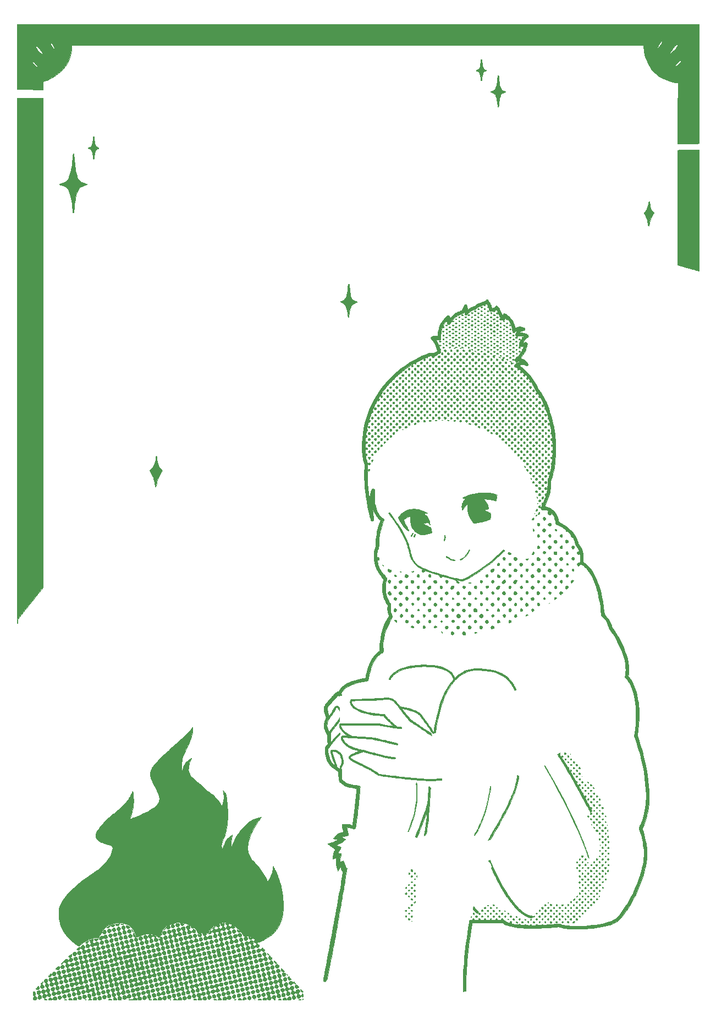
<source format=gtl>
%TF.GenerationSoftware,KiCad,Pcbnew,(5.1.9)-1*%
%TF.CreationDate,2021-01-02T02:40:32-05:00*%
%TF.ProjectId,Rin3,52696e33-2e6b-4696-9361-645f70636258,rev?*%
%TF.SameCoordinates,Original*%
%TF.FileFunction,Copper,L1,Top*%
%TF.FilePolarity,Positive*%
%FSLAX46Y46*%
G04 Gerber Fmt 4.6, Leading zero omitted, Abs format (unit mm)*
G04 Created by KiCad (PCBNEW (5.1.9)-1) date 2021-01-02 02:40:32*
%MOMM*%
%LPD*%
G01*
G04 APERTURE LIST*
%TA.AperFunction,EtchedComponent*%
%ADD10C,0.010000*%
%TD*%
G04 APERTURE END LIST*
D10*
%TO.C,G\u002A\u002A\u002A*%
G36*
X19014672Y69557940D02*
G01*
X19020054Y69550749D01*
X19026919Y69522240D01*
X19036101Y69459375D01*
X19046640Y69370004D01*
X19057571Y69261977D01*
X19063510Y69196207D01*
X19086904Y68958039D01*
X19113148Y68755585D01*
X19143312Y68582262D01*
X19178464Y68431488D01*
X19199766Y68357555D01*
X19255769Y68221971D01*
X19332809Y68119164D01*
X19437165Y68042942D01*
X19575113Y67987113D01*
X19575464Y67987006D01*
X19653721Y67962092D01*
X19699227Y67942794D01*
X19720073Y67923593D01*
X19724350Y67898969D01*
X19723214Y67886202D01*
X19714199Y67855734D01*
X19689797Y67831768D01*
X19641137Y67808295D01*
X19571239Y67783288D01*
X19486585Y67750562D01*
X19408057Y67713046D01*
X19355923Y67681095D01*
X19290156Y67613564D01*
X19232863Y67516552D01*
X19183362Y67387725D01*
X19140972Y67224749D01*
X19105012Y67025292D01*
X19074799Y66787019D01*
X19064409Y66682876D01*
X19053061Y66569703D01*
X19041670Y66470861D01*
X19031270Y66394331D01*
X19022896Y66348094D01*
X19019847Y66338917D01*
X18989237Y66320364D01*
X18954460Y66315167D01*
X18917175Y66323734D01*
X18898483Y66357320D01*
X18893303Y66383959D01*
X18886853Y66433396D01*
X18877653Y66512798D01*
X18867077Y66609994D01*
X18859238Y66685584D01*
X18836159Y66876174D01*
X18806923Y67059350D01*
X18773381Y67225591D01*
X18737380Y67365375D01*
X18712922Y67439176D01*
X18656812Y67560138D01*
X18587344Y67649644D01*
X18495111Y67716645D01*
X18370707Y67770093D01*
X18362083Y67773041D01*
X18278310Y67802732D01*
X18226907Y67825918D01*
X18199602Y67847943D01*
X18188122Y67874148D01*
X18186146Y67886670D01*
X18186153Y67920206D01*
X18202200Y67942380D01*
X18243624Y67961085D01*
X18291979Y67976122D01*
X18437323Y68031350D01*
X18551108Y68105094D01*
X18638796Y68203205D01*
X18705850Y68331536D01*
X18750252Y68467064D01*
X18789824Y68639172D01*
X18824801Y68839604D01*
X18853055Y69054420D01*
X18872344Y69267917D01*
X18880251Y69363464D01*
X18889724Y69447303D01*
X18899300Y69507603D01*
X18904356Y69527209D01*
X18934256Y69563324D01*
X18977041Y69574791D01*
X19014672Y69557940D01*
G37*
X19014672Y69557940D02*
X19020054Y69550749D01*
X19026919Y69522240D01*
X19036101Y69459375D01*
X19046640Y69370004D01*
X19057571Y69261977D01*
X19063510Y69196207D01*
X19086904Y68958039D01*
X19113148Y68755585D01*
X19143312Y68582262D01*
X19178464Y68431488D01*
X19199766Y68357555D01*
X19255769Y68221971D01*
X19332809Y68119164D01*
X19437165Y68042942D01*
X19575113Y67987113D01*
X19575464Y67987006D01*
X19653721Y67962092D01*
X19699227Y67942794D01*
X19720073Y67923593D01*
X19724350Y67898969D01*
X19723214Y67886202D01*
X19714199Y67855734D01*
X19689797Y67831768D01*
X19641137Y67808295D01*
X19571239Y67783288D01*
X19486585Y67750562D01*
X19408057Y67713046D01*
X19355923Y67681095D01*
X19290156Y67613564D01*
X19232863Y67516552D01*
X19183362Y67387725D01*
X19140972Y67224749D01*
X19105012Y67025292D01*
X19074799Y66787019D01*
X19064409Y66682876D01*
X19053061Y66569703D01*
X19041670Y66470861D01*
X19031270Y66394331D01*
X19022896Y66348094D01*
X19019847Y66338917D01*
X18989237Y66320364D01*
X18954460Y66315167D01*
X18917175Y66323734D01*
X18898483Y66357320D01*
X18893303Y66383959D01*
X18886853Y66433396D01*
X18877653Y66512798D01*
X18867077Y66609994D01*
X18859238Y66685584D01*
X18836159Y66876174D01*
X18806923Y67059350D01*
X18773381Y67225591D01*
X18737380Y67365375D01*
X18712922Y67439176D01*
X18656812Y67560138D01*
X18587344Y67649644D01*
X18495111Y67716645D01*
X18370707Y67770093D01*
X18362083Y67773041D01*
X18278310Y67802732D01*
X18226907Y67825918D01*
X18199602Y67847943D01*
X18188122Y67874148D01*
X18186146Y67886670D01*
X18186153Y67920206D01*
X18202200Y67942380D01*
X18243624Y67961085D01*
X18291979Y67976122D01*
X18437323Y68031350D01*
X18551108Y68105094D01*
X18638796Y68203205D01*
X18705850Y68331536D01*
X18750252Y68467064D01*
X18789824Y68639172D01*
X18824801Y68839604D01*
X18853055Y69054420D01*
X18872344Y69267917D01*
X18880251Y69363464D01*
X18889724Y69447303D01*
X18899300Y69507603D01*
X18904356Y69527209D01*
X18934256Y69563324D01*
X18977041Y69574791D01*
X19014672Y69557940D01*
G36*
X21637031Y66918417D02*
G01*
X21660997Y66657046D01*
X21682472Y66433105D01*
X21702078Y66241805D01*
X21720439Y66078358D01*
X21738178Y65937975D01*
X21755918Y65815867D01*
X21774282Y65707246D01*
X21793894Y65607324D01*
X21815376Y65511311D01*
X21825721Y65468500D01*
X21891472Y65252520D01*
X21972564Y65075497D01*
X22068881Y64937625D01*
X22180305Y64839095D01*
X22225000Y64812823D01*
X22279358Y64789110D01*
X22359976Y64759091D01*
X22452398Y64728045D01*
X22485537Y64717706D01*
X22573206Y64690179D01*
X22627585Y64669676D01*
X22656095Y64651614D01*
X22666157Y64631411D01*
X22665454Y64606614D01*
X22658403Y64580349D01*
X22639489Y64558815D01*
X22601184Y64537648D01*
X22535965Y64512486D01*
X22457050Y64485787D01*
X22318879Y64436416D01*
X22213108Y64388688D01*
X22130374Y64337319D01*
X22061314Y64277022D01*
X22032829Y64246280D01*
X21960748Y64143216D01*
X21895553Y64005494D01*
X21836971Y63831953D01*
X21784728Y63621434D01*
X21738552Y63372779D01*
X21698168Y63084827D01*
X21663304Y62756421D01*
X21652394Y62632167D01*
X21641871Y62521045D01*
X21630365Y62424070D01*
X21619037Y62349534D01*
X21609044Y62305728D01*
X21605782Y62298792D01*
X21568254Y62276144D01*
X21544410Y62272334D01*
X21506638Y62284356D01*
X21495299Y62298792D01*
X21490319Y62328018D01*
X21482205Y62391597D01*
X21471865Y62481740D01*
X21460206Y62590661D01*
X21452743Y62663917D01*
X21429016Y62877643D01*
X21400997Y63090433D01*
X21369960Y63294692D01*
X21337178Y63482824D01*
X21303924Y63647232D01*
X21271471Y63780322D01*
X21257796Y63826933D01*
X21192757Y64007964D01*
X21120442Y64152605D01*
X21034822Y64266781D01*
X20929863Y64356416D01*
X20799535Y64427435D01*
X20637807Y64485763D01*
X20566622Y64505897D01*
X20469740Y64538799D01*
X20415023Y64574111D01*
X20402411Y64611188D01*
X20431845Y64649390D01*
X20503265Y64688074D01*
X20586121Y64717565D01*
X20709093Y64760029D01*
X20818477Y64808922D01*
X20915388Y64866994D01*
X21000941Y64936994D01*
X21076252Y65021670D01*
X21142436Y65123772D01*
X21200607Y65246049D01*
X21251882Y65391248D01*
X21297376Y65562120D01*
X21338204Y65761413D01*
X21375482Y65991876D01*
X21410324Y66256257D01*
X21443846Y66557306D01*
X21477163Y66897772D01*
X21479079Y66918417D01*
X21494750Y67087750D01*
X21621750Y67087750D01*
X21637031Y66918417D01*
G37*
X21637031Y66918417D02*
X21660997Y66657046D01*
X21682472Y66433105D01*
X21702078Y66241805D01*
X21720439Y66078358D01*
X21738178Y65937975D01*
X21755918Y65815867D01*
X21774282Y65707246D01*
X21793894Y65607324D01*
X21815376Y65511311D01*
X21825721Y65468500D01*
X21891472Y65252520D01*
X21972564Y65075497D01*
X22068881Y64937625D01*
X22180305Y64839095D01*
X22225000Y64812823D01*
X22279358Y64789110D01*
X22359976Y64759091D01*
X22452398Y64728045D01*
X22485537Y64717706D01*
X22573206Y64690179D01*
X22627585Y64669676D01*
X22656095Y64651614D01*
X22666157Y64631411D01*
X22665454Y64606614D01*
X22658403Y64580349D01*
X22639489Y64558815D01*
X22601184Y64537648D01*
X22535965Y64512486D01*
X22457050Y64485787D01*
X22318879Y64436416D01*
X22213108Y64388688D01*
X22130374Y64337319D01*
X22061314Y64277022D01*
X22032829Y64246280D01*
X21960748Y64143216D01*
X21895553Y64005494D01*
X21836971Y63831953D01*
X21784728Y63621434D01*
X21738552Y63372779D01*
X21698168Y63084827D01*
X21663304Y62756421D01*
X21652394Y62632167D01*
X21641871Y62521045D01*
X21630365Y62424070D01*
X21619037Y62349534D01*
X21609044Y62305728D01*
X21605782Y62298792D01*
X21568254Y62276144D01*
X21544410Y62272334D01*
X21506638Y62284356D01*
X21495299Y62298792D01*
X21490319Y62328018D01*
X21482205Y62391597D01*
X21471865Y62481740D01*
X21460206Y62590661D01*
X21452743Y62663917D01*
X21429016Y62877643D01*
X21400997Y63090433D01*
X21369960Y63294692D01*
X21337178Y63482824D01*
X21303924Y63647232D01*
X21271471Y63780322D01*
X21257796Y63826933D01*
X21192757Y64007964D01*
X21120442Y64152605D01*
X21034822Y64266781D01*
X20929863Y64356416D01*
X20799535Y64427435D01*
X20637807Y64485763D01*
X20566622Y64505897D01*
X20469740Y64538799D01*
X20415023Y64574111D01*
X20402411Y64611188D01*
X20431845Y64649390D01*
X20503265Y64688074D01*
X20586121Y64717565D01*
X20709093Y64760029D01*
X20818477Y64808922D01*
X20915388Y64866994D01*
X21000941Y64936994D01*
X21076252Y65021670D01*
X21142436Y65123772D01*
X21200607Y65246049D01*
X21251882Y65391248D01*
X21297376Y65562120D01*
X21338204Y65761413D01*
X21375482Y65991876D01*
X21410324Y66256257D01*
X21443846Y66557306D01*
X21477163Y66897772D01*
X21479079Y66918417D01*
X21494750Y67087750D01*
X21621750Y67087750D01*
X21637031Y66918417D01*
G36*
X52514500Y56665761D02*
G01*
X52424542Y56654966D01*
X52387811Y56652711D01*
X52312650Y56649898D01*
X52202956Y56646618D01*
X52062627Y56642963D01*
X51895561Y56639024D01*
X51705655Y56634892D01*
X51496807Y56630659D01*
X51272916Y56626416D01*
X51037878Y56622254D01*
X51001083Y56621628D01*
X50759703Y56617407D01*
X50524998Y56613033D01*
X50301401Y56608606D01*
X50093342Y56604227D01*
X49905253Y56599995D01*
X49741564Y56596010D01*
X49606708Y56592371D01*
X49505116Y56589180D01*
X49441218Y56586535D01*
X49439273Y56586429D01*
X49210962Y56573773D01*
X49225761Y61291017D01*
X49240559Y66008260D01*
X48952586Y66046484D01*
X48432418Y66133865D01*
X47938188Y66254297D01*
X47470288Y66407456D01*
X47029111Y66593017D01*
X46615047Y66810656D01*
X46228490Y67060050D01*
X45869829Y67340872D01*
X45539458Y67652800D01*
X45237767Y67995509D01*
X44965148Y68368674D01*
X44925111Y68435081D01*
X48707213Y68435081D01*
X48720229Y68439721D01*
X48752324Y68457935D01*
X48809189Y68492599D01*
X48895000Y68545653D01*
X49081398Y68667309D01*
X49247673Y68788512D01*
X49391264Y68906621D01*
X49509610Y69018996D01*
X49600151Y69122997D01*
X49660327Y69215982D01*
X49687576Y69295313D01*
X49680578Y69355744D01*
X49643852Y69396036D01*
X49587519Y69398930D01*
X49511680Y69364494D01*
X49416435Y69292795D01*
X49301884Y69183901D01*
X49168128Y69037879D01*
X49112000Y68972330D01*
X49035191Y68879251D01*
X48954220Y68777849D01*
X48875392Y68676354D01*
X48805010Y68582992D01*
X48749379Y68505992D01*
X48715653Y68455022D01*
X48707585Y68441140D01*
X48707213Y68435081D01*
X44925111Y68435081D01*
X44721994Y68771971D01*
X44508695Y69205076D01*
X44325643Y69667664D01*
X44231522Y69955834D01*
X44139724Y70295282D01*
X44121624Y70379167D01*
X47893175Y70379167D01*
X47913561Y70391498D01*
X47960175Y70425087D01*
X48026122Y70474829D01*
X48104509Y70535618D01*
X48105841Y70536664D01*
X48363022Y70746016D01*
X48585855Y70943016D01*
X48773618Y71126856D01*
X48925586Y71296727D01*
X49041037Y71451821D01*
X49119247Y71591330D01*
X49159353Y71713693D01*
X49158938Y71788415D01*
X49131853Y71844905D01*
X49084429Y71874875D01*
X49036624Y71874323D01*
X48973304Y71843160D01*
X48891904Y71778705D01*
X48795407Y71684388D01*
X48686796Y71563640D01*
X48569053Y71419890D01*
X48445161Y71256569D01*
X48318102Y71077105D01*
X48233423Y70950667D01*
X48153876Y70827678D01*
X48079648Y70710049D01*
X48013748Y70602834D01*
X47959187Y70511090D01*
X47918973Y70439870D01*
X47896117Y70394229D01*
X47893175Y70379167D01*
X44121624Y70379167D01*
X44061864Y70656119D01*
X44000952Y71021768D01*
X43979785Y71204667D01*
X45992772Y71204667D01*
X45997157Y71195332D01*
X46024859Y71213601D01*
X46071627Y71254949D01*
X46133213Y71314853D01*
X46205368Y71388787D01*
X46283841Y71472227D01*
X46364385Y71560648D01*
X46442750Y71649526D01*
X46514686Y71734336D01*
X46575945Y71810554D01*
X46622277Y71873654D01*
X46625436Y71878336D01*
X46714009Y72024187D01*
X46770480Y72148478D01*
X46794330Y72249785D01*
X46786968Y72321593D01*
X46763040Y72365429D01*
X46739488Y72385344D01*
X46706672Y72375814D01*
X46656712Y72336189D01*
X46594755Y72272364D01*
X46525948Y72190234D01*
X46455435Y72095695D01*
X46388364Y71994641D01*
X46365614Y71957059D01*
X46313080Y71863959D01*
X46252757Y71750931D01*
X46189248Y71627264D01*
X46127156Y71502248D01*
X46071087Y71385174D01*
X46025643Y71285333D01*
X45995428Y71212013D01*
X45992772Y71204667D01*
X43979785Y71204667D01*
X43959997Y71375649D01*
X43950121Y71506292D01*
X43935765Y71733834D01*
X-44090167Y71733834D01*
X-44090193Y71548625D01*
X-44094502Y71413684D01*
X-44106486Y71249710D01*
X-44124776Y71069029D01*
X-44148005Y70883966D01*
X-44174805Y70706844D01*
X-44197678Y70580250D01*
X-44310228Y70116751D01*
X-44461086Y69670890D01*
X-44649719Y69243471D01*
X-44875593Y68835297D01*
X-45138175Y68447172D01*
X-45436931Y68079900D01*
X-45771327Y67734284D01*
X-46140830Y67411129D01*
X-46463699Y67167656D01*
X-46807083Y66942902D01*
X-47180281Y66730744D01*
X-47571296Y66537155D01*
X-47968130Y66368109D01*
X-48328792Y66239155D01*
X-48514000Y66179442D01*
X-48514000Y65538221D01*
X-48514141Y65356304D01*
X-48514734Y65212321D01*
X-48516033Y65101874D01*
X-48518292Y65020563D01*
X-48521765Y64963991D01*
X-48526707Y64927759D01*
X-48533371Y64907468D01*
X-48542011Y64898719D01*
X-48551042Y64897072D01*
X-48577201Y64897761D01*
X-48642634Y64899741D01*
X-48744305Y64902914D01*
X-48879179Y64907183D01*
X-49044219Y64912450D01*
X-49236390Y64918618D01*
X-49452654Y64925590D01*
X-49689977Y64933268D01*
X-49945321Y64941555D01*
X-50215652Y64950352D01*
X-50497932Y64959564D01*
X-50524833Y64960443D01*
X-50807512Y64969677D01*
X-51078126Y64978510D01*
X-51333682Y64986842D01*
X-51571189Y64994579D01*
X-51787653Y65001621D01*
X-51980082Y65007872D01*
X-52145484Y65013235D01*
X-52280866Y65017613D01*
X-52383235Y65020908D01*
X-52449598Y65023023D01*
X-52476964Y65023861D01*
X-52477458Y65023871D01*
X-52478912Y65044742D01*
X-52480329Y65106099D01*
X-52481704Y65206097D01*
X-52483032Y65342887D01*
X-52484307Y65514625D01*
X-52485522Y65719462D01*
X-52486672Y65955553D01*
X-52487750Y66221050D01*
X-52488752Y66514107D01*
X-52489671Y66832878D01*
X-52490501Y67175515D01*
X-52491236Y67540172D01*
X-52491871Y67925002D01*
X-52492400Y68328158D01*
X-52492816Y68747795D01*
X-52493096Y69156309D01*
X-50143833Y69156309D01*
X-50126574Y69083670D01*
X-50077827Y68995527D01*
X-50002144Y68898592D01*
X-49904075Y68799576D01*
X-49898667Y68794692D01*
X-49845116Y68750013D01*
X-49771749Y68693494D01*
X-49684968Y68629553D01*
X-49591172Y68562608D01*
X-49496763Y68497076D01*
X-49408141Y68437376D01*
X-49331706Y68387925D01*
X-49273858Y68353140D01*
X-49240999Y68337440D01*
X-49236277Y68337501D01*
X-49245118Y68356618D01*
X-49275584Y68403084D01*
X-49323403Y68470763D01*
X-49384304Y68553514D01*
X-49413931Y68592837D01*
X-49542304Y68755593D01*
X-49663971Y68897389D01*
X-49776740Y69016533D01*
X-49878420Y69111333D01*
X-49966820Y69180098D01*
X-50039747Y69221135D01*
X-50095010Y69232753D01*
X-50130418Y69213261D01*
X-50143780Y69160966D01*
X-50143833Y69156309D01*
X-52493096Y69156309D01*
X-52493114Y69182064D01*
X-52493288Y69629121D01*
X-52493333Y70008750D01*
X-52493333Y71532820D01*
X-49635833Y71532820D01*
X-49617211Y71427584D01*
X-49562270Y71304775D01*
X-49472401Y71166063D01*
X-49348993Y71013117D01*
X-49193437Y70847604D01*
X-49007122Y70671194D01*
X-48791437Y70485555D01*
X-48705068Y70415343D01*
X-48612065Y70341110D01*
X-48531173Y70277078D01*
X-48467881Y70227548D01*
X-48427676Y70196821D01*
X-48415821Y70188667D01*
X-48422465Y70205374D01*
X-48445843Y70249463D01*
X-48481130Y70311884D01*
X-48486390Y70320959D01*
X-48605304Y70518503D01*
X-48728856Y70710844D01*
X-48854126Y70894303D01*
X-48978196Y71065203D01*
X-49098145Y71219865D01*
X-49211055Y71354611D01*
X-49314006Y71465764D01*
X-49404078Y71549646D01*
X-49478353Y71602578D01*
X-49516346Y71618538D01*
X-49579736Y71618088D01*
X-49622256Y71585030D01*
X-49635833Y71532820D01*
X-52493333Y71532820D01*
X-52493333Y72042046D01*
X-47348373Y72042046D01*
X-47347430Y71965783D01*
X-47316540Y71867421D01*
X-47256881Y71749589D01*
X-47169631Y71614917D01*
X-47055971Y71466035D01*
X-47014649Y71416334D01*
X-46967300Y71362168D01*
X-46905743Y71294180D01*
X-46835983Y71218706D01*
X-46764024Y71142084D01*
X-46695868Y71070653D01*
X-46637519Y71010750D01*
X-46594981Y70968713D01*
X-46574258Y70950880D01*
X-46573535Y70950667D01*
X-46577790Y70967976D01*
X-46594119Y71011303D01*
X-46601760Y71030042D01*
X-46624104Y71080739D01*
X-46659919Y71158489D01*
X-46704092Y71252312D01*
X-46747167Y71342250D01*
X-46845201Y71536257D01*
X-46939554Y71705648D01*
X-47028499Y71848149D01*
X-47110307Y71961486D01*
X-47183250Y72043386D01*
X-47245601Y72091574D01*
X-47295630Y72103777D01*
X-47318189Y72093579D01*
X-47348373Y72042046D01*
X-52493333Y72042046D01*
X-52493333Y74993500D01*
X52514500Y74993500D01*
X52514500Y56665761D01*
G37*
X52514500Y56665761D02*
X52424542Y56654966D01*
X52387811Y56652711D01*
X52312650Y56649898D01*
X52202956Y56646618D01*
X52062627Y56642963D01*
X51895561Y56639024D01*
X51705655Y56634892D01*
X51496807Y56630659D01*
X51272916Y56626416D01*
X51037878Y56622254D01*
X51001083Y56621628D01*
X50759703Y56617407D01*
X50524998Y56613033D01*
X50301401Y56608606D01*
X50093342Y56604227D01*
X49905253Y56599995D01*
X49741564Y56596010D01*
X49606708Y56592371D01*
X49505116Y56589180D01*
X49441218Y56586535D01*
X49439273Y56586429D01*
X49210962Y56573773D01*
X49225761Y61291017D01*
X49240559Y66008260D01*
X48952586Y66046484D01*
X48432418Y66133865D01*
X47938188Y66254297D01*
X47470288Y66407456D01*
X47029111Y66593017D01*
X46615047Y66810656D01*
X46228490Y67060050D01*
X45869829Y67340872D01*
X45539458Y67652800D01*
X45237767Y67995509D01*
X44965148Y68368674D01*
X44925111Y68435081D01*
X48707213Y68435081D01*
X48720229Y68439721D01*
X48752324Y68457935D01*
X48809189Y68492599D01*
X48895000Y68545653D01*
X49081398Y68667309D01*
X49247673Y68788512D01*
X49391264Y68906621D01*
X49509610Y69018996D01*
X49600151Y69122997D01*
X49660327Y69215982D01*
X49687576Y69295313D01*
X49680578Y69355744D01*
X49643852Y69396036D01*
X49587519Y69398930D01*
X49511680Y69364494D01*
X49416435Y69292795D01*
X49301884Y69183901D01*
X49168128Y69037879D01*
X49112000Y68972330D01*
X49035191Y68879251D01*
X48954220Y68777849D01*
X48875392Y68676354D01*
X48805010Y68582992D01*
X48749379Y68505992D01*
X48715653Y68455022D01*
X48707585Y68441140D01*
X48707213Y68435081D01*
X44925111Y68435081D01*
X44721994Y68771971D01*
X44508695Y69205076D01*
X44325643Y69667664D01*
X44231522Y69955834D01*
X44139724Y70295282D01*
X44121624Y70379167D01*
X47893175Y70379167D01*
X47913561Y70391498D01*
X47960175Y70425087D01*
X48026122Y70474829D01*
X48104509Y70535618D01*
X48105841Y70536664D01*
X48363022Y70746016D01*
X48585855Y70943016D01*
X48773618Y71126856D01*
X48925586Y71296727D01*
X49041037Y71451821D01*
X49119247Y71591330D01*
X49159353Y71713693D01*
X49158938Y71788415D01*
X49131853Y71844905D01*
X49084429Y71874875D01*
X49036624Y71874323D01*
X48973304Y71843160D01*
X48891904Y71778705D01*
X48795407Y71684388D01*
X48686796Y71563640D01*
X48569053Y71419890D01*
X48445161Y71256569D01*
X48318102Y71077105D01*
X48233423Y70950667D01*
X48153876Y70827678D01*
X48079648Y70710049D01*
X48013748Y70602834D01*
X47959187Y70511090D01*
X47918973Y70439870D01*
X47896117Y70394229D01*
X47893175Y70379167D01*
X44121624Y70379167D01*
X44061864Y70656119D01*
X44000952Y71021768D01*
X43979785Y71204667D01*
X45992772Y71204667D01*
X45997157Y71195332D01*
X46024859Y71213601D01*
X46071627Y71254949D01*
X46133213Y71314853D01*
X46205368Y71388787D01*
X46283841Y71472227D01*
X46364385Y71560648D01*
X46442750Y71649526D01*
X46514686Y71734336D01*
X46575945Y71810554D01*
X46622277Y71873654D01*
X46625436Y71878336D01*
X46714009Y72024187D01*
X46770480Y72148478D01*
X46794330Y72249785D01*
X46786968Y72321593D01*
X46763040Y72365429D01*
X46739488Y72385344D01*
X46706672Y72375814D01*
X46656712Y72336189D01*
X46594755Y72272364D01*
X46525948Y72190234D01*
X46455435Y72095695D01*
X46388364Y71994641D01*
X46365614Y71957059D01*
X46313080Y71863959D01*
X46252757Y71750931D01*
X46189248Y71627264D01*
X46127156Y71502248D01*
X46071087Y71385174D01*
X46025643Y71285333D01*
X45995428Y71212013D01*
X45992772Y71204667D01*
X43979785Y71204667D01*
X43959997Y71375649D01*
X43950121Y71506292D01*
X43935765Y71733834D01*
X-44090167Y71733834D01*
X-44090193Y71548625D01*
X-44094502Y71413684D01*
X-44106486Y71249710D01*
X-44124776Y71069029D01*
X-44148005Y70883966D01*
X-44174805Y70706844D01*
X-44197678Y70580250D01*
X-44310228Y70116751D01*
X-44461086Y69670890D01*
X-44649719Y69243471D01*
X-44875593Y68835297D01*
X-45138175Y68447172D01*
X-45436931Y68079900D01*
X-45771327Y67734284D01*
X-46140830Y67411129D01*
X-46463699Y67167656D01*
X-46807083Y66942902D01*
X-47180281Y66730744D01*
X-47571296Y66537155D01*
X-47968130Y66368109D01*
X-48328792Y66239155D01*
X-48514000Y66179442D01*
X-48514000Y65538221D01*
X-48514141Y65356304D01*
X-48514734Y65212321D01*
X-48516033Y65101874D01*
X-48518292Y65020563D01*
X-48521765Y64963991D01*
X-48526707Y64927759D01*
X-48533371Y64907468D01*
X-48542011Y64898719D01*
X-48551042Y64897072D01*
X-48577201Y64897761D01*
X-48642634Y64899741D01*
X-48744305Y64902914D01*
X-48879179Y64907183D01*
X-49044219Y64912450D01*
X-49236390Y64918618D01*
X-49452654Y64925590D01*
X-49689977Y64933268D01*
X-49945321Y64941555D01*
X-50215652Y64950352D01*
X-50497932Y64959564D01*
X-50524833Y64960443D01*
X-50807512Y64969677D01*
X-51078126Y64978510D01*
X-51333682Y64986842D01*
X-51571189Y64994579D01*
X-51787653Y65001621D01*
X-51980082Y65007872D01*
X-52145484Y65013235D01*
X-52280866Y65017613D01*
X-52383235Y65020908D01*
X-52449598Y65023023D01*
X-52476964Y65023861D01*
X-52477458Y65023871D01*
X-52478912Y65044742D01*
X-52480329Y65106099D01*
X-52481704Y65206097D01*
X-52483032Y65342887D01*
X-52484307Y65514625D01*
X-52485522Y65719462D01*
X-52486672Y65955553D01*
X-52487750Y66221050D01*
X-52488752Y66514107D01*
X-52489671Y66832878D01*
X-52490501Y67175515D01*
X-52491236Y67540172D01*
X-52491871Y67925002D01*
X-52492400Y68328158D01*
X-52492816Y68747795D01*
X-52493096Y69156309D01*
X-50143833Y69156309D01*
X-50126574Y69083670D01*
X-50077827Y68995527D01*
X-50002144Y68898592D01*
X-49904075Y68799576D01*
X-49898667Y68794692D01*
X-49845116Y68750013D01*
X-49771749Y68693494D01*
X-49684968Y68629553D01*
X-49591172Y68562608D01*
X-49496763Y68497076D01*
X-49408141Y68437376D01*
X-49331706Y68387925D01*
X-49273858Y68353140D01*
X-49240999Y68337440D01*
X-49236277Y68337501D01*
X-49245118Y68356618D01*
X-49275584Y68403084D01*
X-49323403Y68470763D01*
X-49384304Y68553514D01*
X-49413931Y68592837D01*
X-49542304Y68755593D01*
X-49663971Y68897389D01*
X-49776740Y69016533D01*
X-49878420Y69111333D01*
X-49966820Y69180098D01*
X-50039747Y69221135D01*
X-50095010Y69232753D01*
X-50130418Y69213261D01*
X-50143780Y69160966D01*
X-50143833Y69156309D01*
X-52493096Y69156309D01*
X-52493114Y69182064D01*
X-52493288Y69629121D01*
X-52493333Y70008750D01*
X-52493333Y71532820D01*
X-49635833Y71532820D01*
X-49617211Y71427584D01*
X-49562270Y71304775D01*
X-49472401Y71166063D01*
X-49348993Y71013117D01*
X-49193437Y70847604D01*
X-49007122Y70671194D01*
X-48791437Y70485555D01*
X-48705068Y70415343D01*
X-48612065Y70341110D01*
X-48531173Y70277078D01*
X-48467881Y70227548D01*
X-48427676Y70196821D01*
X-48415821Y70188667D01*
X-48422465Y70205374D01*
X-48445843Y70249463D01*
X-48481130Y70311884D01*
X-48486390Y70320959D01*
X-48605304Y70518503D01*
X-48728856Y70710844D01*
X-48854126Y70894303D01*
X-48978196Y71065203D01*
X-49098145Y71219865D01*
X-49211055Y71354611D01*
X-49314006Y71465764D01*
X-49404078Y71549646D01*
X-49478353Y71602578D01*
X-49516346Y71618538D01*
X-49579736Y71618088D01*
X-49622256Y71585030D01*
X-49635833Y71532820D01*
X-52493333Y71532820D01*
X-52493333Y72042046D01*
X-47348373Y72042046D01*
X-47347430Y71965783D01*
X-47316540Y71867421D01*
X-47256881Y71749589D01*
X-47169631Y71614917D01*
X-47055971Y71466035D01*
X-47014649Y71416334D01*
X-46967300Y71362168D01*
X-46905743Y71294180D01*
X-46835983Y71218706D01*
X-46764024Y71142084D01*
X-46695868Y71070653D01*
X-46637519Y71010750D01*
X-46594981Y70968713D01*
X-46574258Y70950880D01*
X-46573535Y70950667D01*
X-46577790Y70967976D01*
X-46594119Y71011303D01*
X-46601760Y71030042D01*
X-46624104Y71080739D01*
X-46659919Y71158489D01*
X-46704092Y71252312D01*
X-46747167Y71342250D01*
X-46845201Y71536257D01*
X-46939554Y71705648D01*
X-47028499Y71848149D01*
X-47110307Y71961486D01*
X-47183250Y72043386D01*
X-47245601Y72091574D01*
X-47295630Y72103777D01*
X-47318189Y72093579D01*
X-47348373Y72042046D01*
X-52493333Y72042046D01*
X-52493333Y74993500D01*
X52514500Y74993500D01*
X52514500Y56665761D01*
G36*
X-40692382Y57736142D02*
G01*
X-40673894Y57724969D01*
X-40668399Y57698968D01*
X-40660070Y57638106D01*
X-40649773Y57549692D01*
X-40638370Y57441035D01*
X-40629482Y57349261D01*
X-40606176Y57120898D01*
X-40581916Y56927817D01*
X-40555525Y56762966D01*
X-40525822Y56619293D01*
X-40491631Y56489749D01*
X-40478880Y56448006D01*
X-40427676Y56315897D01*
X-40364376Y56217529D01*
X-40280595Y56144473D01*
X-40167950Y56088298D01*
X-40096254Y56063297D01*
X-40014534Y56036490D01*
X-39965325Y56015904D01*
X-39940459Y55996047D01*
X-39931767Y55971426D01*
X-39930917Y55952136D01*
X-39935074Y55917243D01*
X-39954075Y55893828D01*
X-39997714Y55873994D01*
X-40047333Y55858261D01*
X-40165260Y55816755D01*
X-40267221Y55769012D01*
X-40342890Y55720228D01*
X-40367659Y55697045D01*
X-40422270Y55619656D01*
X-40470662Y55517265D01*
X-40513539Y55386940D01*
X-40551604Y55225753D01*
X-40585561Y55030774D01*
X-40616112Y54799073D01*
X-40641226Y54557269D01*
X-40651226Y54457507D01*
X-40660907Y54373384D01*
X-40669165Y54313739D01*
X-40674896Y54287410D01*
X-40674906Y54287394D01*
X-40705257Y54272338D01*
X-40749992Y54277287D01*
X-40783933Y54296734D01*
X-40801771Y54334577D01*
X-40809332Y54390338D01*
X-40809333Y54391174D01*
X-40812912Y54459037D01*
X-40822722Y54558774D01*
X-40837370Y54680619D01*
X-40855466Y54814806D01*
X-40875618Y54951567D01*
X-40896434Y55081135D01*
X-40916524Y55193745D01*
X-40934496Y55279629D01*
X-40937851Y55293276D01*
X-40987294Y55457725D01*
X-41044824Y55586134D01*
X-41115582Y55684693D01*
X-41204714Y55759592D01*
X-41317361Y55817022D01*
X-41396281Y55845013D01*
X-41484610Y55875457D01*
X-41538041Y55901269D01*
X-41563198Y55926050D01*
X-41567063Y55937846D01*
X-41565600Y55970637D01*
X-41545383Y55997806D01*
X-41499789Y56024012D01*
X-41422194Y56053918D01*
X-41383480Y56067043D01*
X-41247331Y56124167D01*
X-41144401Y56196300D01*
X-41066548Y56289445D01*
X-41053976Y56309916D01*
X-41007335Y56410987D01*
X-40962872Y56548934D01*
X-40921687Y56718314D01*
X-40884877Y56913685D01*
X-40853544Y57129602D01*
X-40828787Y57360622D01*
X-40820126Y57467500D01*
X-40811314Y57579861D01*
X-40802837Y57656669D01*
X-40792644Y57704637D01*
X-40778685Y57730478D01*
X-40758909Y57740907D01*
X-40736096Y57742667D01*
X-40692382Y57736142D01*
G37*
X-40692382Y57736142D02*
X-40673894Y57724969D01*
X-40668399Y57698968D01*
X-40660070Y57638106D01*
X-40649773Y57549692D01*
X-40638370Y57441035D01*
X-40629482Y57349261D01*
X-40606176Y57120898D01*
X-40581916Y56927817D01*
X-40555525Y56762966D01*
X-40525822Y56619293D01*
X-40491631Y56489749D01*
X-40478880Y56448006D01*
X-40427676Y56315897D01*
X-40364376Y56217529D01*
X-40280595Y56144473D01*
X-40167950Y56088298D01*
X-40096254Y56063297D01*
X-40014534Y56036490D01*
X-39965325Y56015904D01*
X-39940459Y55996047D01*
X-39931767Y55971426D01*
X-39930917Y55952136D01*
X-39935074Y55917243D01*
X-39954075Y55893828D01*
X-39997714Y55873994D01*
X-40047333Y55858261D01*
X-40165260Y55816755D01*
X-40267221Y55769012D01*
X-40342890Y55720228D01*
X-40367659Y55697045D01*
X-40422270Y55619656D01*
X-40470662Y55517265D01*
X-40513539Y55386940D01*
X-40551604Y55225753D01*
X-40585561Y55030774D01*
X-40616112Y54799073D01*
X-40641226Y54557269D01*
X-40651226Y54457507D01*
X-40660907Y54373384D01*
X-40669165Y54313739D01*
X-40674896Y54287410D01*
X-40674906Y54287394D01*
X-40705257Y54272338D01*
X-40749992Y54277287D01*
X-40783933Y54296734D01*
X-40801771Y54334577D01*
X-40809332Y54390338D01*
X-40809333Y54391174D01*
X-40812912Y54459037D01*
X-40822722Y54558774D01*
X-40837370Y54680619D01*
X-40855466Y54814806D01*
X-40875618Y54951567D01*
X-40896434Y55081135D01*
X-40916524Y55193745D01*
X-40934496Y55279629D01*
X-40937851Y55293276D01*
X-40987294Y55457725D01*
X-41044824Y55586134D01*
X-41115582Y55684693D01*
X-41204714Y55759592D01*
X-41317361Y55817022D01*
X-41396281Y55845013D01*
X-41484610Y55875457D01*
X-41538041Y55901269D01*
X-41563198Y55926050D01*
X-41567063Y55937846D01*
X-41565600Y55970637D01*
X-41545383Y55997806D01*
X-41499789Y56024012D01*
X-41422194Y56053918D01*
X-41383480Y56067043D01*
X-41247331Y56124167D01*
X-41144401Y56196300D01*
X-41066548Y56289445D01*
X-41053976Y56309916D01*
X-41007335Y56410987D01*
X-40962872Y56548934D01*
X-40921687Y56718314D01*
X-40884877Y56913685D01*
X-40853544Y57129602D01*
X-40828787Y57360622D01*
X-40820126Y57467500D01*
X-40811314Y57579861D01*
X-40802837Y57656669D01*
X-40792644Y57704637D01*
X-40778685Y57730478D01*
X-40758909Y57740907D01*
X-40736096Y57742667D01*
X-40692382Y57736142D01*
G36*
X-43827831Y55092713D02*
G01*
X-43809650Y55077392D01*
X-43794363Y55046435D01*
X-43781076Y54995405D01*
X-43768897Y54919866D01*
X-43756934Y54815381D01*
X-43744293Y54677513D01*
X-43730084Y54501826D01*
X-43730064Y54501568D01*
X-43689775Y54021046D01*
X-43646785Y53581017D01*
X-43600618Y53179699D01*
X-43550798Y52815310D01*
X-43496849Y52486066D01*
X-43438295Y52190188D01*
X-43374659Y51925891D01*
X-43305467Y51691395D01*
X-43230240Y51484916D01*
X-43148505Y51304674D01*
X-43059783Y51148885D01*
X-42963600Y51015768D01*
X-42859480Y50903541D01*
X-42746945Y50810422D01*
X-42743275Y50807791D01*
X-42656038Y50750264D01*
X-42563065Y50699648D01*
X-42456467Y50652654D01*
X-42328359Y50605991D01*
X-42170853Y50556369D01*
X-42070293Y50527039D01*
X-41958846Y50494658D01*
X-41881762Y50470230D01*
X-41832529Y50450695D01*
X-41804634Y50432992D01*
X-41791564Y50414062D01*
X-41787160Y50393993D01*
X-41786523Y50372980D01*
X-41794120Y50355502D01*
X-41815731Y50338654D01*
X-41857140Y50319535D01*
X-41924128Y50295243D01*
X-42022476Y50262874D01*
X-42094077Y50239923D01*
X-42295427Y50172360D01*
X-42461738Y50108641D01*
X-42599673Y50045335D01*
X-42715898Y49979013D01*
X-42817076Y49906245D01*
X-42909872Y49823602D01*
X-42917355Y49816241D01*
X-43035004Y49684909D01*
X-43137379Y49537111D01*
X-43227351Y49367071D01*
X-43307791Y49169014D01*
X-43381569Y48937162D01*
X-43414489Y48815919D01*
X-43466789Y48591740D01*
X-43517691Y48329195D01*
X-43566644Y48032240D01*
X-43613097Y47704833D01*
X-43656499Y47350934D01*
X-43696301Y46974498D01*
X-43731951Y46579485D01*
X-43740694Y46471417D01*
X-43751348Y46340798D01*
X-43761532Y46223862D01*
X-43770598Y46127457D01*
X-43777896Y46058429D01*
X-43782777Y46023623D01*
X-43783312Y46021625D01*
X-43809696Y45999123D01*
X-43852705Y45996338D01*
X-43892445Y46011576D01*
X-43907706Y46032209D01*
X-43913097Y46064715D01*
X-43921251Y46131737D01*
X-43931336Y46225608D01*
X-43942522Y46338664D01*
X-43951875Y46439667D01*
X-44001617Y46941628D01*
X-44057139Y47404805D01*
X-44118355Y47828758D01*
X-44185178Y48213047D01*
X-44257521Y48557233D01*
X-44335296Y48860876D01*
X-44418417Y49123535D01*
X-44506798Y49344771D01*
X-44539581Y49413584D01*
X-44625215Y49569626D01*
X-44717340Y49704508D01*
X-44820577Y49821326D01*
X-44939547Y49923177D01*
X-45078873Y50013156D01*
X-45243175Y50094360D01*
X-45437075Y50169886D01*
X-45665195Y50242831D01*
X-45857583Y50296656D01*
X-45921783Y50316993D01*
X-45955105Y50338987D01*
X-45968489Y50370872D01*
X-45969988Y50381237D01*
X-45970988Y50404045D01*
X-45963815Y50422302D01*
X-45942358Y50439199D01*
X-45900508Y50457926D01*
X-45832155Y50481673D01*
X-45731191Y50513631D01*
X-45694821Y50524927D01*
X-45444322Y50610707D01*
X-45231008Y50702765D01*
X-45049790Y50805143D01*
X-44895580Y50921885D01*
X-44763290Y51057033D01*
X-44647829Y51214628D01*
X-44544110Y51398714D01*
X-44512401Y51464235D01*
X-44425661Y51676079D01*
X-44344244Y51929228D01*
X-44268279Y52222976D01*
X-44197893Y52556615D01*
X-44133215Y52929438D01*
X-44074373Y53340738D01*
X-44021495Y53789806D01*
X-43974709Y54275935D01*
X-43951756Y54557084D01*
X-43938258Y54724829D01*
X-43926104Y54854815D01*
X-43914443Y54951558D01*
X-43902419Y55019574D01*
X-43889181Y55063382D01*
X-43873876Y55087496D01*
X-43855649Y55096435D01*
X-43849796Y55096834D01*
X-43827831Y55092713D01*
G37*
X-43827831Y55092713D02*
X-43809650Y55077392D01*
X-43794363Y55046435D01*
X-43781076Y54995405D01*
X-43768897Y54919866D01*
X-43756934Y54815381D01*
X-43744293Y54677513D01*
X-43730084Y54501826D01*
X-43730064Y54501568D01*
X-43689775Y54021046D01*
X-43646785Y53581017D01*
X-43600618Y53179699D01*
X-43550798Y52815310D01*
X-43496849Y52486066D01*
X-43438295Y52190188D01*
X-43374659Y51925891D01*
X-43305467Y51691395D01*
X-43230240Y51484916D01*
X-43148505Y51304674D01*
X-43059783Y51148885D01*
X-42963600Y51015768D01*
X-42859480Y50903541D01*
X-42746945Y50810422D01*
X-42743275Y50807791D01*
X-42656038Y50750264D01*
X-42563065Y50699648D01*
X-42456467Y50652654D01*
X-42328359Y50605991D01*
X-42170853Y50556369D01*
X-42070293Y50527039D01*
X-41958846Y50494658D01*
X-41881762Y50470230D01*
X-41832529Y50450695D01*
X-41804634Y50432992D01*
X-41791564Y50414062D01*
X-41787160Y50393993D01*
X-41786523Y50372980D01*
X-41794120Y50355502D01*
X-41815731Y50338654D01*
X-41857140Y50319535D01*
X-41924128Y50295243D01*
X-42022476Y50262874D01*
X-42094077Y50239923D01*
X-42295427Y50172360D01*
X-42461738Y50108641D01*
X-42599673Y50045335D01*
X-42715898Y49979013D01*
X-42817076Y49906245D01*
X-42909872Y49823602D01*
X-42917355Y49816241D01*
X-43035004Y49684909D01*
X-43137379Y49537111D01*
X-43227351Y49367071D01*
X-43307791Y49169014D01*
X-43381569Y48937162D01*
X-43414489Y48815919D01*
X-43466789Y48591740D01*
X-43517691Y48329195D01*
X-43566644Y48032240D01*
X-43613097Y47704833D01*
X-43656499Y47350934D01*
X-43696301Y46974498D01*
X-43731951Y46579485D01*
X-43740694Y46471417D01*
X-43751348Y46340798D01*
X-43761532Y46223862D01*
X-43770598Y46127457D01*
X-43777896Y46058429D01*
X-43782777Y46023623D01*
X-43783312Y46021625D01*
X-43809696Y45999123D01*
X-43852705Y45996338D01*
X-43892445Y46011576D01*
X-43907706Y46032209D01*
X-43913097Y46064715D01*
X-43921251Y46131737D01*
X-43931336Y46225608D01*
X-43942522Y46338664D01*
X-43951875Y46439667D01*
X-44001617Y46941628D01*
X-44057139Y47404805D01*
X-44118355Y47828758D01*
X-44185178Y48213047D01*
X-44257521Y48557233D01*
X-44335296Y48860876D01*
X-44418417Y49123535D01*
X-44506798Y49344771D01*
X-44539581Y49413584D01*
X-44625215Y49569626D01*
X-44717340Y49704508D01*
X-44820577Y49821326D01*
X-44939547Y49923177D01*
X-45078873Y50013156D01*
X-45243175Y50094360D01*
X-45437075Y50169886D01*
X-45665195Y50242831D01*
X-45857583Y50296656D01*
X-45921783Y50316993D01*
X-45955105Y50338987D01*
X-45968489Y50370872D01*
X-45969988Y50381237D01*
X-45970988Y50404045D01*
X-45963815Y50422302D01*
X-45942358Y50439199D01*
X-45900508Y50457926D01*
X-45832155Y50481673D01*
X-45731191Y50513631D01*
X-45694821Y50524927D01*
X-45444322Y50610707D01*
X-45231008Y50702765D01*
X-45049790Y50805143D01*
X-44895580Y50921885D01*
X-44763290Y51057033D01*
X-44647829Y51214628D01*
X-44544110Y51398714D01*
X-44512401Y51464235D01*
X-44425661Y51676079D01*
X-44344244Y51929228D01*
X-44268279Y52222976D01*
X-44197893Y52556615D01*
X-44133215Y52929438D01*
X-44074373Y53340738D01*
X-44021495Y53789806D01*
X-43974709Y54275935D01*
X-43951756Y54557084D01*
X-43938258Y54724829D01*
X-43926104Y54854815D01*
X-43914443Y54951558D01*
X-43902419Y55019574D01*
X-43889181Y55063382D01*
X-43873876Y55087496D01*
X-43855649Y55096435D01*
X-43849796Y55096834D01*
X-43827831Y55092713D01*
G36*
X44823460Y47748447D02*
G01*
X44842420Y47739386D01*
X44855700Y47715559D01*
X44865337Y47669091D01*
X44873371Y47592104D01*
X44877396Y47540087D01*
X44912025Y47227062D01*
X44968456Y46947732D01*
X45047911Y46698798D01*
X45151614Y46476961D01*
X45280788Y46278921D01*
X45394657Y46144515D01*
X45458629Y46073823D01*
X45509898Y46012050D01*
X45542350Y45966889D01*
X45550667Y45948278D01*
X45536195Y45914391D01*
X45500813Y45871744D01*
X45495392Y45866565D01*
X45399504Y45758368D01*
X45302763Y45613136D01*
X45207342Y45436060D01*
X45115416Y45232331D01*
X45029158Y45007138D01*
X44950744Y44765672D01*
X44882345Y44513124D01*
X44831152Y44280667D01*
X44806481Y44161152D01*
X44785547Y44077671D01*
X44766042Y44024360D01*
X44745660Y43995353D01*
X44722093Y43984787D01*
X44714583Y43984334D01*
X44678993Y43999443D01*
X44667689Y44010792D01*
X44657185Y44041008D01*
X44643293Y44104225D01*
X44627764Y44191424D01*
X44612348Y44293587D01*
X44611219Y44301795D01*
X44559235Y44604136D01*
X44488193Y44896588D01*
X44400382Y45172713D01*
X44298096Y45426074D01*
X44183625Y45650233D01*
X44068452Y45826568D01*
X44025283Y45888812D01*
X43994937Y45940942D01*
X43984333Y45970045D01*
X43999110Y45997434D01*
X44038560Y46044190D01*
X44095360Y46101960D01*
X44121201Y46126192D01*
X44287106Y46306109D01*
X44429278Y46518802D01*
X44546321Y46761083D01*
X44636835Y47029765D01*
X44699423Y47321660D01*
X44721922Y47495748D01*
X44734469Y47606773D01*
X44747489Y47681609D01*
X44763429Y47726354D01*
X44784742Y47747106D01*
X44813877Y47749963D01*
X44823460Y47748447D01*
G37*
X44823460Y47748447D02*
X44842420Y47739386D01*
X44855700Y47715559D01*
X44865337Y47669091D01*
X44873371Y47592104D01*
X44877396Y47540087D01*
X44912025Y47227062D01*
X44968456Y46947732D01*
X45047911Y46698798D01*
X45151614Y46476961D01*
X45280788Y46278921D01*
X45394657Y46144515D01*
X45458629Y46073823D01*
X45509898Y46012050D01*
X45542350Y45966889D01*
X45550667Y45948278D01*
X45536195Y45914391D01*
X45500813Y45871744D01*
X45495392Y45866565D01*
X45399504Y45758368D01*
X45302763Y45613136D01*
X45207342Y45436060D01*
X45115416Y45232331D01*
X45029158Y45007138D01*
X44950744Y44765672D01*
X44882345Y44513124D01*
X44831152Y44280667D01*
X44806481Y44161152D01*
X44785547Y44077671D01*
X44766042Y44024360D01*
X44745660Y43995353D01*
X44722093Y43984787D01*
X44714583Y43984334D01*
X44678993Y43999443D01*
X44667689Y44010792D01*
X44657185Y44041008D01*
X44643293Y44104225D01*
X44627764Y44191424D01*
X44612348Y44293587D01*
X44611219Y44301795D01*
X44559235Y44604136D01*
X44488193Y44896588D01*
X44400382Y45172713D01*
X44298096Y45426074D01*
X44183625Y45650233D01*
X44068452Y45826568D01*
X44025283Y45888812D01*
X43994937Y45940942D01*
X43984333Y45970045D01*
X43999110Y45997434D01*
X44038560Y46044190D01*
X44095360Y46101960D01*
X44121201Y46126192D01*
X44287106Y46306109D01*
X44429278Y46518802D01*
X44546321Y46761083D01*
X44636835Y47029765D01*
X44699423Y47321660D01*
X44721922Y47495748D01*
X44734469Y47606773D01*
X44747489Y47681609D01*
X44763429Y47726354D01*
X44784742Y47747106D01*
X44813877Y47749963D01*
X44823460Y47748447D01*
G36*
X52514500Y46379365D02*
G01*
X52514464Y45752968D01*
X52514359Y45137334D01*
X52514186Y44533811D01*
X52513949Y43943749D01*
X52513648Y43368496D01*
X52513287Y42809401D01*
X52512868Y42267814D01*
X52512393Y41745083D01*
X52511864Y41242557D01*
X52511284Y40761585D01*
X52510655Y40303516D01*
X52509979Y39869699D01*
X52509258Y39461483D01*
X52508496Y39080216D01*
X52507694Y38727248D01*
X52506854Y38403928D01*
X52505979Y38111604D01*
X52505070Y37851625D01*
X52504132Y37625341D01*
X52503164Y37434100D01*
X52502171Y37279251D01*
X52501154Y37162143D01*
X52500115Y37084125D01*
X52499058Y37046546D01*
X52498625Y37043140D01*
X52476239Y37048945D01*
X52416178Y37065321D01*
X52321527Y37091410D01*
X52195372Y37126353D01*
X52040799Y37169291D01*
X51860895Y37219367D01*
X51658744Y37275721D01*
X51437432Y37337495D01*
X51200046Y37403831D01*
X50949672Y37473871D01*
X50847625Y37502437D01*
X49212500Y37960263D01*
X49212500Y55622954D01*
X49323625Y55634038D01*
X49365968Y55636593D01*
X49446216Y55639804D01*
X49559945Y55643551D01*
X49702733Y55647713D01*
X49870159Y55652168D01*
X50057799Y55656797D01*
X50261233Y55661478D01*
X50476036Y55666090D01*
X50556583Y55667736D01*
X50787515Y55672490D01*
X51019307Y55677444D01*
X51245879Y55682456D01*
X51461148Y55687385D01*
X51659034Y55692089D01*
X51833457Y55696425D01*
X51978334Y55700252D01*
X52087585Y55703426D01*
X52096458Y55703707D01*
X52514500Y55717064D01*
X52514500Y46379365D01*
G37*
X52514500Y46379365D02*
X52514464Y45752968D01*
X52514359Y45137334D01*
X52514186Y44533811D01*
X52513949Y43943749D01*
X52513648Y43368496D01*
X52513287Y42809401D01*
X52512868Y42267814D01*
X52512393Y41745083D01*
X52511864Y41242557D01*
X52511284Y40761585D01*
X52510655Y40303516D01*
X52509979Y39869699D01*
X52509258Y39461483D01*
X52508496Y39080216D01*
X52507694Y38727248D01*
X52506854Y38403928D01*
X52505979Y38111604D01*
X52505070Y37851625D01*
X52504132Y37625341D01*
X52503164Y37434100D01*
X52502171Y37279251D01*
X52501154Y37162143D01*
X52500115Y37084125D01*
X52499058Y37046546D01*
X52498625Y37043140D01*
X52476239Y37048945D01*
X52416178Y37065321D01*
X52321527Y37091410D01*
X52195372Y37126353D01*
X52040799Y37169291D01*
X51860895Y37219367D01*
X51658744Y37275721D01*
X51437432Y37337495D01*
X51200046Y37403831D01*
X50949672Y37473871D01*
X50847625Y37502437D01*
X49212500Y37960263D01*
X49212500Y55622954D01*
X49323625Y55634038D01*
X49365968Y55636593D01*
X49446216Y55639804D01*
X49559945Y55643551D01*
X49702733Y55647713D01*
X49870159Y55652168D01*
X50057799Y55656797D01*
X50261233Y55661478D01*
X50476036Y55666090D01*
X50556583Y55667736D01*
X50787515Y55672490D01*
X51019307Y55677444D01*
X51245879Y55682456D01*
X51461148Y55687385D01*
X51659034Y55692089D01*
X51833457Y55696425D01*
X51978334Y55700252D01*
X52087585Y55703426D01*
X52096458Y55703707D01*
X52514500Y55717064D01*
X52514500Y46379365D01*
G36*
X19038084Y31570277D02*
G01*
X19088230Y31543694D01*
X19111603Y31505149D01*
X19100640Y31458959D01*
X19063822Y31433169D01*
X19003295Y31417723D01*
X18936799Y31414363D01*
X18882076Y31424830D01*
X18864681Y31435786D01*
X18839086Y31483408D01*
X18843649Y31532370D01*
X18875571Y31566637D01*
X18888321Y31571240D01*
X18968877Y31580818D01*
X19038084Y31570277D01*
G37*
X19038084Y31570277D02*
X19088230Y31543694D01*
X19111603Y31505149D01*
X19100640Y31458959D01*
X19063822Y31433169D01*
X19003295Y31417723D01*
X18936799Y31414363D01*
X18882076Y31424830D01*
X18864681Y31435786D01*
X18839086Y31483408D01*
X18843649Y31532370D01*
X18875571Y31566637D01*
X18888321Y31571240D01*
X18968877Y31580818D01*
X19038084Y31570277D01*
G36*
X19522578Y31268630D02*
G01*
X19526250Y31267019D01*
X19569340Y31231336D01*
X19578536Y31187537D01*
X19557686Y31146677D01*
X19510637Y31119813D01*
X19473333Y31115000D01*
X19421715Y31124241D01*
X19392900Y31140400D01*
X19368360Y31186105D01*
X19377405Y31229705D01*
X19411687Y31263276D01*
X19462861Y31278893D01*
X19522578Y31268630D01*
G37*
X19522578Y31268630D02*
X19526250Y31267019D01*
X19569340Y31231336D01*
X19578536Y31187537D01*
X19557686Y31146677D01*
X19510637Y31119813D01*
X19473333Y31115000D01*
X19421715Y31124241D01*
X19392900Y31140400D01*
X19368360Y31186105D01*
X19377405Y31229705D01*
X19411687Y31263276D01*
X19462861Y31278893D01*
X19522578Y31268630D01*
G36*
X18569027Y31274862D02*
G01*
X18613634Y31251983D01*
X18614571Y31251072D01*
X18641978Y31219493D01*
X18643432Y31192486D01*
X18625922Y31155942D01*
X18588165Y31124777D01*
X18530184Y31112733D01*
X18469466Y31119694D01*
X18423498Y31145546D01*
X18415000Y31157334D01*
X18402922Y31213869D01*
X18427098Y31258082D01*
X18481688Y31282122D01*
X18509483Y31284334D01*
X18569027Y31274862D01*
G37*
X18569027Y31274862D02*
X18613634Y31251983D01*
X18614571Y31251072D01*
X18641978Y31219493D01*
X18643432Y31192486D01*
X18625922Y31155942D01*
X18588165Y31124777D01*
X18530184Y31112733D01*
X18469466Y31119694D01*
X18423498Y31145546D01*
X18415000Y31157334D01*
X18402922Y31213869D01*
X18427098Y31258082D01*
X18481688Y31282122D01*
X18509483Y31284334D01*
X18569027Y31274862D01*
G36*
X20021668Y30957837D02*
G01*
X20032519Y30953986D01*
X20059084Y30924451D01*
X20064468Y30876974D01*
X20047479Y30830932D01*
X20040600Y30822900D01*
X19991298Y30799912D01*
X19931678Y30804809D01*
X19887595Y30830762D01*
X19858584Y30879108D01*
X19864693Y30922117D01*
X19898714Y30953659D01*
X19953442Y30967608D01*
X20021668Y30957837D01*
G37*
X20021668Y30957837D02*
X20032519Y30953986D01*
X20059084Y30924451D01*
X20064468Y30876974D01*
X20047479Y30830932D01*
X20040600Y30822900D01*
X19991298Y30799912D01*
X19931678Y30804809D01*
X19887595Y30830762D01*
X19858584Y30879108D01*
X19864693Y30922117D01*
X19898714Y30953659D01*
X19953442Y30967608D01*
X20021668Y30957837D01*
G36*
X19048908Y30946252D02*
G01*
X19085172Y30908302D01*
X19087867Y30861738D01*
X19056684Y30822483D01*
X19051391Y30819412D01*
X19003615Y30800206D01*
X18964480Y30807121D01*
X18920053Y30838508D01*
X18886894Y30873258D01*
X18886152Y30903914D01*
X18893412Y30917883D01*
X18938306Y30955124D01*
X19000525Y30962102D01*
X19048908Y30946252D01*
G37*
X19048908Y30946252D02*
X19085172Y30908302D01*
X19087867Y30861738D01*
X19056684Y30822483D01*
X19051391Y30819412D01*
X19003615Y30800206D01*
X18964480Y30807121D01*
X18920053Y30838508D01*
X18886894Y30873258D01*
X18886152Y30903914D01*
X18893412Y30917883D01*
X18938306Y30955124D01*
X19000525Y30962102D01*
X19048908Y30946252D01*
G36*
X18060925Y30953521D02*
G01*
X18113641Y30920176D01*
X18139120Y30874847D01*
X18139833Y30865826D01*
X18122064Y30833930D01*
X18079588Y30801884D01*
X18028648Y30780263D01*
X18002832Y30776646D01*
X17951196Y30786411D01*
X17907187Y30803636D01*
X17858846Y30842554D01*
X17847402Y30885556D01*
X17868977Y30925352D01*
X17919693Y30954654D01*
X17993678Y30966161D01*
X18060925Y30953521D01*
G37*
X18060925Y30953521D02*
X18113641Y30920176D01*
X18139120Y30874847D01*
X18139833Y30865826D01*
X18122064Y30833930D01*
X18079588Y30801884D01*
X18028648Y30780263D01*
X18002832Y30776646D01*
X17951196Y30786411D01*
X17907187Y30803636D01*
X17858846Y30842554D01*
X17847402Y30885556D01*
X17868977Y30925352D01*
X17919693Y30954654D01*
X17993678Y30966161D01*
X18060925Y30953521D01*
G36*
X19532079Y30636895D02*
G01*
X19559723Y30626199D01*
X19568059Y30598969D01*
X19568583Y30575250D01*
X19564039Y30532419D01*
X19541963Y30512936D01*
X19492688Y30505389D01*
X19424578Y30510429D01*
X19390399Y30530830D01*
X19371383Y30576329D01*
X19371334Y30600692D01*
X19385816Y30625351D01*
X19423717Y30636665D01*
X19473623Y30638750D01*
X19532079Y30636895D01*
G37*
X19532079Y30636895D02*
X19559723Y30626199D01*
X19568059Y30598969D01*
X19568583Y30575250D01*
X19564039Y30532419D01*
X19541963Y30512936D01*
X19492688Y30505389D01*
X19424578Y30510429D01*
X19390399Y30530830D01*
X19371383Y30576329D01*
X19371334Y30600692D01*
X19385816Y30625351D01*
X19423717Y30636665D01*
X19473623Y30638750D01*
X19532079Y30636895D01*
G36*
X20497075Y30665906D02*
G01*
X20554126Y30643917D01*
X20558125Y30641036D01*
X20591789Y30597978D01*
X20591398Y30554028D01*
X20564556Y30515806D01*
X20518871Y30489932D01*
X20461946Y30483027D01*
X20401389Y30501709D01*
X20399375Y30502863D01*
X20369476Y30541480D01*
X20364349Y30595028D01*
X20385675Y30642952D01*
X20387733Y30645100D01*
X20434745Y30666464D01*
X20497075Y30665906D01*
G37*
X20497075Y30665906D02*
X20554126Y30643917D01*
X20558125Y30641036D01*
X20591789Y30597978D01*
X20591398Y30554028D01*
X20564556Y30515806D01*
X20518871Y30489932D01*
X20461946Y30483027D01*
X20401389Y30501709D01*
X20399375Y30502863D01*
X20369476Y30541480D01*
X20364349Y30595028D01*
X20385675Y30642952D01*
X20387733Y30645100D01*
X20434745Y30666464D01*
X20497075Y30665906D01*
G36*
X18534828Y30649438D02*
G01*
X18590172Y30618939D01*
X18622919Y30575310D01*
X18626667Y30553865D01*
X18608003Y30523705D01*
X18561718Y30497187D01*
X18502369Y30481570D01*
X18478500Y30480000D01*
X18414359Y30488613D01*
X18367070Y30510125D01*
X18363595Y30513262D01*
X18334820Y30558303D01*
X18345603Y30599406D01*
X18397151Y30640002D01*
X18410745Y30647465D01*
X18470486Y30660912D01*
X18534828Y30649438D01*
G37*
X18534828Y30649438D02*
X18590172Y30618939D01*
X18622919Y30575310D01*
X18626667Y30553865D01*
X18608003Y30523705D01*
X18561718Y30497187D01*
X18502369Y30481570D01*
X18478500Y30480000D01*
X18414359Y30488613D01*
X18367070Y30510125D01*
X18363595Y30513262D01*
X18334820Y30558303D01*
X18345603Y30599406D01*
X18397151Y30640002D01*
X18410745Y30647465D01*
X18470486Y30660912D01*
X18534828Y30649438D01*
G36*
X17611444Y30643611D02*
G01*
X17645526Y30597055D01*
X17649113Y30580163D01*
X17645150Y30533174D01*
X17611683Y30505921D01*
X17600110Y30501177D01*
X17536878Y30482914D01*
X17489395Y30487439D01*
X17457208Y30502863D01*
X17428175Y30541252D01*
X17420167Y30586482D01*
X17428806Y30634834D01*
X17462340Y30658605D01*
X17476056Y30662555D01*
X17551578Y30667052D01*
X17611444Y30643611D01*
G37*
X17611444Y30643611D02*
X17645526Y30597055D01*
X17649113Y30580163D01*
X17645150Y30533174D01*
X17611683Y30505921D01*
X17600110Y30501177D01*
X17536878Y30482914D01*
X17489395Y30487439D01*
X17457208Y30502863D01*
X17428175Y30541252D01*
X17420167Y30586482D01*
X17428806Y30634834D01*
X17462340Y30658605D01*
X17476056Y30662555D01*
X17551578Y30667052D01*
X17611444Y30643611D01*
G36*
X21031656Y30339077D02*
G01*
X21102804Y30311454D01*
X21136922Y30275336D01*
X21136807Y30236575D01*
X21105259Y30201020D01*
X21045074Y30174524D01*
X20959052Y30162936D01*
X20947363Y30162825D01*
X20880457Y30165867D01*
X20830229Y30173269D01*
X20815299Y30178700D01*
X20783002Y30222748D01*
X20782778Y30279152D01*
X20788784Y30293881D01*
X20826263Y30325579D01*
X20891507Y30344385D01*
X20971252Y30347832D01*
X21031656Y30339077D01*
G37*
X21031656Y30339077D02*
X21102804Y30311454D01*
X21136922Y30275336D01*
X21136807Y30236575D01*
X21105259Y30201020D01*
X21045074Y30174524D01*
X20959052Y30162936D01*
X20947363Y30162825D01*
X20880457Y30165867D01*
X20830229Y30173269D01*
X20815299Y30178700D01*
X20783002Y30222748D01*
X20782778Y30279152D01*
X20788784Y30293881D01*
X20826263Y30325579D01*
X20891507Y30344385D01*
X20971252Y30347832D01*
X21031656Y30339077D01*
G36*
X19978114Y30339645D02*
G01*
X20037920Y30319288D01*
X20076805Y30280886D01*
X20083364Y30261864D01*
X20075430Y30213377D01*
X20037540Y30179436D01*
X19980306Y30162487D01*
X19914338Y30164976D01*
X19850249Y30189350D01*
X19830220Y30203508D01*
X19797071Y30238233D01*
X19796347Y30268805D01*
X19803623Y30282723D01*
X19847920Y30322335D01*
X19910432Y30340985D01*
X19978114Y30339645D01*
G37*
X19978114Y30339645D02*
X20037920Y30319288D01*
X20076805Y30280886D01*
X20083364Y30261864D01*
X20075430Y30213377D01*
X20037540Y30179436D01*
X19980306Y30162487D01*
X19914338Y30164976D01*
X19850249Y30189350D01*
X19830220Y30203508D01*
X19797071Y30238233D01*
X19796347Y30268805D01*
X19803623Y30282723D01*
X19847920Y30322335D01*
X19910432Y30340985D01*
X19978114Y30339645D01*
G36*
X18997509Y30343074D02*
G01*
X19043696Y30327897D01*
X19093537Y30289263D01*
X19110139Y30243064D01*
X19090784Y30199594D01*
X19080006Y30190358D01*
X19020134Y30166706D01*
X18947579Y30164005D01*
X18881464Y30181197D01*
X18850510Y30203073D01*
X18828161Y30249459D01*
X18839903Y30291962D01*
X18877520Y30325272D01*
X18932795Y30344079D01*
X18997509Y30343074D01*
G37*
X18997509Y30343074D02*
X19043696Y30327897D01*
X19093537Y30289263D01*
X19110139Y30243064D01*
X19090784Y30199594D01*
X19080006Y30190358D01*
X19020134Y30166706D01*
X18947579Y30164005D01*
X18881464Y30181197D01*
X18850510Y30203073D01*
X18828161Y30249459D01*
X18839903Y30291962D01*
X18877520Y30325272D01*
X18932795Y30344079D01*
X18997509Y30343074D01*
G36*
X18052421Y30335356D02*
G01*
X18109964Y30303970D01*
X18126154Y30285288D01*
X18135368Y30242037D01*
X18112264Y30205316D01*
X18066728Y30178338D01*
X18008644Y30164311D01*
X17947899Y30166446D01*
X17894377Y30187952D01*
X17875963Y30204045D01*
X17850260Y30254362D01*
X17865848Y30299941D01*
X17916537Y30335209D01*
X17981667Y30347264D01*
X18052421Y30335356D01*
G37*
X18052421Y30335356D02*
X18109964Y30303970D01*
X18126154Y30285288D01*
X18135368Y30242037D01*
X18112264Y30205316D01*
X18066728Y30178338D01*
X18008644Y30164311D01*
X17947899Y30166446D01*
X17894377Y30187952D01*
X17875963Y30204045D01*
X17850260Y30254362D01*
X17865848Y30299941D01*
X17916537Y30335209D01*
X17981667Y30347264D01*
X18052421Y30335356D01*
G36*
X17039766Y30340061D02*
G01*
X17071249Y30331724D01*
X17123462Y30307179D01*
X17143617Y30273911D01*
X17145000Y30256854D01*
X17126695Y30209855D01*
X17080426Y30176925D01*
X17019166Y30161339D01*
X16955886Y30166373D01*
X16903558Y30195302D01*
X16903095Y30195762D01*
X16872542Y30245625D01*
X16877628Y30290399D01*
X16911656Y30324672D01*
X16967934Y30343030D01*
X17039766Y30340061D01*
G37*
X17039766Y30340061D02*
X17071249Y30331724D01*
X17123462Y30307179D01*
X17143617Y30273911D01*
X17145000Y30256854D01*
X17126695Y30209855D01*
X17080426Y30176925D01*
X17019166Y30161339D01*
X16955886Y30166373D01*
X16903558Y30195302D01*
X16903095Y30195762D01*
X16872542Y30245625D01*
X16877628Y30290399D01*
X16911656Y30324672D01*
X16967934Y30343030D01*
X17039766Y30340061D01*
G36*
X16095690Y30344568D02*
G01*
X16150710Y30319671D01*
X16161426Y30309920D01*
X16187476Y30276669D01*
X16183725Y30253154D01*
X16159415Y30227823D01*
X16087737Y30184106D01*
X16008839Y30175541D01*
X15959556Y30190341D01*
X15911982Y30230714D01*
X15899540Y30280903D01*
X15918177Y30322267D01*
X15962155Y30346742D01*
X16027082Y30353884D01*
X16095690Y30344568D01*
G37*
X16095690Y30344568D02*
X16150710Y30319671D01*
X16161426Y30309920D01*
X16187476Y30276669D01*
X16183725Y30253154D01*
X16159415Y30227823D01*
X16087737Y30184106D01*
X16008839Y30175541D01*
X15959556Y30190341D01*
X15911982Y30230714D01*
X15899540Y30280903D01*
X15918177Y30322267D01*
X15962155Y30346742D01*
X16027082Y30353884D01*
X16095690Y30344568D01*
G36*
X-1387333Y35021319D02*
G01*
X-1367855Y34995023D01*
X-1362840Y34963816D01*
X-1355001Y34896765D01*
X-1344980Y34800219D01*
X-1333419Y34680524D01*
X-1320959Y34544030D01*
X-1312634Y34448750D01*
X-1289089Y34185407D01*
X-1266712Y33959293D01*
X-1244843Y33765343D01*
X-1222823Y33598492D01*
X-1199992Y33453677D01*
X-1175690Y33325832D01*
X-1153584Y33227552D01*
X-1088506Y33009294D01*
X-1006493Y32828032D01*
X-904891Y32680910D01*
X-781044Y32565071D01*
X-632299Y32477660D01*
X-456001Y32415820D01*
X-383427Y32398883D01*
X-288996Y32377204D01*
X-229984Y32356864D01*
X-199795Y32334007D01*
X-191835Y32304778D01*
X-193840Y32288039D01*
X-215444Y32261312D01*
X-272676Y32228093D01*
X-367993Y32187034D01*
X-402200Y32173813D01*
X-598212Y32090412D01*
X-758356Y32000580D01*
X-889086Y31898944D01*
X-996856Y31780136D01*
X-1088118Y31638785D01*
X-1121024Y31575586D01*
X-1186355Y31418481D01*
X-1246515Y31225215D01*
X-1300232Y31001782D01*
X-1346234Y30754173D01*
X-1383250Y30488381D01*
X-1409629Y30215417D01*
X-1418079Y30124223D01*
X-1428195Y30044618D01*
X-1438243Y29989433D01*
X-1441773Y29977292D01*
X-1470540Y29942536D01*
X-1512167Y29928904D01*
X-1548374Y29941083D01*
X-1554276Y29948448D01*
X-1560426Y29975721D01*
X-1568731Y30036393D01*
X-1578128Y30121656D01*
X-1587555Y30222698D01*
X-1588085Y30228906D01*
X-1629232Y30595417D01*
X-1687437Y30927917D01*
X-1762379Y31225433D01*
X-1853737Y31486989D01*
X-1961191Y31711610D01*
X-2084421Y31898321D01*
X-2168623Y31994635D01*
X-2282883Y32098962D01*
X-2394236Y32172259D01*
X-2516335Y32222457D01*
X-2598422Y32244332D01*
X-2682872Y32273303D01*
X-2727202Y32309260D01*
X-2731854Y32347063D01*
X-2697267Y32381572D01*
X-2623880Y32407647D01*
X-2583851Y32414551D01*
X-2480852Y32440351D01*
X-2363865Y32488353D01*
X-2248598Y32550584D01*
X-2150753Y32619070D01*
X-2112701Y32653754D01*
X-2004310Y32790143D01*
X-1907822Y32963845D01*
X-1822787Y33175908D01*
X-1748758Y33427379D01*
X-1710729Y33591500D01*
X-1696414Y33665994D01*
X-1677556Y33774709D01*
X-1655393Y33909931D01*
X-1631161Y34063945D01*
X-1606095Y34229035D01*
X-1581432Y34397486D01*
X-1580152Y34406417D01*
X-1492250Y35020250D01*
X-1435859Y35026773D01*
X-1387333Y35021319D01*
G37*
X-1387333Y35021319D02*
X-1367855Y34995023D01*
X-1362840Y34963816D01*
X-1355001Y34896765D01*
X-1344980Y34800219D01*
X-1333419Y34680524D01*
X-1320959Y34544030D01*
X-1312634Y34448750D01*
X-1289089Y34185407D01*
X-1266712Y33959293D01*
X-1244843Y33765343D01*
X-1222823Y33598492D01*
X-1199992Y33453677D01*
X-1175690Y33325832D01*
X-1153584Y33227552D01*
X-1088506Y33009294D01*
X-1006493Y32828032D01*
X-904891Y32680910D01*
X-781044Y32565071D01*
X-632299Y32477660D01*
X-456001Y32415820D01*
X-383427Y32398883D01*
X-288996Y32377204D01*
X-229984Y32356864D01*
X-199795Y32334007D01*
X-191835Y32304778D01*
X-193840Y32288039D01*
X-215444Y32261312D01*
X-272676Y32228093D01*
X-367993Y32187034D01*
X-402200Y32173813D01*
X-598212Y32090412D01*
X-758356Y32000580D01*
X-889086Y31898944D01*
X-996856Y31780136D01*
X-1088118Y31638785D01*
X-1121024Y31575586D01*
X-1186355Y31418481D01*
X-1246515Y31225215D01*
X-1300232Y31001782D01*
X-1346234Y30754173D01*
X-1383250Y30488381D01*
X-1409629Y30215417D01*
X-1418079Y30124223D01*
X-1428195Y30044618D01*
X-1438243Y29989433D01*
X-1441773Y29977292D01*
X-1470540Y29942536D01*
X-1512167Y29928904D01*
X-1548374Y29941083D01*
X-1554276Y29948448D01*
X-1560426Y29975721D01*
X-1568731Y30036393D01*
X-1578128Y30121656D01*
X-1587555Y30222698D01*
X-1588085Y30228906D01*
X-1629232Y30595417D01*
X-1687437Y30927917D01*
X-1762379Y31225433D01*
X-1853737Y31486989D01*
X-1961191Y31711610D01*
X-2084421Y31898321D01*
X-2168623Y31994635D01*
X-2282883Y32098962D01*
X-2394236Y32172259D01*
X-2516335Y32222457D01*
X-2598422Y32244332D01*
X-2682872Y32273303D01*
X-2727202Y32309260D01*
X-2731854Y32347063D01*
X-2697267Y32381572D01*
X-2623880Y32407647D01*
X-2583851Y32414551D01*
X-2480852Y32440351D01*
X-2363865Y32488353D01*
X-2248598Y32550584D01*
X-2150753Y32619070D01*
X-2112701Y32653754D01*
X-2004310Y32790143D01*
X-1907822Y32963845D01*
X-1822787Y33175908D01*
X-1748758Y33427379D01*
X-1710729Y33591500D01*
X-1696414Y33665994D01*
X-1677556Y33774709D01*
X-1655393Y33909931D01*
X-1631161Y34063945D01*
X-1606095Y34229035D01*
X-1581432Y34397486D01*
X-1580152Y34406417D01*
X-1492250Y35020250D01*
X-1435859Y35026773D01*
X-1387333Y35021319D01*
G36*
X19540540Y30016305D02*
G01*
X19563945Y29998293D01*
X19587288Y29965206D01*
X19581522Y29935104D01*
X19566955Y29912599D01*
X19518088Y29873880D01*
X19459177Y29871281D01*
X19402595Y29905012D01*
X19398129Y29909740D01*
X19372139Y29950621D01*
X19379721Y29986840D01*
X19381108Y29989115D01*
X19423447Y30021731D01*
X19482887Y30031110D01*
X19540540Y30016305D01*
G37*
X19540540Y30016305D02*
X19563945Y29998293D01*
X19587288Y29965206D01*
X19581522Y29935104D01*
X19566955Y29912599D01*
X19518088Y29873880D01*
X19459177Y29871281D01*
X19402595Y29905012D01*
X19398129Y29909740D01*
X19372139Y29950621D01*
X19379721Y29986840D01*
X19381108Y29989115D01*
X19423447Y30021731D01*
X19482887Y30031110D01*
X19540540Y30016305D01*
G36*
X18513771Y30031738D02*
G01*
X18558771Y30013208D01*
X18595885Y29976882D01*
X18615592Y29935776D01*
X18608374Y29902910D01*
X18608144Y29902678D01*
X18567931Y29882936D01*
X18509640Y29873680D01*
X18453189Y29876259D01*
X18420292Y29889945D01*
X18393955Y29939093D01*
X18402812Y29985829D01*
X18440377Y30020317D01*
X18500166Y30032721D01*
X18513771Y30031738D01*
G37*
X18513771Y30031738D02*
X18558771Y30013208D01*
X18595885Y29976882D01*
X18615592Y29935776D01*
X18608374Y29902910D01*
X18608144Y29902678D01*
X18567931Y29882936D01*
X18509640Y29873680D01*
X18453189Y29876259D01*
X18420292Y29889945D01*
X18393955Y29939093D01*
X18402812Y29985829D01*
X18440377Y30020317D01*
X18500166Y30032721D01*
X18513771Y30031738D01*
G36*
X17580796Y30022278D02*
G01*
X17609922Y29994559D01*
X17628686Y29953704D01*
X17623778Y29927391D01*
X17598571Y29899429D01*
X17546640Y29871239D01*
X17487209Y29870018D01*
X17445567Y29891567D01*
X17423480Y29934684D01*
X17424032Y29983510D01*
X17446028Y30018668D01*
X17453648Y30022653D01*
X17522679Y30035519D01*
X17580796Y30022278D01*
G37*
X17580796Y30022278D02*
X17609922Y29994559D01*
X17628686Y29953704D01*
X17623778Y29927391D01*
X17598571Y29899429D01*
X17546640Y29871239D01*
X17487209Y29870018D01*
X17445567Y29891567D01*
X17423480Y29934684D01*
X17424032Y29983510D01*
X17446028Y30018668D01*
X17453648Y30022653D01*
X17522679Y30035519D01*
X17580796Y30022278D01*
G36*
X16607883Y30017680D02*
G01*
X16647711Y29989501D01*
X16658167Y29962184D01*
X16640023Y29912673D01*
X16594072Y29880153D01*
X16533030Y29869376D01*
X16469615Y29885093D01*
X16462375Y29889029D01*
X16430241Y29928382D01*
X16430852Y29978746D01*
X16450733Y30010100D01*
X16494673Y30031380D01*
X16551963Y30032773D01*
X16607883Y30017680D01*
G37*
X16607883Y30017680D02*
X16647711Y29989501D01*
X16658167Y29962184D01*
X16640023Y29912673D01*
X16594072Y29880153D01*
X16533030Y29869376D01*
X16469615Y29885093D01*
X16462375Y29889029D01*
X16430241Y29928382D01*
X16430852Y29978746D01*
X16450733Y30010100D01*
X16494673Y30031380D01*
X16551963Y30032773D01*
X16607883Y30017680D01*
G36*
X15621213Y30024963D02*
G01*
X15657707Y29992672D01*
X15663333Y29963386D01*
X15646538Y29905436D01*
X15602781Y29872460D01*
X15542006Y29868693D01*
X15488708Y29889029D01*
X15455563Y29926529D01*
X15454831Y29971369D01*
X15481416Y30011257D01*
X15530226Y30033902D01*
X15549419Y30035500D01*
X15621213Y30024963D01*
G37*
X15621213Y30024963D02*
X15657707Y29992672D01*
X15663333Y29963386D01*
X15646538Y29905436D01*
X15602781Y29872460D01*
X15542006Y29868693D01*
X15488708Y29889029D01*
X15455563Y29926529D01*
X15454831Y29971369D01*
X15481416Y30011257D01*
X15530226Y30033902D01*
X15549419Y30035500D01*
X15621213Y30024963D01*
G36*
X21475901Y30023983D02*
G01*
X21530571Y29995311D01*
X21564287Y29958307D01*
X21568833Y29940250D01*
X21550384Y29902949D01*
X21504967Y29868933D01*
X21447478Y29847778D01*
X21420667Y29845000D01*
X21360887Y29857357D01*
X21319543Y29877951D01*
X21279040Y29922916D01*
X21275912Y29968119D01*
X21305851Y30006414D01*
X21364547Y30030658D01*
X21414565Y30035500D01*
X21475901Y30023983D01*
G37*
X21475901Y30023983D02*
X21530571Y29995311D01*
X21564287Y29958307D01*
X21568833Y29940250D01*
X21550384Y29902949D01*
X21504967Y29868933D01*
X21447478Y29847778D01*
X21420667Y29845000D01*
X21360887Y29857357D01*
X21319543Y29877951D01*
X21279040Y29922916D01*
X21275912Y29968119D01*
X21305851Y30006414D01*
X21364547Y30030658D01*
X21414565Y30035500D01*
X21475901Y30023983D01*
G36*
X20496610Y30025304D02*
G01*
X20550491Y30000326D01*
X20587417Y29968987D01*
X20595167Y29949634D01*
X20577239Y29911558D01*
X20533804Y29874379D01*
X20480386Y29849420D01*
X20451710Y29845000D01*
X20388791Y29857172D01*
X20345876Y29877951D01*
X20305373Y29922916D01*
X20302246Y29968119D01*
X20332184Y30006414D01*
X20390880Y30030658D01*
X20440899Y30035500D01*
X20496610Y30025304D01*
G37*
X20496610Y30025304D02*
X20550491Y30000326D01*
X20587417Y29968987D01*
X20595167Y29949634D01*
X20577239Y29911558D01*
X20533804Y29874379D01*
X20480386Y29849420D01*
X20451710Y29845000D01*
X20388791Y29857172D01*
X20345876Y29877951D01*
X20305373Y29922916D01*
X20302246Y29968119D01*
X20332184Y30006414D01*
X20390880Y30030658D01*
X20440899Y30035500D01*
X20496610Y30025304D01*
G36*
X19031972Y29714463D02*
G01*
X19068457Y29700000D01*
X19081163Y29662275D01*
X19081750Y29643917D01*
X19078007Y29602980D01*
X19058748Y29583408D01*
X19011925Y29575361D01*
X18996315Y29574130D01*
X18938815Y29573583D01*
X18900750Y29579960D01*
X18895774Y29582949D01*
X18883795Y29614150D01*
X18880667Y29647042D01*
X18899050Y29690231D01*
X18949817Y29713930D01*
X19026391Y29715207D01*
X19031972Y29714463D01*
G37*
X19031972Y29714463D02*
X19068457Y29700000D01*
X19081163Y29662275D01*
X19081750Y29643917D01*
X19078007Y29602980D01*
X19058748Y29583408D01*
X19011925Y29575361D01*
X18996315Y29574130D01*
X18938815Y29573583D01*
X18900750Y29579960D01*
X18895774Y29582949D01*
X18883795Y29614150D01*
X18880667Y29647042D01*
X18899050Y29690231D01*
X18949817Y29713930D01*
X19026391Y29715207D01*
X19031972Y29714463D01*
G36*
X16103079Y29705561D02*
G01*
X16130723Y29694865D01*
X16139059Y29667635D01*
X16139583Y29643917D01*
X16135039Y29601086D01*
X16112963Y29581603D01*
X16063688Y29574055D01*
X15995578Y29579096D01*
X15961399Y29599497D01*
X15942383Y29644996D01*
X15942334Y29669359D01*
X15956816Y29694018D01*
X15994717Y29705331D01*
X16044623Y29707417D01*
X16103079Y29705561D01*
G37*
X16103079Y29705561D02*
X16130723Y29694865D01*
X16139059Y29667635D01*
X16139583Y29643917D01*
X16135039Y29601086D01*
X16112963Y29581603D01*
X16063688Y29574055D01*
X15995578Y29579096D01*
X15961399Y29599497D01*
X15942383Y29644996D01*
X15942334Y29669359D01*
X15956816Y29694018D01*
X15994717Y29705331D01*
X16044623Y29707417D01*
X16103079Y29705561D01*
G36*
X15129413Y29705561D02*
G01*
X15157056Y29694865D01*
X15165392Y29667635D01*
X15165917Y29643917D01*
X15161373Y29601086D01*
X15139297Y29581603D01*
X15090021Y29574055D01*
X15021911Y29579096D01*
X14987732Y29599497D01*
X14968716Y29644996D01*
X14968667Y29669359D01*
X14983149Y29694018D01*
X15021050Y29705331D01*
X15070956Y29707417D01*
X15129413Y29705561D01*
G37*
X15129413Y29705561D02*
X15157056Y29694865D01*
X15165392Y29667635D01*
X15165917Y29643917D01*
X15161373Y29601086D01*
X15139297Y29581603D01*
X15090021Y29574055D01*
X15021911Y29579096D01*
X14987732Y29599497D01*
X14968716Y29644996D01*
X14968667Y29669359D01*
X14983149Y29694018D01*
X15021050Y29705331D01*
X15070956Y29707417D01*
X15129413Y29705561D01*
G36*
X21034152Y29720739D02*
G01*
X21039578Y29718048D01*
X21073792Y29691525D01*
X21076100Y29660032D01*
X21045323Y29615771D01*
X21020128Y29589372D01*
X20943831Y29540588D01*
X20855349Y29527178D01*
X20790958Y29541519D01*
X20770107Y29568687D01*
X20764500Y29600756D01*
X20773519Y29646150D01*
X20805795Y29679019D01*
X20869160Y29705721D01*
X20907286Y29716723D01*
X20982416Y29729872D01*
X21034152Y29720739D01*
G37*
X21034152Y29720739D02*
X21039578Y29718048D01*
X21073792Y29691525D01*
X21076100Y29660032D01*
X21045323Y29615771D01*
X21020128Y29589372D01*
X20943831Y29540588D01*
X20855349Y29527178D01*
X20790958Y29541519D01*
X20770107Y29568687D01*
X20764500Y29600756D01*
X20773519Y29646150D01*
X20805795Y29679019D01*
X20869160Y29705721D01*
X20907286Y29716723D01*
X20982416Y29729872D01*
X21034152Y29720739D01*
G36*
X19985444Y29715755D02*
G01*
X20046225Y29696089D01*
X20081255Y29658565D01*
X20081028Y29610735D01*
X20046095Y29564873D01*
X20040123Y29560451D01*
X19979700Y29532172D01*
X19915702Y29536940D01*
X19885348Y29547641D01*
X19835720Y29578394D01*
X19813635Y29599613D01*
X19799536Y29639299D01*
X19818715Y29674509D01*
X19862125Y29701491D01*
X19920717Y29716491D01*
X19985444Y29715755D01*
G37*
X19985444Y29715755D02*
X20046225Y29696089D01*
X20081255Y29658565D01*
X20081028Y29610735D01*
X20046095Y29564873D01*
X20040123Y29560451D01*
X19979700Y29532172D01*
X19915702Y29536940D01*
X19885348Y29547641D01*
X19835720Y29578394D01*
X19813635Y29599613D01*
X19799536Y29639299D01*
X19818715Y29674509D01*
X19862125Y29701491D01*
X19920717Y29716491D01*
X19985444Y29715755D01*
G36*
X18036870Y29713977D02*
G01*
X18094966Y29698081D01*
X18098891Y29696089D01*
X18134671Y29659471D01*
X18133774Y29614832D01*
X18097790Y29572251D01*
X18077384Y29559794D01*
X18014994Y29533910D01*
X17962882Y29532913D01*
X17914153Y29548638D01*
X17870093Y29583661D01*
X17850644Y29633719D01*
X17861661Y29682119D01*
X17865509Y29687266D01*
X17904817Y29707914D01*
X17967712Y29717036D01*
X18036870Y29713977D01*
G37*
X18036870Y29713977D02*
X18094966Y29698081D01*
X18098891Y29696089D01*
X18134671Y29659471D01*
X18133774Y29614832D01*
X18097790Y29572251D01*
X18077384Y29559794D01*
X18014994Y29533910D01*
X17962882Y29532913D01*
X17914153Y29548638D01*
X17870093Y29583661D01*
X17850644Y29633719D01*
X17861661Y29682119D01*
X17865509Y29687266D01*
X17904817Y29707914D01*
X17967712Y29717036D01*
X18036870Y29713977D01*
G36*
X17065480Y29704556D02*
G01*
X17123666Y29677473D01*
X17165864Y29641806D01*
X17182050Y29601722D01*
X17174582Y29576408D01*
X17135453Y29547504D01*
X17072055Y29532602D01*
X17000418Y29532741D01*
X16936574Y29548961D01*
X16917458Y29559723D01*
X16877376Y29606789D01*
X16874170Y29658774D01*
X16895233Y29692600D01*
X16941240Y29716289D01*
X17001331Y29718884D01*
X17065480Y29704556D01*
G37*
X17065480Y29704556D02*
X17123666Y29677473D01*
X17165864Y29641806D01*
X17182050Y29601722D01*
X17174582Y29576408D01*
X17135453Y29547504D01*
X17072055Y29532602D01*
X17000418Y29532741D01*
X16936574Y29548961D01*
X16917458Y29559723D01*
X16877376Y29606789D01*
X16874170Y29658774D01*
X16895233Y29692600D01*
X16941240Y29716289D01*
X17001331Y29718884D01*
X17065480Y29704556D01*
G36*
X20521990Y29412748D02*
G01*
X20569508Y29388382D01*
X20592441Y29352279D01*
X20583301Y29316778D01*
X20581441Y29314808D01*
X20534214Y29290899D01*
X20470765Y29283335D01*
X20413794Y29293708D01*
X20399375Y29302035D01*
X20366946Y29343211D01*
X20370316Y29380504D01*
X20403000Y29408056D01*
X20458508Y29420009D01*
X20521990Y29412748D01*
G37*
X20521990Y29412748D02*
X20569508Y29388382D01*
X20592441Y29352279D01*
X20583301Y29316778D01*
X20581441Y29314808D01*
X20534214Y29290899D01*
X20470765Y29283335D01*
X20413794Y29293708D01*
X20399375Y29302035D01*
X20366946Y29343211D01*
X20370316Y29380504D01*
X20403000Y29408056D01*
X20458508Y29420009D01*
X20521990Y29412748D01*
G36*
X22472008Y29407885D02*
G01*
X22508274Y29372187D01*
X22515309Y29317230D01*
X22513468Y29308544D01*
X22495604Y29268683D01*
X22459698Y29253727D01*
X22429913Y29252334D01*
X22373947Y29259651D01*
X22335515Y29277295D01*
X22335067Y29277734D01*
X22311147Y29325786D01*
X22322444Y29374282D01*
X22350608Y29399756D01*
X22416217Y29418886D01*
X22472008Y29407885D01*
G37*
X22472008Y29407885D02*
X22508274Y29372187D01*
X22515309Y29317230D01*
X22513468Y29308544D01*
X22495604Y29268683D01*
X22459698Y29253727D01*
X22429913Y29252334D01*
X22373947Y29259651D01*
X22335515Y29277295D01*
X22335067Y29277734D01*
X22311147Y29325786D01*
X22322444Y29374282D01*
X22350608Y29399756D01*
X22416217Y29418886D01*
X22472008Y29407885D01*
G36*
X15591941Y29412300D02*
G01*
X15637107Y29387464D01*
X15668463Y29346943D01*
X15679260Y29304202D01*
X15662745Y29272706D01*
X15662130Y29272309D01*
X15611301Y29256018D01*
X15548204Y29254384D01*
X15493954Y29266788D01*
X15477067Y29277734D01*
X15452867Y29323721D01*
X15462675Y29368182D01*
X15498825Y29402138D01*
X15553651Y29416609D01*
X15591941Y29412300D01*
G37*
X15591941Y29412300D02*
X15637107Y29387464D01*
X15668463Y29346943D01*
X15679260Y29304202D01*
X15662745Y29272706D01*
X15662130Y29272309D01*
X15611301Y29256018D01*
X15548204Y29254384D01*
X15493954Y29266788D01*
X15477067Y29277734D01*
X15452867Y29323721D01*
X15462675Y29368182D01*
X15498825Y29402138D01*
X15553651Y29416609D01*
X15591941Y29412300D01*
G36*
X21492110Y29414895D02*
G01*
X21533063Y29391544D01*
X21547380Y29347067D01*
X21547667Y29336807D01*
X21538649Y29291076D01*
X21503710Y29263331D01*
X21481008Y29254404D01*
X21417446Y29235513D01*
X21374337Y29235215D01*
X21333588Y29254599D01*
X21319543Y29264117D01*
X21278805Y29309071D01*
X21275569Y29354023D01*
X21305561Y29392108D01*
X21364510Y29416457D01*
X21417544Y29421667D01*
X21492110Y29414895D01*
G37*
X21492110Y29414895D02*
X21533063Y29391544D01*
X21547380Y29347067D01*
X21547667Y29336807D01*
X21538649Y29291076D01*
X21503710Y29263331D01*
X21481008Y29254404D01*
X21417446Y29235513D01*
X21374337Y29235215D01*
X21333588Y29254599D01*
X21319543Y29264117D01*
X21278805Y29309071D01*
X21275569Y29354023D01*
X21305561Y29392108D01*
X21364510Y29416457D01*
X21417544Y29421667D01*
X21492110Y29414895D01*
G36*
X19539092Y29392310D02*
G01*
X19581019Y29355656D01*
X19596914Y29310066D01*
X19578835Y29262523D01*
X19578323Y29261900D01*
X19533669Y29236682D01*
X19468852Y29229454D01*
X19401496Y29239127D01*
X19349226Y29264608D01*
X19337957Y29276773D01*
X19319049Y29330943D01*
X19339108Y29376528D01*
X19394831Y29407287D01*
X19408903Y29410880D01*
X19479073Y29413046D01*
X19539092Y29392310D01*
G37*
X19539092Y29392310D02*
X19581019Y29355656D01*
X19596914Y29310066D01*
X19578835Y29262523D01*
X19578323Y29261900D01*
X19533669Y29236682D01*
X19468852Y29229454D01*
X19401496Y29239127D01*
X19349226Y29264608D01*
X19337957Y29276773D01*
X19319049Y29330943D01*
X19339108Y29376528D01*
X19394831Y29407287D01*
X19408903Y29410880D01*
X19479073Y29413046D01*
X19539092Y29392310D01*
G36*
X18521152Y29409764D02*
G01*
X18555127Y29397396D01*
X18608035Y29358059D01*
X18621141Y29312258D01*
X18594462Y29265486D01*
X18547946Y29241338D01*
X18483674Y29232047D01*
X18420145Y29237925D01*
X18375857Y29259286D01*
X18373633Y29261752D01*
X18350916Y29312697D01*
X18362408Y29359024D01*
X18400010Y29394679D01*
X18455625Y29413611D01*
X18521152Y29409764D01*
G37*
X18521152Y29409764D02*
X18555127Y29397396D01*
X18608035Y29358059D01*
X18621141Y29312258D01*
X18594462Y29265486D01*
X18547946Y29241338D01*
X18483674Y29232047D01*
X18420145Y29237925D01*
X18375857Y29259286D01*
X18373633Y29261752D01*
X18350916Y29312697D01*
X18362408Y29359024D01*
X18400010Y29394679D01*
X18455625Y29413611D01*
X18521152Y29409764D01*
G36*
X17578938Y29417047D02*
G01*
X17624831Y29398783D01*
X17627600Y29396267D01*
X17653072Y29346142D01*
X17644888Y29293588D01*
X17606354Y29255135D01*
X17598705Y29251810D01*
X17535636Y29233878D01*
X17487746Y29239196D01*
X17457208Y29254029D01*
X17429630Y29289073D01*
X17420548Y29339152D01*
X17430386Y29385792D01*
X17453648Y29408819D01*
X17515083Y29420883D01*
X17578938Y29417047D01*
G37*
X17578938Y29417047D02*
X17624831Y29398783D01*
X17627600Y29396267D01*
X17653072Y29346142D01*
X17644888Y29293588D01*
X17606354Y29255135D01*
X17598705Y29251810D01*
X17535636Y29233878D01*
X17487746Y29239196D01*
X17457208Y29254029D01*
X17429630Y29289073D01*
X17420548Y29339152D01*
X17430386Y29385792D01*
X17453648Y29408819D01*
X17515083Y29420883D01*
X17578938Y29417047D01*
G36*
X16592225Y29400167D02*
G01*
X16611123Y29388717D01*
X16653698Y29342696D01*
X16658360Y29297257D01*
X16629060Y29259274D01*
X16569749Y29235621D01*
X16520583Y29231167D01*
X16459445Y29237025D01*
X16415064Y29251588D01*
X16408400Y29256567D01*
X16380407Y29304749D01*
X16386611Y29350235D01*
X16418954Y29387774D01*
X16469376Y29412111D01*
X16529820Y29417993D01*
X16592225Y29400167D01*
G37*
X16592225Y29400167D02*
X16611123Y29388717D01*
X16653698Y29342696D01*
X16658360Y29297257D01*
X16629060Y29259274D01*
X16569749Y29235621D01*
X16520583Y29231167D01*
X16459445Y29237025D01*
X16415064Y29251588D01*
X16408400Y29256567D01*
X16380407Y29304749D01*
X16386611Y29350235D01*
X16418954Y29387774D01*
X16469376Y29412111D01*
X16529820Y29417993D01*
X16592225Y29400167D01*
G36*
X14593476Y29410223D02*
G01*
X14653982Y29381424D01*
X14697352Y29343572D01*
X14710509Y29312054D01*
X14692372Y29276744D01*
X14645176Y29247680D01*
X14582187Y29232118D01*
X14562667Y29231167D01*
X14498525Y29239780D01*
X14451237Y29261291D01*
X14447762Y29264429D01*
X14421045Y29299128D01*
X14414500Y29317346D01*
X14430469Y29350244D01*
X14467433Y29388066D01*
X14508975Y29415926D01*
X14529539Y29421667D01*
X14593476Y29410223D01*
G37*
X14593476Y29410223D02*
X14653982Y29381424D01*
X14697352Y29343572D01*
X14710509Y29312054D01*
X14692372Y29276744D01*
X14645176Y29247680D01*
X14582187Y29232118D01*
X14562667Y29231167D01*
X14498525Y29239780D01*
X14451237Y29261291D01*
X14447762Y29264429D01*
X14421045Y29299128D01*
X14414500Y29317346D01*
X14430469Y29350244D01*
X14467433Y29388066D01*
X14508975Y29415926D01*
X14529539Y29421667D01*
X14593476Y29410223D01*
G36*
X22937354Y29094529D02*
G01*
X22986290Y29067789D01*
X22995340Y29056542D01*
X23006107Y29009904D01*
X22984700Y28970715D01*
X22941262Y28945203D01*
X22885934Y28939594D01*
X22833542Y28957193D01*
X22801518Y28996862D01*
X22802174Y29046683D01*
X22826970Y29081938D01*
X22877128Y29100320D01*
X22937354Y29094529D01*
G37*
X22937354Y29094529D02*
X22986290Y29067789D01*
X22995340Y29056542D01*
X23006107Y29009904D01*
X22984700Y28970715D01*
X22941262Y28945203D01*
X22885934Y28939594D01*
X22833542Y28957193D01*
X22801518Y28996862D01*
X22802174Y29046683D01*
X22826970Y29081938D01*
X22877128Y29100320D01*
X22937354Y29094529D01*
G36*
X21946200Y29098137D02*
G01*
X21983144Y29086141D01*
X22025378Y29050812D01*
X22033913Y29007252D01*
X22012733Y28966520D01*
X21965820Y28939679D01*
X21928667Y28934834D01*
X21877048Y28944074D01*
X21848233Y28960234D01*
X21827663Y29000846D01*
X21822833Y29033914D01*
X21840611Y29075519D01*
X21885804Y29098253D01*
X21946200Y29098137D01*
G37*
X21946200Y29098137D02*
X21983144Y29086141D01*
X22025378Y29050812D01*
X22033913Y29007252D01*
X22012733Y28966520D01*
X21965820Y28939679D01*
X21928667Y28934834D01*
X21877048Y28944074D01*
X21848233Y28960234D01*
X21827663Y29000846D01*
X21822833Y29033914D01*
X21840611Y29075519D01*
X21885804Y29098253D01*
X21946200Y29098137D01*
G36*
X21005539Y29101399D02*
G01*
X21057911Y29064973D01*
X21068424Y29022617D01*
X21039186Y28976687D01*
X20988778Y28948142D01*
X20921564Y28935180D01*
X20855875Y28939121D01*
X20811067Y28960234D01*
X20786486Y29005795D01*
X20795982Y29050015D01*
X20831538Y29087074D01*
X20885133Y29111149D01*
X20948750Y29116422D01*
X21005539Y29101399D01*
G37*
X21005539Y29101399D02*
X21057911Y29064973D01*
X21068424Y29022617D01*
X21039186Y28976687D01*
X20988778Y28948142D01*
X20921564Y28935180D01*
X20855875Y28939121D01*
X20811067Y28960234D01*
X20786486Y29005795D01*
X20795982Y29050015D01*
X20831538Y29087074D01*
X20885133Y29111149D01*
X20948750Y29116422D01*
X21005539Y29101399D01*
G36*
X20011282Y29101963D02*
G01*
X20063760Y29081307D01*
X20084909Y29052036D01*
X20087167Y29029834D01*
X20068960Y28982159D01*
X20022546Y28949228D01*
X19960232Y28933511D01*
X19894326Y28937480D01*
X19837137Y28963608D01*
X19822942Y28976770D01*
X19798151Y29012296D01*
X19804317Y29040929D01*
X19813500Y29053059D01*
X19878386Y29100227D01*
X19962205Y29110977D01*
X20011282Y29101963D01*
G37*
X20011282Y29101963D02*
X20063760Y29081307D01*
X20084909Y29052036D01*
X20087167Y29029834D01*
X20068960Y28982159D01*
X20022546Y28949228D01*
X19960232Y28933511D01*
X19894326Y28937480D01*
X19837137Y28963608D01*
X19822942Y28976770D01*
X19798151Y29012296D01*
X19804317Y29040929D01*
X19813500Y29053059D01*
X19878386Y29100227D01*
X19962205Y29110977D01*
X20011282Y29101963D01*
G36*
X19067114Y29074082D02*
G01*
X19089343Y29029214D01*
X19078933Y28986728D01*
X19040893Y28950935D01*
X18989443Y28934884D01*
X18986500Y28934834D01*
X18941984Y28946831D01*
X18914160Y28962691D01*
X18885268Y29003539D01*
X18892641Y29048048D01*
X18933026Y29084701D01*
X18950781Y29092334D01*
X19017324Y29099685D01*
X19067114Y29074082D01*
G37*
X19067114Y29074082D02*
X19089343Y29029214D01*
X19078933Y28986728D01*
X19040893Y28950935D01*
X18989443Y28934884D01*
X18986500Y28934834D01*
X18941984Y28946831D01*
X18914160Y28962691D01*
X18885268Y29003539D01*
X18892641Y29048048D01*
X18933026Y29084701D01*
X18950781Y29092334D01*
X19017324Y29099685D01*
X19067114Y29074082D01*
G36*
X18073154Y29090332D02*
G01*
X18110865Y29051938D01*
X18118667Y29016012D01*
X18100472Y28974688D01*
X18055981Y28946578D01*
X18000330Y28936213D01*
X17948655Y28948126D01*
X17932400Y28960234D01*
X17910314Y29003351D01*
X17910866Y29052177D01*
X17932862Y29087335D01*
X17940481Y29091319D01*
X18013050Y29104858D01*
X18073154Y29090332D01*
G37*
X18073154Y29090332D02*
X18110865Y29051938D01*
X18118667Y29016012D01*
X18100472Y28974688D01*
X18055981Y28946578D01*
X18000330Y28936213D01*
X17948655Y28948126D01*
X17932400Y28960234D01*
X17910314Y29003351D01*
X17910866Y29052177D01*
X17932862Y29087335D01*
X17940481Y29091319D01*
X18013050Y29104858D01*
X18073154Y29090332D01*
G36*
X17090705Y29083524D02*
G01*
X17132804Y29049688D01*
X17145775Y29001553D01*
X17128174Y28955100D01*
X17104058Y28935579D01*
X17038199Y28916204D01*
X16967263Y28918142D01*
X16910809Y28940290D01*
X16903095Y28946929D01*
X16871937Y28997235D01*
X16876319Y29042469D01*
X16909450Y29077686D01*
X16964536Y29097941D01*
X17034784Y29098289D01*
X17090705Y29083524D01*
G37*
X17090705Y29083524D02*
X17132804Y29049688D01*
X17145775Y29001553D01*
X17128174Y28955100D01*
X17104058Y28935579D01*
X17038199Y28916204D01*
X16967263Y28918142D01*
X16910809Y28940290D01*
X16903095Y28946929D01*
X16871937Y28997235D01*
X16876319Y29042469D01*
X16909450Y29077686D01*
X16964536Y29097941D01*
X17034784Y29098289D01*
X17090705Y29083524D01*
G36*
X16072154Y29095866D02*
G01*
X16129918Y29070391D01*
X16165517Y29030074D01*
X16171009Y29005137D01*
X16153022Y28961569D01*
X16106130Y28930432D01*
X16042834Y28915332D01*
X15975631Y28919875D01*
X15933208Y28936529D01*
X15901891Y28975427D01*
X15899250Y29026607D01*
X15924292Y29072156D01*
X15941403Y29084554D01*
X16005043Y29102065D01*
X16072154Y29095866D01*
G37*
X16072154Y29095866D02*
X16129918Y29070391D01*
X16165517Y29030074D01*
X16171009Y29005137D01*
X16153022Y28961569D01*
X16106130Y28930432D01*
X16042834Y28915332D01*
X15975631Y28919875D01*
X15933208Y28936529D01*
X15901891Y28975427D01*
X15899250Y29026607D01*
X15924292Y29072156D01*
X15941403Y29084554D01*
X16005043Y29102065D01*
X16072154Y29095866D01*
G36*
X15111887Y29091056D02*
G01*
X15165165Y29058296D01*
X15195234Y29015750D01*
X15197667Y29000531D01*
X15179194Y28959355D01*
X15132115Y28930966D01*
X15068938Y28918070D01*
X15002172Y28923373D01*
X14948376Y28946617D01*
X14913214Y28981150D01*
X14901333Y29008917D01*
X14919782Y29046218D01*
X14965199Y29080234D01*
X15022689Y29101390D01*
X15049500Y29104167D01*
X15111887Y29091056D01*
G37*
X15111887Y29091056D02*
X15165165Y29058296D01*
X15195234Y29015750D01*
X15197667Y29000531D01*
X15179194Y28959355D01*
X15132115Y28930966D01*
X15068938Y28918070D01*
X15002172Y28923373D01*
X14948376Y28946617D01*
X14913214Y28981150D01*
X14901333Y29008917D01*
X14919782Y29046218D01*
X14965199Y29080234D01*
X15022689Y29101390D01*
X15049500Y29104167D01*
X15111887Y29091056D01*
G36*
X23429558Y28795296D02*
G01*
X23484419Y28773046D01*
X23521138Y28740301D01*
X23531264Y28701846D01*
X23512698Y28668294D01*
X23467081Y28642239D01*
X23402272Y28626156D01*
X23335078Y28621921D01*
X23282309Y28631408D01*
X23267458Y28640947D01*
X23240732Y28693355D01*
X23249919Y28746658D01*
X23291835Y28785985D01*
X23299208Y28789174D01*
X23365004Y28802267D01*
X23429558Y28795296D01*
G37*
X23429558Y28795296D02*
X23484419Y28773046D01*
X23521138Y28740301D01*
X23531264Y28701846D01*
X23512698Y28668294D01*
X23467081Y28642239D01*
X23402272Y28626156D01*
X23335078Y28621921D01*
X23282309Y28631408D01*
X23267458Y28640947D01*
X23240732Y28693355D01*
X23249919Y28746658D01*
X23291835Y28785985D01*
X23299208Y28789174D01*
X23365004Y28802267D01*
X23429558Y28795296D01*
G36*
X19545939Y28784608D02*
G01*
X19587564Y28752544D01*
X19600333Y28713413D01*
X19581799Y28669121D01*
X19534798Y28636886D01*
X19472231Y28619783D01*
X19407000Y28620884D01*
X19352007Y28643262D01*
X19342017Y28651888D01*
X19319217Y28689012D01*
X19329257Y28734268D01*
X19329822Y28735515D01*
X19366883Y28776385D01*
X19423393Y28797526D01*
X19487147Y28799935D01*
X19545939Y28784608D01*
G37*
X19545939Y28784608D02*
X19587564Y28752544D01*
X19600333Y28713413D01*
X19581799Y28669121D01*
X19534798Y28636886D01*
X19472231Y28619783D01*
X19407000Y28620884D01*
X19352007Y28643262D01*
X19342017Y28651888D01*
X19319217Y28689012D01*
X19329257Y28734268D01*
X19329822Y28735515D01*
X19366883Y28776385D01*
X19423393Y28797526D01*
X19487147Y28799935D01*
X19545939Y28784608D01*
G36*
X18571788Y28768281D02*
G01*
X18580100Y28761267D01*
X18604020Y28713215D01*
X18592723Y28664719D01*
X18564558Y28639245D01*
X18498678Y28618784D01*
X18441437Y28637481D01*
X18413278Y28661389D01*
X18384082Y28694906D01*
X18384501Y28719218D01*
X18405975Y28746056D01*
X18456651Y28777483D01*
X18518488Y28785465D01*
X18571788Y28768281D01*
G37*
X18571788Y28768281D02*
X18580100Y28761267D01*
X18604020Y28713215D01*
X18592723Y28664719D01*
X18564558Y28639245D01*
X18498678Y28618784D01*
X18441437Y28637481D01*
X18413278Y28661389D01*
X18384082Y28694906D01*
X18384501Y28719218D01*
X18405975Y28746056D01*
X18456651Y28777483D01*
X18518488Y28785465D01*
X18571788Y28768281D01*
G36*
X16566150Y28779909D02*
G01*
X16621602Y28760007D01*
X16645449Y28737716D01*
X16655777Y28704518D01*
X16635660Y28673136D01*
X16618780Y28658341D01*
X16569685Y28625968D01*
X16525181Y28622932D01*
X16472958Y28643168D01*
X16433230Y28680177D01*
X16429490Y28727101D01*
X16455700Y28764353D01*
X16504159Y28782297D01*
X16566150Y28779909D01*
G37*
X16566150Y28779909D02*
X16621602Y28760007D01*
X16645449Y28737716D01*
X16655777Y28704518D01*
X16635660Y28673136D01*
X16618780Y28658341D01*
X16569685Y28625968D01*
X16525181Y28622932D01*
X16472958Y28643168D01*
X16433230Y28680177D01*
X16429490Y28727101D01*
X16455700Y28764353D01*
X16504159Y28782297D01*
X16566150Y28779909D01*
G36*
X15626653Y28779078D02*
G01*
X15656147Y28749831D01*
X15663857Y28732373D01*
X15679933Y28687490D01*
X15676263Y28665235D01*
X15645023Y28650003D01*
X15617841Y28640571D01*
X15560295Y28622397D01*
X15526178Y28620703D01*
X15499438Y28636698D01*
X15484928Y28650596D01*
X15454488Y28700577D01*
X15462107Y28744323D01*
X15503513Y28775223D01*
X15572840Y28786667D01*
X15626653Y28779078D01*
G37*
X15626653Y28779078D02*
X15656147Y28749831D01*
X15663857Y28732373D01*
X15679933Y28687490D01*
X15676263Y28665235D01*
X15645023Y28650003D01*
X15617841Y28640571D01*
X15560295Y28622397D01*
X15526178Y28620703D01*
X15499438Y28636698D01*
X15484928Y28650596D01*
X15454488Y28700577D01*
X15462107Y28744323D01*
X15503513Y28775223D01*
X15572840Y28786667D01*
X15626653Y28779078D01*
G36*
X14651030Y28766256D02*
G01*
X14683646Y28729457D01*
X14689667Y28700153D01*
X14672679Y28659487D01*
X14648725Y28639245D01*
X14607372Y28621658D01*
X14570833Y28624045D01*
X14524576Y28643636D01*
X14486998Y28676907D01*
X14482243Y28721578D01*
X14504043Y28764229D01*
X14548156Y28784992D01*
X14601510Y28785217D01*
X14651030Y28766256D01*
G37*
X14651030Y28766256D02*
X14683646Y28729457D01*
X14689667Y28700153D01*
X14672679Y28659487D01*
X14648725Y28639245D01*
X14607372Y28621658D01*
X14570833Y28624045D01*
X14524576Y28643636D01*
X14486998Y28676907D01*
X14482243Y28721578D01*
X14504043Y28764229D01*
X14548156Y28784992D01*
X14601510Y28785217D01*
X14651030Y28766256D01*
G36*
X13666410Y28774182D02*
G01*
X13707446Y28740714D01*
X13716000Y28709862D01*
X13697668Y28666919D01*
X13653422Y28631805D01*
X13599583Y28617334D01*
X13545450Y28631103D01*
X13516428Y28650596D01*
X13486280Y28700648D01*
X13494007Y28744838D01*
X13535174Y28775908D01*
X13599583Y28786667D01*
X13666410Y28774182D01*
G37*
X13666410Y28774182D02*
X13707446Y28740714D01*
X13716000Y28709862D01*
X13697668Y28666919D01*
X13653422Y28631805D01*
X13599583Y28617334D01*
X13545450Y28631103D01*
X13516428Y28650596D01*
X13486280Y28700648D01*
X13494007Y28744838D01*
X13535174Y28775908D01*
X13599583Y28786667D01*
X13666410Y28774182D01*
G36*
X22507359Y28757594D02*
G01*
X22551902Y28711416D01*
X22574388Y28666186D01*
X22568233Y28634236D01*
X22562491Y28626501D01*
X22518293Y28601950D01*
X22456573Y28597797D01*
X22396441Y28613230D01*
X22365864Y28634876D01*
X22334285Y28689966D01*
X22342112Y28737877D01*
X22375138Y28766556D01*
X22442367Y28781033D01*
X22507359Y28757594D01*
G37*
X22507359Y28757594D02*
X22551902Y28711416D01*
X22574388Y28666186D01*
X22568233Y28634236D01*
X22562491Y28626501D01*
X22518293Y28601950D01*
X22456573Y28597797D01*
X22396441Y28613230D01*
X22365864Y28634876D01*
X22334285Y28689966D01*
X22342112Y28737877D01*
X22375138Y28766556D01*
X22442367Y28781033D01*
X22507359Y28757594D01*
G36*
X21537950Y28791613D02*
G01*
X21579743Y28756515D01*
X21615312Y28716870D01*
X21623034Y28688748D01*
X21606963Y28655840D01*
X21605360Y28653402D01*
X21561078Y28619798D01*
X21492520Y28601204D01*
X21415489Y28599007D01*
X21345787Y28614590D01*
X21320125Y28628402D01*
X21277177Y28674716D01*
X21273139Y28720575D01*
X21304836Y28760936D01*
X21369093Y28790755D01*
X21429652Y28802423D01*
X21494172Y28805356D01*
X21537950Y28791613D01*
G37*
X21537950Y28791613D02*
X21579743Y28756515D01*
X21615312Y28716870D01*
X21623034Y28688748D01*
X21606963Y28655840D01*
X21605360Y28653402D01*
X21561078Y28619798D01*
X21492520Y28601204D01*
X21415489Y28599007D01*
X21345787Y28614590D01*
X21320125Y28628402D01*
X21277177Y28674716D01*
X21273139Y28720575D01*
X21304836Y28760936D01*
X21369093Y28790755D01*
X21429652Y28802423D01*
X21494172Y28805356D01*
X21537950Y28791613D01*
G36*
X20484834Y28817341D02*
G01*
X20544969Y28788777D01*
X20590496Y28752931D01*
X20602521Y28734533D01*
X20604715Y28680249D01*
X20581148Y28627834D01*
X20564960Y28612366D01*
X20523320Y28600723D01*
X20459309Y28598640D01*
X20391693Y28605677D01*
X20347842Y28617482D01*
X20298893Y28652651D01*
X20269247Y28702692D01*
X20268323Y28750517D01*
X20299386Y28784665D01*
X20354637Y28813605D01*
X20416091Y28828489D01*
X20427880Y28829000D01*
X20484834Y28817341D01*
G37*
X20484834Y28817341D02*
X20544969Y28788777D01*
X20590496Y28752931D01*
X20602521Y28734533D01*
X20604715Y28680249D01*
X20581148Y28627834D01*
X20564960Y28612366D01*
X20523320Y28600723D01*
X20459309Y28598640D01*
X20391693Y28605677D01*
X20347842Y28617482D01*
X20298893Y28652651D01*
X20269247Y28702692D01*
X20268323Y28750517D01*
X20299386Y28784665D01*
X20354637Y28813605D01*
X20416091Y28828489D01*
X20427880Y28829000D01*
X20484834Y28817341D01*
G36*
X17564485Y28837673D02*
G01*
X17616606Y28820213D01*
X17640272Y28792512D01*
X17648866Y28741053D01*
X17639599Y28666846D01*
X17599355Y28619779D01*
X17531254Y28601903D01*
X17451917Y28611654D01*
X17403425Y28636877D01*
X17381222Y28686772D01*
X17378157Y28727971D01*
X17395894Y28789619D01*
X17444140Y28830061D01*
X17514263Y28844215D01*
X17564485Y28837673D01*
G37*
X17564485Y28837673D02*
X17616606Y28820213D01*
X17640272Y28792512D01*
X17648866Y28741053D01*
X17639599Y28666846D01*
X17599355Y28619779D01*
X17531254Y28601903D01*
X17451917Y28611654D01*
X17403425Y28636877D01*
X17381222Y28686772D01*
X17378157Y28727971D01*
X17395894Y28789619D01*
X17444140Y28830061D01*
X17514263Y28844215D01*
X17564485Y28837673D01*
G36*
X21981931Y28469792D02*
G01*
X22018616Y28431238D01*
X22026757Y28376258D01*
X22022970Y28360352D01*
X21994781Y28333721D01*
X21941570Y28321518D01*
X21878862Y28326007D01*
X21849292Y28335019D01*
X21826268Y28363379D01*
X21825332Y28408242D01*
X21844383Y28451370D01*
X21864732Y28468935D01*
X21927153Y28484748D01*
X21981931Y28469792D01*
G37*
X21981931Y28469792D02*
X22018616Y28431238D01*
X22026757Y28376258D01*
X22022970Y28360352D01*
X21994781Y28333721D01*
X21941570Y28321518D01*
X21878862Y28326007D01*
X21849292Y28335019D01*
X21826268Y28363379D01*
X21825332Y28408242D01*
X21844383Y28451370D01*
X21864732Y28468935D01*
X21927153Y28484748D01*
X21981931Y28469792D01*
G36*
X19056900Y28462752D02*
G01*
X19085445Y28420511D01*
X19081602Y28360353D01*
X19079485Y28354482D01*
X19051204Y28332437D01*
X18998542Y28322338D01*
X18938238Y28326078D01*
X18907125Y28335019D01*
X18881762Y28363657D01*
X18881867Y28407040D01*
X18904208Y28448790D01*
X18933583Y28469167D01*
X19003701Y28480998D01*
X19056900Y28462752D01*
G37*
X19056900Y28462752D02*
X19085445Y28420511D01*
X19081602Y28360353D01*
X19079485Y28354482D01*
X19051204Y28332437D01*
X18998542Y28322338D01*
X18938238Y28326078D01*
X18907125Y28335019D01*
X18881762Y28363657D01*
X18881867Y28407040D01*
X18904208Y28448790D01*
X18933583Y28469167D01*
X19003701Y28480998D01*
X19056900Y28462752D01*
G36*
X18075453Y28464136D02*
G01*
X18109676Y28431673D01*
X18117457Y28389137D01*
X18093267Y28346400D01*
X18051070Y28327578D01*
X17990159Y28323466D01*
X17933458Y28335019D01*
X17908095Y28363657D01*
X17908200Y28407040D01*
X17930542Y28448790D01*
X17959917Y28469167D01*
X18022848Y28479107D01*
X18075453Y28464136D01*
G37*
X18075453Y28464136D02*
X18109676Y28431673D01*
X18117457Y28389137D01*
X18093267Y28346400D01*
X18051070Y28327578D01*
X17990159Y28323466D01*
X17933458Y28335019D01*
X17908095Y28363657D01*
X17908200Y28407040D01*
X17930542Y28448790D01*
X17959917Y28469167D01*
X18022848Y28479107D01*
X18075453Y28464136D01*
G36*
X17086710Y28460041D02*
G01*
X17125306Y28435643D01*
X17140588Y28394965D01*
X17123860Y28359693D01*
X17085437Y28334442D01*
X17035635Y28323830D01*
X16984770Y28332471D01*
X16949623Y28357028D01*
X16927145Y28399245D01*
X16935881Y28432139D01*
X16972314Y28459492D01*
X17028755Y28468907D01*
X17086710Y28460041D01*
G37*
X17086710Y28460041D02*
X17125306Y28435643D01*
X17140588Y28394965D01*
X17123860Y28359693D01*
X17085437Y28334442D01*
X17035635Y28323830D01*
X16984770Y28332471D01*
X16949623Y28357028D01*
X16927145Y28399245D01*
X16935881Y28432139D01*
X16972314Y28459492D01*
X17028755Y28468907D01*
X17086710Y28460041D01*
G36*
X13160322Y28469060D02*
G01*
X13178491Y28459062D01*
X13221886Y28416413D01*
X13223027Y28372831D01*
X13203767Y28346400D01*
X13159605Y28326069D01*
X13098921Y28322436D01*
X13042771Y28334895D01*
X13018343Y28351735D01*
X12999452Y28397702D01*
X13013541Y28438675D01*
X13051273Y28468397D01*
X13103312Y28480611D01*
X13160322Y28469060D01*
G37*
X13160322Y28469060D02*
X13178491Y28459062D01*
X13221886Y28416413D01*
X13223027Y28372831D01*
X13203767Y28346400D01*
X13159605Y28326069D01*
X13098921Y28322436D01*
X13042771Y28334895D01*
X13018343Y28351735D01*
X12999452Y28397702D01*
X13013541Y28438675D01*
X13051273Y28468397D01*
X13103312Y28480611D01*
X13160322Y28469060D01*
G36*
X22918341Y28478453D02*
G01*
X22956768Y28462123D01*
X23013318Y28421633D01*
X23031681Y28377999D01*
X23014726Y28338384D01*
X22965325Y28309955D01*
X22891750Y28299834D01*
X22830612Y28305692D01*
X22786231Y28320255D01*
X22779567Y28325234D01*
X22753422Y28375274D01*
X22764702Y28425936D01*
X22810262Y28465747D01*
X22819184Y28469796D01*
X22871234Y28485150D01*
X22918341Y28478453D01*
G37*
X22918341Y28478453D02*
X22956768Y28462123D01*
X23013318Y28421633D01*
X23031681Y28377999D01*
X23014726Y28338384D01*
X22965325Y28309955D01*
X22891750Y28299834D01*
X22830612Y28305692D01*
X22786231Y28320255D01*
X22779567Y28325234D01*
X22753422Y28375274D01*
X22764702Y28425936D01*
X22810262Y28465747D01*
X22819184Y28469796D01*
X22871234Y28485150D01*
X22918341Y28478453D01*
G36*
X20965487Y28481621D02*
G01*
X21006921Y28465770D01*
X21045063Y28431766D01*
X21061854Y28384136D01*
X21055186Y28338682D01*
X21027352Y28312682D01*
X20965975Y28301472D01*
X20892971Y28303651D01*
X20832040Y28318058D01*
X20822708Y28322696D01*
X20790342Y28361074D01*
X20792776Y28409347D01*
X20829062Y28454739D01*
X20832710Y28457384D01*
X20897007Y28486785D01*
X20965487Y28481621D01*
G37*
X20965487Y28481621D02*
X21006921Y28465770D01*
X21045063Y28431766D01*
X21061854Y28384136D01*
X21055186Y28338682D01*
X21027352Y28312682D01*
X20965975Y28301472D01*
X20892971Y28303651D01*
X20832040Y28318058D01*
X20822708Y28322696D01*
X20790342Y28361074D01*
X20792776Y28409347D01*
X20829062Y28454739D01*
X20832710Y28457384D01*
X20897007Y28486785D01*
X20965487Y28481621D01*
G36*
X20012981Y28478370D02*
G01*
X20065044Y28448212D01*
X20094885Y28408462D01*
X20095314Y28375203D01*
X20063089Y28342915D01*
X20003601Y28320128D01*
X19931579Y28310971D01*
X19880745Y28315039D01*
X19833102Y28339076D01*
X19811468Y28364327D01*
X19806710Y28410338D01*
X19835551Y28451867D01*
X19889390Y28481066D01*
X19949583Y28490334D01*
X20012981Y28478370D01*
G37*
X20012981Y28478370D02*
X20065044Y28448212D01*
X20094885Y28408462D01*
X20095314Y28375203D01*
X20063089Y28342915D01*
X20003601Y28320128D01*
X19931579Y28310971D01*
X19880745Y28315039D01*
X19833102Y28339076D01*
X19811468Y28364327D01*
X19806710Y28410338D01*
X19835551Y28451867D01*
X19889390Y28481066D01*
X19949583Y28490334D01*
X20012981Y28478370D01*
G36*
X16122856Y28476660D02*
G01*
X16172905Y28444218D01*
X16192497Y28399842D01*
X16192500Y28399242D01*
X16174918Y28361583D01*
X16133129Y28324939D01*
X16083566Y28302173D01*
X16065500Y28299834D01*
X16023961Y28311416D01*
X15985543Y28332784D01*
X15944694Y28379073D01*
X15940643Y28426690D01*
X15969258Y28466148D01*
X16026409Y28487961D01*
X16053858Y28489661D01*
X16122856Y28476660D01*
G37*
X16122856Y28476660D02*
X16172905Y28444218D01*
X16192497Y28399842D01*
X16192500Y28399242D01*
X16174918Y28361583D01*
X16133129Y28324939D01*
X16083566Y28302173D01*
X16065500Y28299834D01*
X16023961Y28311416D01*
X15985543Y28332784D01*
X15944694Y28379073D01*
X15940643Y28426690D01*
X15969258Y28466148D01*
X16026409Y28487961D01*
X16053858Y28489661D01*
X16122856Y28476660D01*
G36*
X15125996Y28466227D02*
G01*
X15170598Y28434725D01*
X15193617Y28394720D01*
X15187666Y28352980D01*
X15164173Y28327691D01*
X15102128Y28303272D01*
X15027972Y28301706D01*
X14960832Y28321698D01*
X14931962Y28343406D01*
X14907671Y28391838D01*
X14923702Y28434907D01*
X14978071Y28468818D01*
X15001592Y28476647D01*
X15067198Y28482457D01*
X15125996Y28466227D01*
G37*
X15125996Y28466227D02*
X15170598Y28434725D01*
X15193617Y28394720D01*
X15187666Y28352980D01*
X15164173Y28327691D01*
X15102128Y28303272D01*
X15027972Y28301706D01*
X14960832Y28321698D01*
X14931962Y28343406D01*
X14907671Y28391838D01*
X14923702Y28434907D01*
X14978071Y28468818D01*
X15001592Y28476647D01*
X15067198Y28482457D01*
X15125996Y28466227D01*
G36*
X14105876Y28472294D02*
G01*
X14118534Y28469062D01*
X14188872Y28438599D01*
X14219234Y28399961D01*
X14208737Y28354808D01*
X14190738Y28333096D01*
X14141170Y28308223D01*
X14072644Y28300621D01*
X14004813Y28310199D01*
X13959871Y28334153D01*
X13933901Y28380516D01*
X13942834Y28423734D01*
X13979353Y28457584D01*
X14036140Y28475845D01*
X14105876Y28472294D01*
G37*
X14105876Y28472294D02*
X14118534Y28469062D01*
X14188872Y28438599D01*
X14219234Y28399961D01*
X14208737Y28354808D01*
X14190738Y28333096D01*
X14141170Y28308223D01*
X14072644Y28300621D01*
X14004813Y28310199D01*
X13959871Y28334153D01*
X13933901Y28380516D01*
X13942834Y28423734D01*
X13979353Y28457584D01*
X14036140Y28475845D01*
X14105876Y28472294D01*
G36*
X18564901Y28140266D02*
G01*
X18577040Y28118974D01*
X18574349Y28079253D01*
X18542316Y28049057D01*
X18493810Y28034661D01*
X18441699Y28042339D01*
X18430875Y28047702D01*
X18397540Y28085075D01*
X18398919Y28127490D01*
X18432908Y28159467D01*
X18446703Y28164130D01*
X18517173Y28167821D01*
X18564901Y28140266D01*
G37*
X18564901Y28140266D02*
X18577040Y28118974D01*
X18574349Y28079253D01*
X18542316Y28049057D01*
X18493810Y28034661D01*
X18441699Y28042339D01*
X18430875Y28047702D01*
X18397540Y28085075D01*
X18398919Y28127490D01*
X18432908Y28159467D01*
X18446703Y28164130D01*
X18517173Y28167821D01*
X18564901Y28140266D01*
G36*
X22451219Y28161000D02*
G01*
X22501701Y28127932D01*
X22518651Y28084293D01*
X22504674Y28041563D01*
X22462374Y28011225D01*
X22415500Y28003500D01*
X22362915Y28014027D01*
X22331677Y28034234D01*
X22310553Y28083888D01*
X22323340Y28128629D01*
X22361789Y28159709D01*
X22417652Y28168381D01*
X22451219Y28161000D01*
G37*
X22451219Y28161000D02*
X22501701Y28127932D01*
X22518651Y28084293D01*
X22504674Y28041563D01*
X22462374Y28011225D01*
X22415500Y28003500D01*
X22362915Y28014027D01*
X22331677Y28034234D01*
X22310553Y28083888D01*
X22323340Y28128629D01*
X22361789Y28159709D01*
X22417652Y28168381D01*
X22451219Y28161000D01*
G36*
X21485279Y28158264D02*
G01*
X21529460Y28123097D01*
X21547667Y28080305D01*
X21529364Y28039460D01*
X21484324Y28011727D01*
X21427344Y28002049D01*
X21373225Y28015370D01*
X21366206Y28019700D01*
X21332489Y28061976D01*
X21332549Y28109300D01*
X21361351Y28149816D01*
X21413861Y28171671D01*
X21431250Y28172834D01*
X21485279Y28158264D01*
G37*
X21485279Y28158264D02*
X21529460Y28123097D01*
X21547667Y28080305D01*
X21529364Y28039460D01*
X21484324Y28011727D01*
X21427344Y28002049D01*
X21373225Y28015370D01*
X21366206Y28019700D01*
X21332489Y28061976D01*
X21332549Y28109300D01*
X21361351Y28149816D01*
X21413861Y28171671D01*
X21431250Y28172834D01*
X21485279Y28158264D01*
G36*
X17599287Y28141469D02*
G01*
X17622761Y28104572D01*
X17619808Y28057885D01*
X17585656Y28023233D01*
X17530887Y28005848D01*
X17466083Y28010961D01*
X17446625Y28017519D01*
X17427529Y28044212D01*
X17420167Y28089528D01*
X17429464Y28138256D01*
X17463862Y28161627D01*
X17471556Y28163758D01*
X17544362Y28167347D01*
X17599287Y28141469D01*
G37*
X17599287Y28141469D02*
X17622761Y28104572D01*
X17619808Y28057885D01*
X17585656Y28023233D01*
X17530887Y28005848D01*
X17466083Y28010961D01*
X17446625Y28017519D01*
X17427529Y28044212D01*
X17420167Y28089528D01*
X17429464Y28138256D01*
X17463862Y28161627D01*
X17471556Y28163758D01*
X17544362Y28167347D01*
X17599287Y28141469D01*
G36*
X16620022Y28135973D02*
G01*
X16646169Y28101388D01*
X16652608Y28061961D01*
X16627663Y28030365D01*
X16582110Y28010628D01*
X16526727Y28006778D01*
X16472291Y28022845D01*
X16458827Y28031358D01*
X16429935Y28072206D01*
X16437308Y28116715D01*
X16477693Y28153368D01*
X16495447Y28161000D01*
X16564086Y28168324D01*
X16620022Y28135973D01*
G37*
X16620022Y28135973D02*
X16646169Y28101388D01*
X16652608Y28061961D01*
X16627663Y28030365D01*
X16582110Y28010628D01*
X16526727Y28006778D01*
X16472291Y28022845D01*
X16458827Y28031358D01*
X16429935Y28072206D01*
X16437308Y28116715D01*
X16477693Y28153368D01*
X16495447Y28161000D01*
X16564086Y28168324D01*
X16620022Y28135973D01*
G36*
X15622333Y28157305D02*
G01*
X15657701Y28112865D01*
X15663333Y28075615D01*
X15646049Y28031772D01*
X15603299Y28007085D01*
X15548735Y28004527D01*
X15496008Y28027072D01*
X15484928Y28036762D01*
X15455485Y28086997D01*
X15463411Y28132298D01*
X15503930Y28163713D01*
X15557500Y28172834D01*
X15622333Y28157305D01*
G37*
X15622333Y28157305D02*
X15657701Y28112865D01*
X15663333Y28075615D01*
X15646049Y28031772D01*
X15603299Y28007085D01*
X15548735Y28004527D01*
X15496008Y28027072D01*
X15484928Y28036762D01*
X15455485Y28086997D01*
X15463411Y28132298D01*
X15503930Y28163713D01*
X15557500Y28172834D01*
X15622333Y28157305D01*
G36*
X13632263Y28164386D02*
G01*
X13689117Y28123459D01*
X13702774Y28104402D01*
X13711438Y28062886D01*
X13688366Y28029784D01*
X13643934Y28009148D01*
X13588514Y28005031D01*
X13532480Y28021485D01*
X13516368Y28031572D01*
X13490132Y28071260D01*
X13497158Y28116399D01*
X13532851Y28153499D01*
X13561937Y28165318D01*
X13632263Y28164386D01*
G37*
X13632263Y28164386D02*
X13689117Y28123459D01*
X13702774Y28104402D01*
X13711438Y28062886D01*
X13688366Y28029784D01*
X13643934Y28009148D01*
X13588514Y28005031D01*
X13532480Y28021485D01*
X13516368Y28031572D01*
X13490132Y28071260D01*
X13497158Y28116399D01*
X13532851Y28153499D01*
X13561937Y28165318D01*
X13632263Y28164386D01*
G36*
X23490816Y28159282D02*
G01*
X23530138Y28120723D01*
X23537333Y28085134D01*
X23520403Y28047008D01*
X23480860Y28008510D01*
X23435574Y27984539D01*
X23420917Y27982334D01*
X23388153Y27993551D01*
X23351543Y28015284D01*
X23310588Y28061566D01*
X23306563Y28109095D01*
X23335389Y28148607D01*
X23392988Y28170841D01*
X23420917Y28172834D01*
X23490816Y28159282D01*
G37*
X23490816Y28159282D02*
X23530138Y28120723D01*
X23537333Y28085134D01*
X23520403Y28047008D01*
X23480860Y28008510D01*
X23435574Y27984539D01*
X23420917Y27982334D01*
X23388153Y27993551D01*
X23351543Y28015284D01*
X23310588Y28061566D01*
X23306563Y28109095D01*
X23335389Y28148607D01*
X23392988Y28170841D01*
X23420917Y28172834D01*
X23490816Y28159282D01*
G36*
X20475003Y28164350D02*
G01*
X20549039Y28140564D01*
X20582798Y28104289D01*
X20576586Y28055091D01*
X20565432Y28035356D01*
X20528381Y27997133D01*
X20475042Y27983524D01*
X20451804Y27983007D01*
X20388977Y27990834D01*
X20339828Y28009075D01*
X20335875Y28011799D01*
X20300181Y28056218D01*
X20300216Y28100649D01*
X20329902Y28138427D01*
X20383165Y28162892D01*
X20453929Y28167381D01*
X20475003Y28164350D01*
G37*
X20475003Y28164350D02*
X20549039Y28140564D01*
X20582798Y28104289D01*
X20576586Y28055091D01*
X20565432Y28035356D01*
X20528381Y27997133D01*
X20475042Y27983524D01*
X20451804Y27983007D01*
X20388977Y27990834D01*
X20339828Y28009075D01*
X20335875Y28011799D01*
X20300181Y28056218D01*
X20300216Y28100649D01*
X20329902Y28138427D01*
X20383165Y28162892D01*
X20453929Y28167381D01*
X20475003Y28164350D01*
G36*
X19529002Y28154298D02*
G01*
X19577915Y28121258D01*
X19600065Y28072961D01*
X19600333Y28066545D01*
X19582046Y28023381D01*
X19535223Y27994713D01*
X19471918Y27983019D01*
X19404187Y27990780D01*
X19351043Y28015284D01*
X19312171Y28050943D01*
X19310376Y28085066D01*
X19345179Y28129343D01*
X19346333Y28130500D01*
X19400745Y28162059D01*
X19465790Y28168945D01*
X19529002Y28154298D01*
G37*
X19529002Y28154298D02*
X19577915Y28121258D01*
X19600065Y28072961D01*
X19600333Y28066545D01*
X19582046Y28023381D01*
X19535223Y27994713D01*
X19471918Y27983019D01*
X19404187Y27990780D01*
X19351043Y28015284D01*
X19312171Y28050943D01*
X19310376Y28085066D01*
X19345179Y28129343D01*
X19346333Y28130500D01*
X19400745Y28162059D01*
X19465790Y28168945D01*
X19529002Y28154298D01*
G36*
X14600816Y28163822D02*
G01*
X14608764Y28161571D01*
X14676766Y28130019D01*
X14708909Y28089813D01*
X14710833Y28076504D01*
X14692485Y28031052D01*
X14645834Y27999117D01*
X14583468Y27983264D01*
X14517978Y27986057D01*
X14461953Y28010065D01*
X14447843Y28022906D01*
X14425638Y28070160D01*
X14437704Y28114661D01*
X14476169Y28149626D01*
X14533163Y28168274D01*
X14600816Y28163822D01*
G37*
X14600816Y28163822D02*
X14608764Y28161571D01*
X14676766Y28130019D01*
X14708909Y28089813D01*
X14710833Y28076504D01*
X14692485Y28031052D01*
X14645834Y27999117D01*
X14583468Y27983264D01*
X14517978Y27986057D01*
X14461953Y28010065D01*
X14447843Y28022906D01*
X14425638Y28070160D01*
X14437704Y28114661D01*
X14476169Y28149626D01*
X14533163Y28168274D01*
X14600816Y28163822D01*
G36*
X16119978Y27818404D02*
G01*
X16153109Y27793309D01*
X16157697Y27759761D01*
X16129596Y27737673D01*
X16079316Y27728816D01*
X16025111Y27733884D01*
X15985570Y27753230D01*
X15972110Y27784829D01*
X15983929Y27806147D01*
X16021897Y27828424D01*
X16071744Y27831309D01*
X16119978Y27818404D01*
G37*
X16119978Y27818404D02*
X16153109Y27793309D01*
X16157697Y27759761D01*
X16129596Y27737673D01*
X16079316Y27728816D01*
X16025111Y27733884D01*
X15985570Y27753230D01*
X15972110Y27784829D01*
X15983929Y27806147D01*
X16021897Y27828424D01*
X16071744Y27831309D01*
X16119978Y27818404D01*
G36*
X22980398Y27837274D02*
G01*
X23004500Y27795960D01*
X22996490Y27736127D01*
X22959355Y27698077D01*
X22902812Y27686761D01*
X22836578Y27707131D01*
X22833542Y27708863D01*
X22801094Y27746804D01*
X22797694Y27793972D01*
X22821650Y27833442D01*
X22847264Y27846102D01*
X22926054Y27854773D01*
X22980398Y27837274D01*
G37*
X22980398Y27837274D02*
X23004500Y27795960D01*
X22996490Y27736127D01*
X22959355Y27698077D01*
X22902812Y27686761D01*
X22836578Y27707131D01*
X22833542Y27708863D01*
X22801094Y27746804D01*
X22797694Y27793972D01*
X22821650Y27833442D01*
X22847264Y27846102D01*
X22926054Y27854773D01*
X22980398Y27837274D01*
G36*
X20021668Y27846337D02*
G01*
X20032519Y27842486D01*
X20059084Y27812951D01*
X20064468Y27765474D01*
X20047479Y27719432D01*
X20040600Y27711400D01*
X19991298Y27688412D01*
X19931678Y27693309D01*
X19887595Y27719262D01*
X19858584Y27767608D01*
X19864693Y27810617D01*
X19898714Y27842159D01*
X19953442Y27856108D01*
X20021668Y27846337D01*
G37*
X20021668Y27846337D02*
X20032519Y27842486D01*
X20059084Y27812951D01*
X20064468Y27765474D01*
X20047479Y27719432D01*
X20040600Y27711400D01*
X19991298Y27688412D01*
X19931678Y27693309D01*
X19887595Y27719262D01*
X19858584Y27767608D01*
X19864693Y27810617D01*
X19898714Y27842159D01*
X19953442Y27856108D01*
X20021668Y27846337D01*
G36*
X19045042Y27841558D02*
G01*
X19082185Y27807597D01*
X19093063Y27764504D01*
X19072812Y27723331D01*
X19051391Y27707912D01*
X18986853Y27687801D01*
X18925286Y27704626D01*
X18917708Y27708863D01*
X18883597Y27746345D01*
X18882842Y27790223D01*
X18910240Y27829419D01*
X18960588Y27852853D01*
X18986500Y27855334D01*
X19045042Y27841558D01*
G37*
X19045042Y27841558D02*
X19082185Y27807597D01*
X19093063Y27764504D01*
X19072812Y27723331D01*
X19051391Y27707912D01*
X18986853Y27687801D01*
X18925286Y27704626D01*
X18917708Y27708863D01*
X18883597Y27746345D01*
X18882842Y27790223D01*
X18910240Y27829419D01*
X18960588Y27852853D01*
X18986500Y27855334D01*
X19045042Y27841558D01*
G36*
X21975376Y27842452D02*
G01*
X22029113Y27809208D01*
X22054915Y27763706D01*
X22055667Y27754326D01*
X22037430Y27721257D01*
X21992955Y27689563D01*
X21937591Y27668515D01*
X21907500Y27664834D01*
X21847720Y27677190D01*
X21806376Y27697784D01*
X21767587Y27741836D01*
X21765726Y27786767D01*
X21796188Y27825272D01*
X21854368Y27850049D01*
X21905731Y27855334D01*
X21975376Y27842452D01*
G37*
X21975376Y27842452D02*
X22029113Y27809208D01*
X22054915Y27763706D01*
X22055667Y27754326D01*
X22037430Y27721257D01*
X21992955Y27689563D01*
X21937591Y27668515D01*
X21907500Y27664834D01*
X21847720Y27677190D01*
X21806376Y27697784D01*
X21767587Y27741836D01*
X21765726Y27786767D01*
X21796188Y27825272D01*
X21854368Y27850049D01*
X21905731Y27855334D01*
X21975376Y27842452D01*
G36*
X20981379Y27881933D02*
G01*
X21047279Y27850582D01*
X21091214Y27802823D01*
X21103167Y27756886D01*
X21084512Y27713808D01*
X21036325Y27682829D01*
X20970274Y27666314D01*
X20898026Y27666629D01*
X20831248Y27686136D01*
X20811543Y27697784D01*
X20770258Y27747047D01*
X20764015Y27803198D01*
X20791635Y27853176D01*
X20827647Y27876354D01*
X20904506Y27892113D01*
X20981379Y27881933D01*
G37*
X20981379Y27881933D02*
X21047279Y27850582D01*
X21091214Y27802823D01*
X21103167Y27756886D01*
X21084512Y27713808D01*
X21036325Y27682829D01*
X20970274Y27666314D01*
X20898026Y27666629D01*
X20831248Y27686136D01*
X20811543Y27697784D01*
X20770258Y27747047D01*
X20764015Y27803198D01*
X20791635Y27853176D01*
X20827647Y27876354D01*
X20904506Y27892113D01*
X20981379Y27881933D01*
G36*
X18052334Y27842008D02*
G01*
X18106537Y27816807D01*
X18137089Y27778537D01*
X18139833Y27761475D01*
X18121013Y27720896D01*
X18073110Y27690464D01*
X18008962Y27674427D01*
X17941407Y27677032D01*
X17911822Y27686033D01*
X17861940Y27722058D01*
X17851219Y27768513D01*
X17875963Y27813789D01*
X17924232Y27843039D01*
X17987294Y27851599D01*
X18052334Y27842008D01*
G37*
X18052334Y27842008D02*
X18106537Y27816807D01*
X18137089Y27778537D01*
X18139833Y27761475D01*
X18121013Y27720896D01*
X18073110Y27690464D01*
X18008962Y27674427D01*
X17941407Y27677032D01*
X17911822Y27686033D01*
X17861940Y27722058D01*
X17851219Y27768513D01*
X17875963Y27813789D01*
X17924232Y27843039D01*
X17987294Y27851599D01*
X18052334Y27842008D01*
G36*
X17083756Y27842277D02*
G01*
X17131332Y27805708D01*
X17145000Y27758815D01*
X17126997Y27710007D01*
X17080934Y27678306D01*
X17018733Y27666902D01*
X16952314Y27678984D01*
X16916876Y27697784D01*
X16876736Y27742770D01*
X16873768Y27788367D01*
X16903610Y27826987D01*
X16961903Y27851044D01*
X17007417Y27855334D01*
X17083756Y27842277D01*
G37*
X17083756Y27842277D02*
X17131332Y27805708D01*
X17145000Y27758815D01*
X17126997Y27710007D01*
X17080934Y27678306D01*
X17018733Y27666902D01*
X16952314Y27678984D01*
X16916876Y27697784D01*
X16876736Y27742770D01*
X16873768Y27788367D01*
X16903610Y27826987D01*
X16961903Y27851044D01*
X17007417Y27855334D01*
X17083756Y27842277D01*
G36*
X15124660Y27842170D02*
G01*
X15162636Y27816625D01*
X15193730Y27768688D01*
X15185772Y27729472D01*
X15150623Y27697784D01*
X15077978Y27668654D01*
X14994388Y27677977D01*
X14969656Y27686834D01*
X14919860Y27722027D01*
X14909001Y27768233D01*
X14933797Y27813789D01*
X14987451Y27845992D01*
X15057299Y27855529D01*
X15124660Y27842170D01*
G37*
X15124660Y27842170D02*
X15162636Y27816625D01*
X15193730Y27768688D01*
X15185772Y27729472D01*
X15150623Y27697784D01*
X15077978Y27668654D01*
X14994388Y27677977D01*
X14969656Y27686834D01*
X14919860Y27722027D01*
X14909001Y27768233D01*
X14933797Y27813789D01*
X14987451Y27845992D01*
X15057299Y27855529D01*
X15124660Y27842170D01*
G36*
X14136681Y27843383D02*
G01*
X14186691Y27812980D01*
X14210563Y27772299D01*
X14204413Y27729513D01*
X14164356Y27692797D01*
X14145652Y27684379D01*
X14084494Y27667194D01*
X14033732Y27673464D01*
X13991354Y27692136D01*
X13944824Y27731138D01*
X13934177Y27775714D01*
X13955473Y27817070D01*
X14004775Y27846409D01*
X14064417Y27855334D01*
X14136681Y27843383D01*
G37*
X14136681Y27843383D02*
X14186691Y27812980D01*
X14210563Y27772299D01*
X14204413Y27729513D01*
X14164356Y27692797D01*
X14145652Y27684379D01*
X14084494Y27667194D01*
X14033732Y27673464D01*
X13991354Y27692136D01*
X13944824Y27731138D01*
X13934177Y27775714D01*
X13955473Y27817070D01*
X14004775Y27846409D01*
X14064417Y27855334D01*
X14136681Y27843383D01*
G36*
X13145038Y27840250D02*
G01*
X13193502Y27813469D01*
X13221849Y27777563D01*
X13221321Y27738384D01*
X13207641Y27719541D01*
X13142122Y27682263D01*
X13065048Y27676729D01*
X13017500Y27691718D01*
X12973366Y27731778D01*
X12963769Y27779920D01*
X12988259Y27823294D01*
X13022792Y27843035D01*
X13085215Y27852056D01*
X13145038Y27840250D01*
G37*
X13145038Y27840250D02*
X13193502Y27813469D01*
X13221849Y27777563D01*
X13221321Y27738384D01*
X13207641Y27719541D01*
X13142122Y27682263D01*
X13065048Y27676729D01*
X13017500Y27691718D01*
X12973366Y27731778D01*
X12963769Y27779920D01*
X12988259Y27823294D01*
X13022792Y27843035D01*
X13085215Y27852056D01*
X13145038Y27840250D01*
G36*
X17580007Y27513046D02*
G01*
X17619812Y27488157D01*
X17631833Y27462618D01*
X17614000Y27432169D01*
X17571124Y27414893D01*
X17519139Y27413336D01*
X17473980Y27430044D01*
X17466733Y27436234D01*
X17443243Y27472258D01*
X17458974Y27501218D01*
X17482457Y27516020D01*
X17528550Y27524361D01*
X17580007Y27513046D01*
G37*
X17580007Y27513046D02*
X17619812Y27488157D01*
X17631833Y27462618D01*
X17614000Y27432169D01*
X17571124Y27414893D01*
X17519139Y27413336D01*
X17473980Y27430044D01*
X17466733Y27436234D01*
X17443243Y27472258D01*
X17458974Y27501218D01*
X17482457Y27516020D01*
X17528550Y27524361D01*
X17580007Y27513046D01*
G36*
X15563492Y27533725D02*
G01*
X15619746Y27527157D01*
X15645486Y27512227D01*
X15652521Y27479677D01*
X15652750Y27463750D01*
X15649176Y27423265D01*
X15630532Y27403643D01*
X15584931Y27395443D01*
X15564734Y27393837D01*
X15506403Y27394999D01*
X15467767Y27405753D01*
X15462200Y27410915D01*
X15455844Y27447894D01*
X15460957Y27487303D01*
X15474153Y27520575D01*
X15500108Y27534265D01*
X15552331Y27534491D01*
X15563492Y27533725D01*
G37*
X15563492Y27533725D02*
X15619746Y27527157D01*
X15645486Y27512227D01*
X15652521Y27479677D01*
X15652750Y27463750D01*
X15649176Y27423265D01*
X15630532Y27403643D01*
X15584931Y27395443D01*
X15564734Y27393837D01*
X15506403Y27394999D01*
X15467767Y27405753D01*
X15462200Y27410915D01*
X15455844Y27447894D01*
X15460957Y27487303D01*
X15474153Y27520575D01*
X15500108Y27534265D01*
X15552331Y27534491D01*
X15563492Y27533725D01*
G36*
X23447144Y27540418D02*
G01*
X23494237Y27507500D01*
X23508979Y27478923D01*
X23505075Y27425682D01*
X23470659Y27387676D01*
X23416267Y27369798D01*
X23352438Y27376938D01*
X23320375Y27391363D01*
X23289805Y27429988D01*
X23286253Y27481390D01*
X23309245Y27526153D01*
X23323934Y27536906D01*
X23385161Y27551854D01*
X23447144Y27540418D01*
G37*
X23447144Y27540418D02*
X23494237Y27507500D01*
X23508979Y27478923D01*
X23505075Y27425682D01*
X23470659Y27387676D01*
X23416267Y27369798D01*
X23352438Y27376938D01*
X23320375Y27391363D01*
X23289805Y27429988D01*
X23286253Y27481390D01*
X23309245Y27526153D01*
X23323934Y27536906D01*
X23385161Y27551854D01*
X23447144Y27540418D01*
G36*
X22475767Y27524232D02*
G01*
X22505637Y27511720D01*
X22516827Y27484531D01*
X22517168Y27482264D01*
X22508048Y27433917D01*
X22476581Y27390815D01*
X22435992Y27369989D01*
X22429863Y27369842D01*
X22391800Y27378333D01*
X22355870Y27390852D01*
X22319434Y27417425D01*
X22313027Y27464008D01*
X22313537Y27468886D01*
X22321434Y27504945D01*
X22342295Y27521978D01*
X22388409Y27527017D01*
X22415500Y27527250D01*
X22475767Y27524232D01*
G37*
X22475767Y27524232D02*
X22505637Y27511720D01*
X22516827Y27484531D01*
X22517168Y27482264D01*
X22508048Y27433917D01*
X22476581Y27390815D01*
X22435992Y27369989D01*
X22429863Y27369842D01*
X22391800Y27378333D01*
X22355870Y27390852D01*
X22319434Y27417425D01*
X22313027Y27464008D01*
X22313537Y27468886D01*
X22321434Y27504945D01*
X22342295Y27521978D01*
X22388409Y27527017D01*
X22415500Y27527250D01*
X22475767Y27524232D01*
G36*
X21498627Y27525650D02*
G01*
X21538235Y27493784D01*
X21544052Y27449264D01*
X21514405Y27401762D01*
X21475421Y27374618D01*
X21429849Y27374592D01*
X21386569Y27389238D01*
X21337173Y27424050D01*
X21322987Y27466545D01*
X21340978Y27506249D01*
X21388112Y27532691D01*
X21429608Y27537834D01*
X21498627Y27525650D01*
G37*
X21498627Y27525650D02*
X21538235Y27493784D01*
X21544052Y27449264D01*
X21514405Y27401762D01*
X21475421Y27374618D01*
X21429849Y27374592D01*
X21386569Y27389238D01*
X21337173Y27424050D01*
X21322987Y27466545D01*
X21340978Y27506249D01*
X21388112Y27532691D01*
X21429608Y27537834D01*
X21498627Y27525650D01*
G36*
X20535449Y27538507D02*
G01*
X20579768Y27504642D01*
X20595167Y27461927D01*
X20576858Y27415072D01*
X20531419Y27381903D01*
X20473081Y27367088D01*
X20416076Y27375294D01*
X20387733Y27393900D01*
X20362729Y27444373D01*
X20371134Y27498591D01*
X20409792Y27539043D01*
X20414296Y27541251D01*
X20475726Y27552713D01*
X20535449Y27538507D01*
G37*
X20535449Y27538507D02*
X20579768Y27504642D01*
X20595167Y27461927D01*
X20576858Y27415072D01*
X20531419Y27381903D01*
X20473081Y27367088D01*
X20416076Y27375294D01*
X20387733Y27393900D01*
X20362729Y27444373D01*
X20371134Y27498591D01*
X20409792Y27539043D01*
X20414296Y27541251D01*
X20475726Y27552713D01*
X20535449Y27538507D01*
G36*
X19538425Y27527751D02*
G01*
X19580297Y27493326D01*
X19581239Y27491627D01*
X19593946Y27453578D01*
X19576952Y27423125D01*
X19558473Y27406960D01*
X19506232Y27374261D01*
X19460528Y27375338D01*
X19414543Y27401451D01*
X19377638Y27442901D01*
X19369451Y27487059D01*
X19391478Y27520310D01*
X19400981Y27524986D01*
X19473973Y27539171D01*
X19538425Y27527751D01*
G37*
X19538425Y27527751D02*
X19580297Y27493326D01*
X19581239Y27491627D01*
X19593946Y27453578D01*
X19576952Y27423125D01*
X19558473Y27406960D01*
X19506232Y27374261D01*
X19460528Y27375338D01*
X19414543Y27401451D01*
X19377638Y27442901D01*
X19369451Y27487059D01*
X19391478Y27520310D01*
X19400981Y27524986D01*
X19473973Y27539171D01*
X19538425Y27527751D01*
G36*
X18552051Y27550194D02*
G01*
X18601890Y27524639D01*
X18626007Y27483758D01*
X18626667Y27474789D01*
X18608259Y27430382D01*
X18563172Y27391568D01*
X18506606Y27370108D01*
X18489665Y27368813D01*
X18437670Y27378658D01*
X18395505Y27395271D01*
X18346706Y27430778D01*
X18339208Y27469383D01*
X18371344Y27515344D01*
X18424465Y27547503D01*
X18488805Y27558467D01*
X18552051Y27550194D01*
G37*
X18552051Y27550194D02*
X18601890Y27524639D01*
X18626007Y27483758D01*
X18626667Y27474789D01*
X18608259Y27430382D01*
X18563172Y27391568D01*
X18506606Y27370108D01*
X18489665Y27368813D01*
X18437670Y27378658D01*
X18395505Y27395271D01*
X18346706Y27430778D01*
X18339208Y27469383D01*
X18371344Y27515344D01*
X18424465Y27547503D01*
X18488805Y27558467D01*
X18552051Y27550194D01*
G36*
X16613514Y27545740D02*
G01*
X16660933Y27511298D01*
X16675184Y27461199D01*
X16653027Y27409181D01*
X16647198Y27402889D01*
X16589559Y27372358D01*
X16521616Y27377053D01*
X16467323Y27406856D01*
X16433872Y27451674D01*
X16435425Y27495440D01*
X16465019Y27531542D01*
X16515693Y27553364D01*
X16580483Y27554292D01*
X16613514Y27545740D01*
G37*
X16613514Y27545740D02*
X16660933Y27511298D01*
X16675184Y27461199D01*
X16653027Y27409181D01*
X16647198Y27402889D01*
X16589559Y27372358D01*
X16521616Y27377053D01*
X16467323Y27406856D01*
X16433872Y27451674D01*
X16435425Y27495440D01*
X16465019Y27531542D01*
X16515693Y27553364D01*
X16580483Y27554292D01*
X16613514Y27545740D01*
G36*
X14627820Y27527394D02*
G01*
X14683234Y27500098D01*
X14709920Y27461982D01*
X14710833Y27453167D01*
X14691769Y27414341D01*
X14642954Y27383886D01*
X14576952Y27368983D01*
X14562667Y27368500D01*
X14498525Y27377113D01*
X14451237Y27398625D01*
X14447762Y27401762D01*
X14416270Y27451535D01*
X14423420Y27493793D01*
X14465621Y27523974D01*
X14539284Y27537515D01*
X14554805Y27537834D01*
X14627820Y27527394D01*
G37*
X14627820Y27527394D02*
X14683234Y27500098D01*
X14709920Y27461982D01*
X14710833Y27453167D01*
X14691769Y27414341D01*
X14642954Y27383886D01*
X14576952Y27368983D01*
X14562667Y27368500D01*
X14498525Y27377113D01*
X14451237Y27398625D01*
X14447762Y27401762D01*
X14416270Y27451535D01*
X14423420Y27493793D01*
X14465621Y27523974D01*
X14539284Y27537515D01*
X14554805Y27537834D01*
X14627820Y27527394D01*
G36*
X13670504Y27547261D02*
G01*
X13683397Y27542074D01*
X13725084Y27505127D01*
X13737532Y27455576D01*
X13719424Y27408990D01*
X13696225Y27390412D01*
X13631455Y27370662D01*
X13568310Y27374637D01*
X13526467Y27399085D01*
X13504273Y27450416D01*
X13515887Y27498468D01*
X13553002Y27535672D01*
X13607310Y27554460D01*
X13670504Y27547261D01*
G37*
X13670504Y27547261D02*
X13683397Y27542074D01*
X13725084Y27505127D01*
X13737532Y27455576D01*
X13719424Y27408990D01*
X13696225Y27390412D01*
X13631455Y27370662D01*
X13568310Y27374637D01*
X13526467Y27399085D01*
X13504273Y27450416D01*
X13515887Y27498468D01*
X13553002Y27535672D01*
X13607310Y27554460D01*
X13670504Y27547261D01*
G36*
X23963595Y27217677D02*
G01*
X23969214Y27213856D01*
X23998265Y27168679D01*
X23999718Y27134481D01*
X23989559Y27101847D01*
X23963120Y27085051D01*
X23908329Y27077316D01*
X23896378Y27076483D01*
X23835483Y27075771D01*
X23793536Y27081268D01*
X23785253Y27085302D01*
X23771116Y27123835D01*
X23775318Y27175564D01*
X23795567Y27216100D01*
X23842651Y27237706D01*
X23905555Y27238143D01*
X23963595Y27217677D01*
G37*
X23963595Y27217677D02*
X23969214Y27213856D01*
X23998265Y27168679D01*
X23999718Y27134481D01*
X23989559Y27101847D01*
X23963120Y27085051D01*
X23908329Y27077316D01*
X23896378Y27076483D01*
X23835483Y27075771D01*
X23793536Y27081268D01*
X23785253Y27085302D01*
X23771116Y27123835D01*
X23775318Y27175564D01*
X23795567Y27216100D01*
X23842651Y27237706D01*
X23905555Y27238143D01*
X23963595Y27217677D01*
G36*
X22933851Y27232357D02*
G01*
X22985688Y27216631D01*
X23006212Y27190075D01*
X23008167Y27170691D01*
X22991493Y27110315D01*
X22943480Y27077484D01*
X22902333Y27072167D01*
X22850715Y27081408D01*
X22821900Y27097567D01*
X22794454Y27145732D01*
X22802524Y27190104D01*
X22839498Y27222722D01*
X22898765Y27235626D01*
X22933851Y27232357D01*
G37*
X22933851Y27232357D02*
X22985688Y27216631D01*
X23006212Y27190075D01*
X23008167Y27170691D01*
X22991493Y27110315D01*
X22943480Y27077484D01*
X22902333Y27072167D01*
X22850715Y27081408D01*
X22821900Y27097567D01*
X22794454Y27145732D01*
X22802524Y27190104D01*
X22839498Y27222722D01*
X22898765Y27235626D01*
X22933851Y27232357D01*
G36*
X20011684Y27217120D02*
G01*
X20053466Y27187173D01*
X20062345Y27143223D01*
X20061741Y27137091D01*
X20047523Y27096117D01*
X20009109Y27078765D01*
X19991917Y27076526D01*
X19932250Y27081379D01*
X19888781Y27099306D01*
X19860199Y27139146D01*
X19863405Y27173239D01*
X19896530Y27219208D01*
X19951943Y27232879D01*
X20011684Y27217120D01*
G37*
X20011684Y27217120D02*
X20053466Y27187173D01*
X20062345Y27143223D01*
X20061741Y27137091D01*
X20047523Y27096117D01*
X20009109Y27078765D01*
X19991917Y27076526D01*
X19932250Y27081379D01*
X19888781Y27099306D01*
X19860199Y27139146D01*
X19863405Y27173239D01*
X19896530Y27219208D01*
X19951943Y27232879D01*
X20011684Y27217120D01*
G36*
X19035745Y27225796D02*
G01*
X19039417Y27224185D01*
X19082507Y27188502D01*
X19091703Y27144703D01*
X19070852Y27103844D01*
X19023804Y27076980D01*
X18986500Y27072167D01*
X18934881Y27081408D01*
X18906067Y27097567D01*
X18881527Y27143271D01*
X18890572Y27186872D01*
X18924854Y27220443D01*
X18976027Y27236060D01*
X19035745Y27225796D01*
G37*
X19035745Y27225796D02*
X19039417Y27224185D01*
X19082507Y27188502D01*
X19091703Y27144703D01*
X19070852Y27103844D01*
X19023804Y27076980D01*
X18986500Y27072167D01*
X18934881Y27081408D01*
X18906067Y27097567D01*
X18881527Y27143271D01*
X18890572Y27186872D01*
X18924854Y27220443D01*
X18976027Y27236060D01*
X19035745Y27225796D01*
G36*
X16113460Y27230344D02*
G01*
X16160750Y27199167D01*
X16186459Y27165887D01*
X16182603Y27140784D01*
X16160750Y27114500D01*
X16113520Y27086444D01*
X16046784Y27072571D01*
X15978710Y27074167D01*
X15927467Y27092519D01*
X15921567Y27097567D01*
X15893472Y27145986D01*
X15902671Y27190207D01*
X15944176Y27223887D01*
X16013001Y27240682D01*
X16034703Y27241500D01*
X16113460Y27230344D01*
G37*
X16113460Y27230344D02*
X16160750Y27199167D01*
X16186459Y27165887D01*
X16182603Y27140784D01*
X16160750Y27114500D01*
X16113520Y27086444D01*
X16046784Y27072571D01*
X15978710Y27074167D01*
X15927467Y27092519D01*
X15921567Y27097567D01*
X15893472Y27145986D01*
X15902671Y27190207D01*
X15944176Y27223887D01*
X16013001Y27240682D01*
X16034703Y27241500D01*
X16113460Y27230344D01*
G36*
X14155751Y27222048D02*
G01*
X14191450Y27189522D01*
X14202420Y27146411D01*
X14180332Y27100574D01*
X14177433Y27097567D01*
X14132920Y27077097D01*
X14071930Y27073704D01*
X14015573Y27086698D01*
X13991390Y27103648D01*
X13975007Y27149522D01*
X13997735Y27193697D01*
X14043489Y27223915D01*
X14103654Y27236131D01*
X14155751Y27222048D01*
G37*
X14155751Y27222048D02*
X14191450Y27189522D01*
X14202420Y27146411D01*
X14180332Y27100574D01*
X14177433Y27097567D01*
X14132920Y27077097D01*
X14071930Y27073704D01*
X14015573Y27086698D01*
X13991390Y27103648D01*
X13975007Y27149522D01*
X13997735Y27193697D01*
X14043489Y27223915D01*
X14103654Y27236131D01*
X14155751Y27222048D01*
G36*
X13167478Y27226414D02*
G01*
X13205545Y27190175D01*
X13222199Y27146316D01*
X13215550Y27118553D01*
X13177392Y27090937D01*
X13118606Y27077165D01*
X13059272Y27079522D01*
X13022701Y27096600D01*
X12997785Y27143775D01*
X13008295Y27189791D01*
X13048106Y27225398D01*
X13111090Y27241343D01*
X13118661Y27241500D01*
X13167478Y27226414D01*
G37*
X13167478Y27226414D02*
X13205545Y27190175D01*
X13222199Y27146316D01*
X13215550Y27118553D01*
X13177392Y27090937D01*
X13118606Y27077165D01*
X13059272Y27079522D01*
X13022701Y27096600D01*
X12997785Y27143775D01*
X13008295Y27189791D01*
X13048106Y27225398D01*
X13111090Y27241343D01*
X13118661Y27241500D01*
X13167478Y27226414D01*
G36*
X21942799Y27232927D02*
G01*
X22003595Y27210568D01*
X22044922Y27171598D01*
X22055667Y27133820D01*
X22037277Y27093001D01*
X21990633Y27064724D01*
X21928518Y27051147D01*
X21863717Y27054429D01*
X21809016Y27076728D01*
X21794364Y27089709D01*
X21763416Y27137408D01*
X21771232Y27176467D01*
X21812497Y27211859D01*
X21874958Y27234686D01*
X21942799Y27232927D01*
G37*
X21942799Y27232927D02*
X22003595Y27210568D01*
X22044922Y27171598D01*
X22055667Y27133820D01*
X22037277Y27093001D01*
X21990633Y27064724D01*
X21928518Y27051147D01*
X21863717Y27054429D01*
X21809016Y27076728D01*
X21794364Y27089709D01*
X21763416Y27137408D01*
X21771232Y27176467D01*
X21812497Y27211859D01*
X21874958Y27234686D01*
X21942799Y27232927D01*
G36*
X20982786Y27228982D02*
G01*
X21034811Y27204708D01*
X21065910Y27167941D01*
X21068133Y27123755D01*
X21048656Y27091573D01*
X20997492Y27061652D01*
X20928276Y27051171D01*
X20860357Y27060744D01*
X20818928Y27084262D01*
X20788004Y27136031D01*
X20797978Y27183324D01*
X20847462Y27219628D01*
X20847768Y27219755D01*
X20917788Y27235689D01*
X20982786Y27228982D01*
G37*
X20982786Y27228982D02*
X21034811Y27204708D01*
X21065910Y27167941D01*
X21068133Y27123755D01*
X21048656Y27091573D01*
X20997492Y27061652D01*
X20928276Y27051171D01*
X20860357Y27060744D01*
X20818928Y27084262D01*
X20788004Y27136031D01*
X20797978Y27183324D01*
X20847462Y27219628D01*
X20847768Y27219755D01*
X20917788Y27235689D01*
X20982786Y27228982D01*
G36*
X18049519Y27229687D02*
G01*
X18102413Y27200619D01*
X18135428Y27163859D01*
X18139833Y27146562D01*
X18121557Y27098984D01*
X18074657Y27066662D01*
X18011025Y27052584D01*
X17942554Y27059735D01*
X17890543Y27083951D01*
X17855381Y27118483D01*
X17843500Y27146250D01*
X17861949Y27183552D01*
X17907366Y27217568D01*
X17964855Y27238723D01*
X17991667Y27241500D01*
X18049519Y27229687D01*
G37*
X18049519Y27229687D02*
X18102413Y27200619D01*
X18135428Y27163859D01*
X18139833Y27146562D01*
X18121557Y27098984D01*
X18074657Y27066662D01*
X18011025Y27052584D01*
X17942554Y27059735D01*
X17890543Y27083951D01*
X17855381Y27118483D01*
X17843500Y27146250D01*
X17861949Y27183552D01*
X17907366Y27217568D01*
X17964855Y27238723D01*
X17991667Y27241500D01*
X18049519Y27229687D01*
G36*
X17063108Y27228735D02*
G01*
X17111544Y27196514D01*
X17138713Y27153956D01*
X17138938Y27110174D01*
X17106545Y27074287D01*
X17104058Y27072912D01*
X17036163Y27054084D01*
X16959179Y27056332D01*
X16906875Y27073863D01*
X16875393Y27110534D01*
X16875788Y27156076D01*
X16902290Y27199998D01*
X16949129Y27231809D01*
X16999082Y27241500D01*
X17063108Y27228735D01*
G37*
X17063108Y27228735D02*
X17111544Y27196514D01*
X17138713Y27153956D01*
X17138938Y27110174D01*
X17106545Y27074287D01*
X17104058Y27072912D01*
X17036163Y27054084D01*
X16959179Y27056332D01*
X16906875Y27073863D01*
X16875393Y27110534D01*
X16875788Y27156076D01*
X16902290Y27199998D01*
X16949129Y27231809D01*
X16999082Y27241500D01*
X17063108Y27228735D01*
G36*
X15113165Y27227994D02*
G01*
X15166495Y27194077D01*
X15195680Y27149655D01*
X15197667Y27135212D01*
X15179380Y27092048D01*
X15132556Y27063379D01*
X15069251Y27051686D01*
X15001520Y27059447D01*
X14948376Y27083951D01*
X14913214Y27118483D01*
X14901333Y27146250D01*
X14919782Y27183552D01*
X14965199Y27217568D01*
X15022689Y27238723D01*
X15049500Y27241500D01*
X15113165Y27227994D01*
G37*
X15113165Y27227994D02*
X15166495Y27194077D01*
X15195680Y27149655D01*
X15197667Y27135212D01*
X15179380Y27092048D01*
X15132556Y27063379D01*
X15069251Y27051686D01*
X15001520Y27059447D01*
X14948376Y27083951D01*
X14913214Y27118483D01*
X14901333Y27146250D01*
X14919782Y27183552D01*
X14965199Y27217568D01*
X15022689Y27238723D01*
X15049500Y27241500D01*
X15113165Y27227994D01*
G36*
X21526555Y26867619D02*
G01*
X21543927Y26831773D01*
X21538896Y26807554D01*
X21504811Y26798827D01*
X21480427Y26798672D01*
X21423696Y26802896D01*
X21384238Y26810778D01*
X21383625Y26811019D01*
X21358226Y26835935D01*
X21366300Y26867110D01*
X21403399Y26891987D01*
X21413359Y26894964D01*
X21478565Y26895947D01*
X21526555Y26867619D01*
G37*
X21526555Y26867619D02*
X21543927Y26831773D01*
X21538896Y26807554D01*
X21504811Y26798827D01*
X21480427Y26798672D01*
X21423696Y26802896D01*
X21384238Y26810778D01*
X21383625Y26811019D01*
X21358226Y26835935D01*
X21366300Y26867110D01*
X21403399Y26891987D01*
X21413359Y26894964D01*
X21478565Y26895947D01*
X21526555Y26867619D01*
G36*
X22486052Y26901819D02*
G01*
X22517319Y26866237D01*
X22517048Y26819429D01*
X22508507Y26802292D01*
X22468770Y26771840D01*
X22411261Y26758863D01*
X22356663Y26766139D01*
X22336021Y26779113D01*
X22310206Y26827095D01*
X22315221Y26876115D01*
X22348166Y26910364D01*
X22360909Y26914888D01*
X22431248Y26920071D01*
X22486052Y26901819D01*
G37*
X22486052Y26901819D02*
X22517319Y26866237D01*
X22517048Y26819429D01*
X22508507Y26802292D01*
X22468770Y26771840D01*
X22411261Y26758863D01*
X22356663Y26766139D01*
X22336021Y26779113D01*
X22310206Y26827095D01*
X22315221Y26876115D01*
X22348166Y26910364D01*
X22360909Y26914888D01*
X22431248Y26920071D01*
X22486052Y26901819D01*
G36*
X18562533Y26909933D02*
G01*
X18575030Y26901772D01*
X18602765Y26856620D01*
X18596080Y26807927D01*
X18564558Y26776579D01*
X18516782Y26757372D01*
X18477647Y26764287D01*
X18433220Y26795674D01*
X18400057Y26830439D01*
X18399321Y26861123D01*
X18406551Y26875049D01*
X18447995Y26908125D01*
X18507047Y26920872D01*
X18562533Y26909933D01*
G37*
X18562533Y26909933D02*
X18575030Y26901772D01*
X18602765Y26856620D01*
X18596080Y26807927D01*
X18564558Y26776579D01*
X18516782Y26757372D01*
X18477647Y26764287D01*
X18433220Y26795674D01*
X18400057Y26830439D01*
X18399321Y26861123D01*
X18406551Y26875049D01*
X18447995Y26908125D01*
X18507047Y26920872D01*
X18562533Y26909933D01*
G36*
X17605725Y26884213D02*
G01*
X17628438Y26848917D01*
X17641372Y26808689D01*
X17624965Y26786788D01*
X17598522Y26775240D01*
X17516108Y26755842D01*
X17457880Y26769981D01*
X17445567Y26780067D01*
X17420374Y26827720D01*
X17426026Y26876629D01*
X17459416Y26910671D01*
X17471556Y26914925D01*
X17548503Y26917772D01*
X17605725Y26884213D01*
G37*
X17605725Y26884213D02*
X17628438Y26848917D01*
X17641372Y26808689D01*
X17624965Y26786788D01*
X17598522Y26775240D01*
X17516108Y26755842D01*
X17457880Y26769981D01*
X17445567Y26780067D01*
X17420374Y26827720D01*
X17426026Y26876629D01*
X17459416Y26910671D01*
X17471556Y26914925D01*
X17548503Y26917772D01*
X17605725Y26884213D01*
G36*
X16608079Y26921587D02*
G01*
X16651452Y26892966D01*
X16675346Y26854144D01*
X16671890Y26812247D01*
X16645839Y26782525D01*
X16584047Y26758172D01*
X16515156Y26759943D01*
X16459442Y26787143D01*
X16457538Y26788986D01*
X16430713Y26837169D01*
X16444755Y26882991D01*
X16494384Y26919703D01*
X16553100Y26932875D01*
X16608079Y26921587D01*
G37*
X16608079Y26921587D02*
X16651452Y26892966D01*
X16675346Y26854144D01*
X16671890Y26812247D01*
X16645839Y26782525D01*
X16584047Y26758172D01*
X16515156Y26759943D01*
X16459442Y26787143D01*
X16457538Y26788986D01*
X16430713Y26837169D01*
X16444755Y26882991D01*
X16494384Y26919703D01*
X16553100Y26932875D01*
X16608079Y26921587D01*
G36*
X13664110Y26908596D02*
G01*
X13705545Y26869416D01*
X13716000Y26831654D01*
X13698441Y26801526D01*
X13657452Y26772292D01*
X13610560Y26755546D01*
X13599583Y26754667D01*
X13545450Y26768437D01*
X13516428Y26787929D01*
X13486064Y26837928D01*
X13493713Y26881790D01*
X13535058Y26912735D01*
X13603072Y26924000D01*
X13664110Y26908596D01*
G37*
X13664110Y26908596D02*
X13705545Y26869416D01*
X13716000Y26831654D01*
X13698441Y26801526D01*
X13657452Y26772292D01*
X13610560Y26755546D01*
X13599583Y26754667D01*
X13545450Y26768437D01*
X13516428Y26787929D01*
X13486064Y26837928D01*
X13493713Y26881790D01*
X13535058Y26912735D01*
X13603072Y26924000D01*
X13664110Y26908596D01*
G36*
X23426688Y26911741D02*
G01*
X23483123Y26890729D01*
X23508693Y26858783D01*
X23512885Y26840520D01*
X23503072Y26787265D01*
X23463721Y26750663D01*
X23405541Y26734241D01*
X23339241Y26741527D01*
X23288043Y26766451D01*
X23247324Y26810638D01*
X23242777Y26854031D01*
X23268578Y26890525D01*
X23318900Y26914015D01*
X23387916Y26918395D01*
X23426688Y26911741D01*
G37*
X23426688Y26911741D02*
X23483123Y26890729D01*
X23508693Y26858783D01*
X23512885Y26840520D01*
X23503072Y26787265D01*
X23463721Y26750663D01*
X23405541Y26734241D01*
X23339241Y26741527D01*
X23288043Y26766451D01*
X23247324Y26810638D01*
X23242777Y26854031D01*
X23268578Y26890525D01*
X23318900Y26914015D01*
X23387916Y26918395D01*
X23426688Y26911741D01*
G36*
X20478526Y26920633D02*
G01*
X20535740Y26896254D01*
X20569503Y26854247D01*
X20574000Y26828750D01*
X20556078Y26777480D01*
X20508992Y26745286D01*
X20442766Y26735228D01*
X20367420Y26750361D01*
X20346458Y26759334D01*
X20308539Y26796351D01*
X20300400Y26845477D01*
X20322832Y26889852D01*
X20339775Y26902089D01*
X20409368Y26923779D01*
X20478526Y26920633D01*
G37*
X20478526Y26920633D02*
X20535740Y26896254D01*
X20569503Y26854247D01*
X20574000Y26828750D01*
X20556078Y26777480D01*
X20508992Y26745286D01*
X20442766Y26735228D01*
X20367420Y26750361D01*
X20346458Y26759334D01*
X20308539Y26796351D01*
X20300400Y26845477D01*
X20322832Y26889852D01*
X20339775Y26902089D01*
X20409368Y26923779D01*
X20478526Y26920633D01*
G36*
X19546421Y26899436D02*
G01*
X19588425Y26862802D01*
X19599846Y26814720D01*
X19579330Y26770222D01*
X19559391Y26755412D01*
X19487051Y26735010D01*
X19410920Y26741231D01*
X19350020Y26772290D01*
X19346813Y26775354D01*
X19318138Y26823043D01*
X19324444Y26865831D01*
X19358380Y26899149D01*
X19412596Y26918427D01*
X19479741Y26919096D01*
X19546421Y26899436D01*
G37*
X19546421Y26899436D02*
X19588425Y26862802D01*
X19599846Y26814720D01*
X19579330Y26770222D01*
X19559391Y26755412D01*
X19487051Y26735010D01*
X19410920Y26741231D01*
X19350020Y26772290D01*
X19346813Y26775354D01*
X19318138Y26823043D01*
X19324444Y26865831D01*
X19358380Y26899149D01*
X19412596Y26918427D01*
X19479741Y26919096D01*
X19546421Y26899436D01*
G36*
X15622566Y26898586D02*
G01*
X15671724Y26853883D01*
X15682117Y26820718D01*
X15662096Y26789398D01*
X15645113Y26774508D01*
X15588622Y26744107D01*
X15536333Y26733500D01*
X15476211Y26747060D01*
X15427553Y26774508D01*
X15394397Y26809240D01*
X15393650Y26839867D01*
X15400942Y26853883D01*
X15438151Y26889888D01*
X15480317Y26912212D01*
X15552734Y26919971D01*
X15622566Y26898586D01*
G37*
X15622566Y26898586D02*
X15671724Y26853883D01*
X15682117Y26820718D01*
X15662096Y26789398D01*
X15645113Y26774508D01*
X15588622Y26744107D01*
X15536333Y26733500D01*
X15476211Y26747060D01*
X15427553Y26774508D01*
X15394397Y26809240D01*
X15393650Y26839867D01*
X15400942Y26853883D01*
X15438151Y26889888D01*
X15480317Y26912212D01*
X15552734Y26919971D01*
X15622566Y26898586D01*
G36*
X14580999Y26919802D02*
G01*
X14643611Y26899723D01*
X14691429Y26868117D01*
X14710828Y26829381D01*
X14710833Y26828750D01*
X14692223Y26791003D01*
X14646012Y26757189D01*
X14586629Y26736298D01*
X14557957Y26733500D01*
X14498109Y26748428D01*
X14457313Y26775354D01*
X14429229Y26827133D01*
X14438719Y26879233D01*
X14465873Y26907801D01*
X14517212Y26923961D01*
X14580999Y26919802D01*
G37*
X14580999Y26919802D02*
X14643611Y26899723D01*
X14691429Y26868117D01*
X14710828Y26829381D01*
X14710833Y26828750D01*
X14692223Y26791003D01*
X14646012Y26757189D01*
X14586629Y26736298D01*
X14557957Y26733500D01*
X14498109Y26748428D01*
X14457313Y26775354D01*
X14429229Y26827133D01*
X14438719Y26879233D01*
X14465873Y26907801D01*
X14517212Y26923961D01*
X14580999Y26919802D01*
G36*
X24430721Y26911192D02*
G01*
X24483650Y26878611D01*
X24510045Y26835026D01*
X24511000Y26825073D01*
X24491939Y26782580D01*
X24442452Y26749736D01*
X24374080Y26730649D01*
X24298369Y26729427D01*
X24262292Y26736538D01*
X24209461Y26764649D01*
X24190524Y26803992D01*
X24201407Y26847077D01*
X24238035Y26886414D01*
X24296334Y26914512D01*
X24364262Y26924000D01*
X24430721Y26911192D01*
G37*
X24430721Y26911192D02*
X24483650Y26878611D01*
X24510045Y26835026D01*
X24511000Y26825073D01*
X24491939Y26782580D01*
X24442452Y26749736D01*
X24374080Y26730649D01*
X24298369Y26729427D01*
X24262292Y26736538D01*
X24209461Y26764649D01*
X24190524Y26803992D01*
X24201407Y26847077D01*
X24238035Y26886414D01*
X24296334Y26914512D01*
X24364262Y26924000D01*
X24430721Y26911192D01*
G36*
X14157770Y26575082D02*
G01*
X14194244Y26548818D01*
X14195998Y26513387D01*
X14166907Y26489074D01*
X14115681Y26479941D01*
X14060291Y26487616D01*
X14035707Y26498855D01*
X14014643Y26528765D01*
X14026451Y26560201D01*
X14063728Y26581639D01*
X14091044Y26585010D01*
X14157770Y26575082D01*
G37*
X14157770Y26575082D02*
X14194244Y26548818D01*
X14195998Y26513387D01*
X14166907Y26489074D01*
X14115681Y26479941D01*
X14060291Y26487616D01*
X14035707Y26498855D01*
X14014643Y26528765D01*
X14026451Y26560201D01*
X14063728Y26581639D01*
X14091044Y26585010D01*
X14157770Y26575082D01*
G36*
X23944080Y26619385D02*
G01*
X23976285Y26605802D01*
X24026987Y26567722D01*
X24037298Y26529685D01*
X24008661Y26485255D01*
X24004323Y26480823D01*
X23943685Y26444345D01*
X23877829Y26441732D01*
X23823469Y26471555D01*
X23795789Y26520097D01*
X23802095Y26566252D01*
X23834302Y26602920D01*
X23884325Y26622999D01*
X23944080Y26619385D01*
G37*
X23944080Y26619385D02*
X23976285Y26605802D01*
X24026987Y26567722D01*
X24037298Y26529685D01*
X24008661Y26485255D01*
X24004323Y26480823D01*
X23943685Y26444345D01*
X23877829Y26441732D01*
X23823469Y26471555D01*
X23795789Y26520097D01*
X23802095Y26566252D01*
X23834302Y26602920D01*
X23884325Y26622999D01*
X23944080Y26619385D01*
G36*
X21985653Y26596268D02*
G01*
X22026638Y26568099D01*
X22034452Y26525035D01*
X22004664Y26473947D01*
X22001238Y26470429D01*
X21944926Y26439853D01*
X21881977Y26449625D01*
X21856619Y26464811D01*
X21827568Y26509989D01*
X21826115Y26544186D01*
X21838135Y26579183D01*
X21869552Y26596322D01*
X21915929Y26602674D01*
X21985653Y26596268D01*
G37*
X21985653Y26596268D02*
X22026638Y26568099D01*
X22034452Y26525035D01*
X22004664Y26473947D01*
X22001238Y26470429D01*
X21944926Y26439853D01*
X21881977Y26449625D01*
X21856619Y26464811D01*
X21827568Y26509989D01*
X21826115Y26544186D01*
X21838135Y26579183D01*
X21869552Y26596322D01*
X21915929Y26602674D01*
X21985653Y26596268D01*
G36*
X21003275Y26592303D02*
G01*
X21043786Y26565032D01*
X21047225Y26560115D01*
X21056635Y26523680D01*
X21032671Y26483499D01*
X21030204Y26480740D01*
X20974684Y26442611D01*
X20916625Y26446576D01*
X20870333Y26479500D01*
X20839335Y26516456D01*
X20828000Y26540409D01*
X20845924Y26575023D01*
X20890404Y26596045D01*
X20947501Y26602223D01*
X21003275Y26592303D01*
G37*
X21003275Y26592303D02*
X21043786Y26565032D01*
X21047225Y26560115D01*
X21056635Y26523680D01*
X21032671Y26483499D01*
X21030204Y26480740D01*
X20974684Y26442611D01*
X20916625Y26446576D01*
X20870333Y26479500D01*
X20839335Y26516456D01*
X20828000Y26540409D01*
X20845924Y26575023D01*
X20890404Y26596045D01*
X20947501Y26602223D01*
X21003275Y26592303D01*
G36*
X20030192Y26587564D02*
G01*
X20061807Y26546739D01*
X20066000Y26521834D01*
X20051941Y26467275D01*
X20009005Y26442252D01*
X19936056Y26446240D01*
X19913536Y26451566D01*
X19876084Y26480014D01*
X19861172Y26527429D01*
X19874787Y26573811D01*
X19876343Y26575766D01*
X19923337Y26606094D01*
X19979328Y26608688D01*
X20030192Y26587564D01*
G37*
X20030192Y26587564D02*
X20061807Y26546739D01*
X20066000Y26521834D01*
X20051941Y26467275D01*
X20009005Y26442252D01*
X19936056Y26446240D01*
X19913536Y26451566D01*
X19876084Y26480014D01*
X19861172Y26527429D01*
X19874787Y26573811D01*
X19876343Y26575766D01*
X19923337Y26606094D01*
X19979328Y26608688D01*
X20030192Y26587564D01*
G36*
X17033116Y26602404D02*
G01*
X17100857Y26585847D01*
X17136048Y26554310D01*
X17135224Y26513730D01*
X17105613Y26478174D01*
X17050887Y26443557D01*
X17003875Y26444128D01*
X16954027Y26475627D01*
X16922150Y26508647D01*
X16922120Y26540702D01*
X16931900Y26561489D01*
X16959393Y26594119D01*
X17003224Y26603806D01*
X17033116Y26602404D01*
G37*
X17033116Y26602404D02*
X17100857Y26585847D01*
X17136048Y26554310D01*
X17135224Y26513730D01*
X17105613Y26478174D01*
X17050887Y26443557D01*
X17003875Y26444128D01*
X16954027Y26475627D01*
X16922150Y26508647D01*
X16922120Y26540702D01*
X16931900Y26561489D01*
X16959393Y26594119D01*
X17003224Y26603806D01*
X17033116Y26602404D01*
G36*
X16100013Y26616332D02*
G01*
X16127018Y26607322D01*
X16177269Y26575060D01*
X16192500Y26530797D01*
X16192500Y26530594D01*
X16174449Y26482332D01*
X16129082Y26449918D01*
X16069579Y26436858D01*
X16009117Y26446659D01*
X15970635Y26471555D01*
X15941668Y26520718D01*
X15947533Y26566211D01*
X15980820Y26601601D01*
X16034117Y26620452D01*
X16100013Y26616332D01*
G37*
X16100013Y26616332D02*
X16127018Y26607322D01*
X16177269Y26575060D01*
X16192500Y26530797D01*
X16192500Y26530594D01*
X16174449Y26482332D01*
X16129082Y26449918D01*
X16069579Y26436858D01*
X16009117Y26446659D01*
X15970635Y26471555D01*
X15941668Y26520718D01*
X15947533Y26566211D01*
X15980820Y26601601D01*
X16034117Y26620452D01*
X16100013Y26616332D01*
G36*
X13165116Y26598663D02*
G01*
X13210021Y26572364D01*
X13229139Y26531438D01*
X13229167Y26529696D01*
X13210835Y26486753D01*
X13166589Y26451638D01*
X13112750Y26437167D01*
X13058617Y26450937D01*
X13029595Y26470429D01*
X13002189Y26502008D01*
X13000735Y26529015D01*
X13018245Y26565559D01*
X13054972Y26597684D01*
X13108682Y26607911D01*
X13165116Y26598663D01*
G37*
X13165116Y26598663D02*
X13210021Y26572364D01*
X13229139Y26531438D01*
X13229167Y26529696D01*
X13210835Y26486753D01*
X13166589Y26451638D01*
X13112750Y26437167D01*
X13058617Y26450937D01*
X13029595Y26470429D01*
X13002189Y26502008D01*
X13000735Y26529015D01*
X13018245Y26565559D01*
X13054972Y26597684D01*
X13108682Y26607911D01*
X13165116Y26598663D01*
G36*
X24880152Y26602169D02*
G01*
X24943035Y26580777D01*
X24985945Y26544130D01*
X24997833Y26506884D01*
X24978942Y26470507D01*
X24931163Y26442141D01*
X24867835Y26426828D01*
X24802300Y26429606D01*
X24796750Y26430916D01*
X24736937Y26459234D01*
X24704999Y26500536D01*
X24704431Y26544928D01*
X24738730Y26582514D01*
X24742442Y26584589D01*
X24809289Y26604656D01*
X24880152Y26602169D01*
G37*
X24880152Y26602169D02*
X24943035Y26580777D01*
X24985945Y26544130D01*
X24997833Y26506884D01*
X24978942Y26470507D01*
X24931163Y26442141D01*
X24867835Y26426828D01*
X24802300Y26429606D01*
X24796750Y26430916D01*
X24736937Y26459234D01*
X24704999Y26500536D01*
X24704431Y26544928D01*
X24738730Y26582514D01*
X24742442Y26584589D01*
X24809289Y26604656D01*
X24880152Y26602169D01*
G36*
X22953787Y26594142D02*
G01*
X23007721Y26564496D01*
X23010518Y26561815D01*
X23040202Y26528530D01*
X23040446Y26505856D01*
X23015810Y26478483D01*
X22945832Y26435204D01*
X22867710Y26427197D01*
X22817854Y26442791D01*
X22770022Y26484046D01*
X22757557Y26534502D01*
X22776177Y26575767D01*
X22820954Y26600793D01*
X22885844Y26606579D01*
X22953787Y26594142D01*
G37*
X22953787Y26594142D02*
X23007721Y26564496D01*
X23010518Y26561815D01*
X23040202Y26528530D01*
X23040446Y26505856D01*
X23015810Y26478483D01*
X22945832Y26435204D01*
X22867710Y26427197D01*
X22817854Y26442791D01*
X22770022Y26484046D01*
X22757557Y26534502D01*
X22776177Y26575767D01*
X22820954Y26600793D01*
X22885844Y26606579D01*
X22953787Y26594142D01*
G36*
X19027884Y26598235D02*
G01*
X19081644Y26574246D01*
X19111234Y26538142D01*
X19113500Y26523681D01*
X19094847Y26476570D01*
X19047704Y26441624D01*
X18985297Y26423795D01*
X18920851Y26428040D01*
X18891250Y26440422D01*
X18835827Y26482948D01*
X18820961Y26523971D01*
X18845293Y26567913D01*
X18850428Y26573239D01*
X18899392Y26600158D01*
X18962838Y26607681D01*
X19027884Y26598235D01*
G37*
X19027884Y26598235D02*
X19081644Y26574246D01*
X19111234Y26538142D01*
X19113500Y26523681D01*
X19094847Y26476570D01*
X19047704Y26441624D01*
X18985297Y26423795D01*
X18920851Y26428040D01*
X18891250Y26440422D01*
X18835827Y26482948D01*
X18820961Y26523971D01*
X18845293Y26567913D01*
X18850428Y26573239D01*
X18899392Y26600158D01*
X18962838Y26607681D01*
X19027884Y26598235D01*
G36*
X18020720Y26602793D02*
G01*
X18082998Y26581798D01*
X18129087Y26546688D01*
X18149779Y26501926D01*
X18140902Y26460331D01*
X18102262Y26428199D01*
X18040532Y26414155D01*
X17970955Y26418317D01*
X17908771Y26440805D01*
X17885833Y26458334D01*
X17848888Y26511775D01*
X17852297Y26556437D01*
X17884442Y26584589D01*
X17951465Y26605211D01*
X18020720Y26602793D01*
G37*
X18020720Y26602793D02*
X18082998Y26581798D01*
X18129087Y26546688D01*
X18149779Y26501926D01*
X18140902Y26460331D01*
X18102262Y26428199D01*
X18040532Y26414155D01*
X17970955Y26418317D01*
X17908771Y26440805D01*
X17885833Y26458334D01*
X17848888Y26511775D01*
X17852297Y26556437D01*
X17884442Y26584589D01*
X17951465Y26605211D01*
X18020720Y26602793D01*
G36*
X15116665Y26593813D02*
G01*
X15170444Y26561194D01*
X15196775Y26516812D01*
X15197667Y26506884D01*
X15178758Y26471714D01*
X15130921Y26443980D01*
X15067489Y26428659D01*
X15001796Y26430724D01*
X14996583Y26431850D01*
X14933682Y26459497D01*
X14905404Y26498939D01*
X14909245Y26541627D01*
X14942702Y26579014D01*
X15003272Y26602553D01*
X15047731Y26606500D01*
X15116665Y26593813D01*
G37*
X15116665Y26593813D02*
X15170444Y26561194D01*
X15196775Y26516812D01*
X15197667Y26506884D01*
X15178758Y26471714D01*
X15130921Y26443980D01*
X15067489Y26428659D01*
X15001796Y26430724D01*
X14996583Y26431850D01*
X14933682Y26459497D01*
X14905404Y26498939D01*
X14909245Y26541627D01*
X14942702Y26579014D01*
X15003272Y26602553D01*
X15047731Y26606500D01*
X15116665Y26593813D01*
G36*
X20454076Y26284839D02*
G01*
X20509895Y26278207D01*
X20535263Y26262959D01*
X20542058Y26229676D01*
X20542250Y26214917D01*
X20537706Y26172086D01*
X20515630Y26152603D01*
X20466355Y26145055D01*
X20398243Y26150096D01*
X20364064Y26170498D01*
X20348258Y26216314D01*
X20351786Y26246781D01*
X20367949Y26275170D01*
X20400629Y26285983D01*
X20454076Y26284839D01*
G37*
X20454076Y26284839D02*
X20509895Y26278207D01*
X20535263Y26262959D01*
X20542058Y26229676D01*
X20542250Y26214917D01*
X20537706Y26172086D01*
X20515630Y26152603D01*
X20466355Y26145055D01*
X20398243Y26150096D01*
X20364064Y26170498D01*
X20348258Y26216314D01*
X20351786Y26246781D01*
X20367949Y26275170D01*
X20400629Y26285983D01*
X20454076Y26284839D01*
G36*
X19553937Y26274886D02*
G01*
X19568195Y26244887D01*
X19569876Y26238470D01*
X19575086Y26190005D01*
X19569327Y26163204D01*
X19537392Y26145688D01*
X19484442Y26141576D01*
X19429312Y26149991D01*
X19390840Y26170057D01*
X19389510Y26171567D01*
X19366455Y26219922D01*
X19382481Y26257549D01*
X19434887Y26280524D01*
X19467524Y26284892D01*
X19524889Y26286176D01*
X19553937Y26274886D01*
G37*
X19553937Y26274886D02*
X19568195Y26244887D01*
X19569876Y26238470D01*
X19575086Y26190005D01*
X19569327Y26163204D01*
X19537392Y26145688D01*
X19484442Y26141576D01*
X19429312Y26149991D01*
X19390840Y26170057D01*
X19389510Y26171567D01*
X19366455Y26219922D01*
X19382481Y26257549D01*
X19434887Y26280524D01*
X19467524Y26284892D01*
X19524889Y26286176D01*
X19553937Y26274886D01*
G36*
X15610417Y26289000D02*
G01*
X15648838Y26258232D01*
X15664164Y26214088D01*
X15654077Y26172696D01*
X15629852Y26153682D01*
X15564269Y26141318D01*
X15503735Y26150235D01*
X15477067Y26166234D01*
X15452478Y26211473D01*
X15461940Y26253645D01*
X15497396Y26285330D01*
X15550787Y26299110D01*
X15610417Y26289000D01*
G37*
X15610417Y26289000D02*
X15648838Y26258232D01*
X15664164Y26214088D01*
X15654077Y26172696D01*
X15629852Y26153682D01*
X15564269Y26141318D01*
X15503735Y26150235D01*
X15477067Y26166234D01*
X15452478Y26211473D01*
X15461940Y26253645D01*
X15497396Y26285330D01*
X15550787Y26299110D01*
X15610417Y26289000D01*
G36*
X24414479Y26289420D02*
G01*
X24477193Y26256894D01*
X24500810Y26215337D01*
X24483873Y26167810D01*
X24476480Y26158939D01*
X24426282Y26130177D01*
X24356672Y26119938D01*
X24286753Y26129179D01*
X24248160Y26147525D01*
X24217261Y26187274D01*
X24220648Y26228518D01*
X24250989Y26265002D01*
X24300952Y26290471D01*
X24363207Y26298670D01*
X24414479Y26289420D01*
G37*
X24414479Y26289420D02*
X24477193Y26256894D01*
X24500810Y26215337D01*
X24483873Y26167810D01*
X24476480Y26158939D01*
X24426282Y26130177D01*
X24356672Y26119938D01*
X24286753Y26129179D01*
X24248160Y26147525D01*
X24217261Y26187274D01*
X24220648Y26228518D01*
X24250989Y26265002D01*
X24300952Y26290471D01*
X24363207Y26298670D01*
X24414479Y26289420D01*
G36*
X23431607Y26290986D02*
G01*
X23488983Y26262449D01*
X23504073Y26248336D01*
X23524996Y26217562D01*
X23518061Y26187727D01*
X23503955Y26166099D01*
X23468328Y26133648D01*
X23413173Y26120681D01*
X23381616Y26119667D01*
X23319593Y26125328D01*
X23274226Y26139461D01*
X23266400Y26145067D01*
X23245336Y26186186D01*
X23241000Y26215753D01*
X23258894Y26260005D01*
X23304601Y26288282D01*
X23366159Y26299103D01*
X23431607Y26290986D01*
G37*
X23431607Y26290986D02*
X23488983Y26262449D01*
X23504073Y26248336D01*
X23524996Y26217562D01*
X23518061Y26187727D01*
X23503955Y26166099D01*
X23468328Y26133648D01*
X23413173Y26120681D01*
X23381616Y26119667D01*
X23319593Y26125328D01*
X23274226Y26139461D01*
X23266400Y26145067D01*
X23245336Y26186186D01*
X23241000Y26215753D01*
X23258894Y26260005D01*
X23304601Y26288282D01*
X23366159Y26299103D01*
X23431607Y26290986D01*
G36*
X22455277Y26304204D02*
G01*
X22509202Y26281270D01*
X22539660Y26243759D01*
X22542500Y26226005D01*
X22523546Y26183356D01*
X22474807Y26151257D01*
X22408470Y26134724D01*
X22336721Y26138773D01*
X22332836Y26139698D01*
X22275043Y26167485D01*
X22252811Y26209050D01*
X22269227Y26257408D01*
X22276795Y26266595D01*
X22326664Y26298763D01*
X22390295Y26310667D01*
X22455277Y26304204D01*
G37*
X22455277Y26304204D02*
X22509202Y26281270D01*
X22539660Y26243759D01*
X22542500Y26226005D01*
X22523546Y26183356D01*
X22474807Y26151257D01*
X22408470Y26134724D01*
X22336721Y26138773D01*
X22332836Y26139698D01*
X22275043Y26167485D01*
X22252811Y26209050D01*
X22269227Y26257408D01*
X22276795Y26266595D01*
X22326664Y26298763D01*
X22390295Y26310667D01*
X22455277Y26304204D01*
G36*
X21447679Y26301421D02*
G01*
X21504698Y26281250D01*
X21547184Y26247360D01*
X21566317Y26204827D01*
X21553276Y26158728D01*
X21548187Y26152044D01*
X21506301Y26129044D01*
X21442238Y26119922D01*
X21373790Y26124613D01*
X21318751Y26143054D01*
X21305762Y26152929D01*
X21275459Y26201538D01*
X21286957Y26246455D01*
X21325323Y26280302D01*
X21384947Y26302797D01*
X21447679Y26301421D01*
G37*
X21447679Y26301421D02*
X21504698Y26281250D01*
X21547184Y26247360D01*
X21566317Y26204827D01*
X21553276Y26158728D01*
X21548187Y26152044D01*
X21506301Y26129044D01*
X21442238Y26119922D01*
X21373790Y26124613D01*
X21318751Y26143054D01*
X21305762Y26152929D01*
X21275459Y26201538D01*
X21286957Y26246455D01*
X21325323Y26280302D01*
X21384947Y26302797D01*
X21447679Y26301421D01*
G36*
X18541042Y26284052D02*
G01*
X18601701Y26249226D01*
X18622089Y26207532D01*
X18601268Y26161254D01*
X18594462Y26153986D01*
X18550188Y26132164D01*
X18483948Y26121619D01*
X18415034Y26124162D01*
X18377958Y26133685D01*
X18358974Y26160348D01*
X18351500Y26206622D01*
X18368372Y26263512D01*
X18414459Y26295367D01*
X18482968Y26299411D01*
X18541042Y26284052D01*
G37*
X18541042Y26284052D02*
X18601701Y26249226D01*
X18622089Y26207532D01*
X18601268Y26161254D01*
X18594462Y26153986D01*
X18550188Y26132164D01*
X18483948Y26121619D01*
X18415034Y26124162D01*
X18377958Y26133685D01*
X18358974Y26160348D01*
X18351500Y26206622D01*
X18368372Y26263512D01*
X18414459Y26295367D01*
X18482968Y26299411D01*
X18541042Y26284052D01*
G36*
X17548963Y26295449D02*
G01*
X17603996Y26259254D01*
X17641711Y26224402D01*
X17650173Y26201331D01*
X17632488Y26174524D01*
X17623063Y26164004D01*
X17569375Y26131777D01*
X17496426Y26119758D01*
X17423059Y26129710D01*
X17393708Y26142529D01*
X17361342Y26180907D01*
X17363776Y26229181D01*
X17400062Y26274572D01*
X17403710Y26277217D01*
X17476263Y26307347D01*
X17548963Y26295449D01*
G37*
X17548963Y26295449D02*
X17603996Y26259254D01*
X17641711Y26224402D01*
X17650173Y26201331D01*
X17632488Y26174524D01*
X17623063Y26164004D01*
X17569375Y26131777D01*
X17496426Y26119758D01*
X17423059Y26129710D01*
X17393708Y26142529D01*
X17361342Y26180907D01*
X17363776Y26229181D01*
X17400062Y26274572D01*
X17403710Y26277217D01*
X17476263Y26307347D01*
X17548963Y26295449D01*
G36*
X16547727Y26299162D02*
G01*
X16556085Y26297004D01*
X16621250Y26265889D01*
X16653807Y26222787D01*
X16649240Y26174263D01*
X16645307Y26167292D01*
X16608489Y26141503D01*
X16547961Y26126057D01*
X16481466Y26122696D01*
X16426743Y26133163D01*
X16409348Y26144119D01*
X16384412Y26191196D01*
X16393425Y26238201D01*
X16428743Y26277172D01*
X16482725Y26300147D01*
X16547727Y26299162D01*
G37*
X16547727Y26299162D02*
X16556085Y26297004D01*
X16621250Y26265889D01*
X16653807Y26222787D01*
X16649240Y26174263D01*
X16645307Y26167292D01*
X16608489Y26141503D01*
X16547961Y26126057D01*
X16481466Y26122696D01*
X16426743Y26133163D01*
X16409348Y26144119D01*
X16384412Y26191196D01*
X16393425Y26238201D01*
X16428743Y26277172D01*
X16482725Y26300147D01*
X16547727Y26299162D01*
G36*
X12659312Y26279658D02*
G01*
X12712028Y26258338D01*
X12740541Y26227889D01*
X12742333Y26217453D01*
X12723694Y26172174D01*
X12676201Y26139275D01*
X12612492Y26122731D01*
X12545204Y26126519D01*
X12504208Y26142529D01*
X12472074Y26181882D01*
X12472686Y26232246D01*
X12492567Y26263600D01*
X12535918Y26284814D01*
X12596054Y26289325D01*
X12659312Y26279658D01*
G37*
X12659312Y26279658D02*
X12712028Y26258338D01*
X12740541Y26227889D01*
X12742333Y26217453D01*
X12723694Y26172174D01*
X12676201Y26139275D01*
X12612492Y26122731D01*
X12545204Y26126519D01*
X12504208Y26142529D01*
X12472074Y26181882D01*
X12472686Y26232246D01*
X12492567Y26263600D01*
X12535918Y26284814D01*
X12596054Y26289325D01*
X12659312Y26279658D01*
G36*
X14679909Y26298156D02*
G01*
X14739230Y26266698D01*
X14771472Y26222658D01*
X14774333Y26204334D01*
X14755487Y26160279D01*
X14707649Y26125048D01*
X14643871Y26102516D01*
X14577205Y26096557D01*
X14520701Y26111047D01*
X14503400Y26123900D01*
X14483841Y26163481D01*
X14478000Y26204334D01*
X14491325Y26265983D01*
X14533845Y26300187D01*
X14604523Y26310167D01*
X14679909Y26298156D01*
G37*
X14679909Y26298156D02*
X14739230Y26266698D01*
X14771472Y26222658D01*
X14774333Y26204334D01*
X14755487Y26160279D01*
X14707649Y26125048D01*
X14643871Y26102516D01*
X14577205Y26096557D01*
X14520701Y26111047D01*
X14503400Y26123900D01*
X14483841Y26163481D01*
X14478000Y26204334D01*
X14491325Y26265983D01*
X14533845Y26300187D01*
X14604523Y26310167D01*
X14679909Y26298156D01*
G36*
X13651298Y26282374D02*
G01*
X13707830Y26242749D01*
X13735871Y26187071D01*
X13737167Y26171568D01*
X13719156Y26129018D01*
X13672107Y26103855D01*
X13606490Y26098264D01*
X13532778Y26114435D01*
X13510091Y26124126D01*
X13460485Y26163688D01*
X13446534Y26210000D01*
X13464682Y26253857D01*
X13511374Y26286055D01*
X13577061Y26297467D01*
X13651298Y26282374D01*
G37*
X13651298Y26282374D02*
X13707830Y26242749D01*
X13735871Y26187071D01*
X13737167Y26171568D01*
X13719156Y26129018D01*
X13672107Y26103855D01*
X13606490Y26098264D01*
X13532778Y26114435D01*
X13510091Y26124126D01*
X13460485Y26163688D01*
X13446534Y26210000D01*
X13464682Y26253857D01*
X13511374Y26286055D01*
X13577061Y26297467D01*
X13651298Y26282374D01*
G36*
X23002966Y25975177D02*
G01*
X23041042Y25942971D01*
X23049204Y25898996D01*
X23037653Y25870959D01*
X23004166Y25847347D01*
X22948430Y25830660D01*
X22888537Y25823944D01*
X22842581Y25830248D01*
X22832774Y25836449D01*
X22821659Y25866891D01*
X22817667Y25911125D01*
X22827770Y25959384D01*
X22864384Y25982363D01*
X22868430Y25983435D01*
X22942815Y25990402D01*
X23002966Y25975177D01*
G37*
X23002966Y25975177D02*
X23041042Y25942971D01*
X23049204Y25898996D01*
X23037653Y25870959D01*
X23004166Y25847347D01*
X22948430Y25830660D01*
X22888537Y25823944D01*
X22842581Y25830248D01*
X22832774Y25836449D01*
X22821659Y25866891D01*
X22817667Y25911125D01*
X22827770Y25959384D01*
X22864384Y25982363D01*
X22868430Y25983435D01*
X22942815Y25990402D01*
X23002966Y25975177D01*
G36*
X21985773Y25981794D02*
G01*
X22020304Y25947552D01*
X22024254Y25896602D01*
X22016899Y25875624D01*
X21977643Y25835745D01*
X21915636Y25823021D01*
X21849292Y25837352D01*
X21828096Y25865321D01*
X21823550Y25911866D01*
X21834673Y25957075D01*
X21856314Y25979819D01*
X21928498Y25994245D01*
X21985773Y25981794D01*
G37*
X21985773Y25981794D02*
X22020304Y25947552D01*
X22024254Y25896602D01*
X22016899Y25875624D01*
X21977643Y25835745D01*
X21915636Y25823021D01*
X21849292Y25837352D01*
X21828096Y25865321D01*
X21823550Y25911866D01*
X21834673Y25957075D01*
X21856314Y25979819D01*
X21928498Y25994245D01*
X21985773Y25981794D01*
G36*
X19990820Y25986850D02*
G01*
X20046165Y25959304D01*
X20055417Y25950334D01*
X20081125Y25917054D01*
X20077269Y25891950D01*
X20055417Y25865667D01*
X19996785Y25829207D01*
X19927404Y25830579D01*
X19891375Y25846196D01*
X19859241Y25885549D01*
X19859852Y25935913D01*
X19879733Y25967267D01*
X19928961Y25990120D01*
X19990820Y25986850D01*
G37*
X19990820Y25986850D02*
X20046165Y25959304D01*
X20055417Y25950334D01*
X20081125Y25917054D01*
X20077269Y25891950D01*
X20055417Y25865667D01*
X19996785Y25829207D01*
X19927404Y25830579D01*
X19891375Y25846196D01*
X19859241Y25885549D01*
X19859852Y25935913D01*
X19879733Y25967267D01*
X19928961Y25990120D01*
X19990820Y25986850D01*
G36*
X17088411Y25988543D02*
G01*
X17126684Y25973062D01*
X17145942Y25948573D01*
X17157640Y25906757D01*
X17136300Y25867822D01*
X17132823Y25863906D01*
X17086528Y25836991D01*
X17020321Y25823829D01*
X16952534Y25825592D01*
X16901499Y25843449D01*
X16895233Y25848734D01*
X16872491Y25890305D01*
X16869833Y25908000D01*
X16886058Y25956009D01*
X16936242Y25983810D01*
X17021488Y25992667D01*
X17088411Y25988543D01*
G37*
X17088411Y25988543D02*
X17126684Y25973062D01*
X17145942Y25948573D01*
X17157640Y25906757D01*
X17136300Y25867822D01*
X17132823Y25863906D01*
X17086528Y25836991D01*
X17020321Y25823829D01*
X16952534Y25825592D01*
X16901499Y25843449D01*
X16895233Y25848734D01*
X16872491Y25890305D01*
X16869833Y25908000D01*
X16886058Y25956009D01*
X16936242Y25983810D01*
X17021488Y25992667D01*
X17088411Y25988543D01*
G36*
X16077754Y25988741D02*
G01*
X16146284Y25971260D01*
X16185126Y25936657D01*
X16189045Y25890986D01*
X16179653Y25870959D01*
X16141975Y25843963D01*
X16082007Y25828944D01*
X16018606Y25827936D01*
X15970632Y25842977D01*
X15964863Y25847771D01*
X15936825Y25896364D01*
X15945218Y25940972D01*
X15984263Y25974381D01*
X16048180Y25989372D01*
X16077754Y25988741D01*
G37*
X16077754Y25988741D02*
X16146284Y25971260D01*
X16185126Y25936657D01*
X16189045Y25890986D01*
X16179653Y25870959D01*
X16141975Y25843963D01*
X16082007Y25828944D01*
X16018606Y25827936D01*
X15970632Y25842977D01*
X15964863Y25847771D01*
X15936825Y25896364D01*
X15945218Y25940972D01*
X15984263Y25974381D01*
X16048180Y25989372D01*
X16077754Y25988741D01*
G36*
X15161134Y25984755D02*
G01*
X15193596Y25955155D01*
X15201232Y25940377D01*
X15214228Y25891882D01*
X15198187Y25855711D01*
X15157255Y25833217D01*
X15095746Y25824123D01*
X15033455Y25829092D01*
X14990233Y25848734D01*
X14968147Y25891851D01*
X14968699Y25940677D01*
X14990695Y25975835D01*
X14998314Y25979819D01*
X15042140Y25988746D01*
X15102076Y25992660D01*
X15104601Y25992667D01*
X15161134Y25984755D01*
G37*
X15161134Y25984755D02*
X15193596Y25955155D01*
X15201232Y25940377D01*
X15214228Y25891882D01*
X15198187Y25855711D01*
X15157255Y25833217D01*
X15095746Y25824123D01*
X15033455Y25829092D01*
X14990233Y25848734D01*
X14968147Y25891851D01*
X14968699Y25940677D01*
X14990695Y25975835D01*
X14998314Y25979819D01*
X15042140Y25988746D01*
X15102076Y25992660D01*
X15104601Y25992667D01*
X15161134Y25984755D01*
G36*
X13180892Y25971282D02*
G01*
X13195905Y25959405D01*
X13223311Y25927827D01*
X13224765Y25900819D01*
X13207255Y25864276D01*
X13168116Y25830054D01*
X13112037Y25820453D01*
X13055790Y25834487D01*
X13016147Y25871172D01*
X13013934Y25875624D01*
X13000939Y25924119D01*
X13016980Y25960290D01*
X13062750Y25986607D01*
X13124090Y25990238D01*
X13180892Y25971282D01*
G37*
X13180892Y25971282D02*
X13195905Y25959405D01*
X13223311Y25927827D01*
X13224765Y25900819D01*
X13207255Y25864276D01*
X13168116Y25830054D01*
X13112037Y25820453D01*
X13055790Y25834487D01*
X13016147Y25871172D01*
X13013934Y25875624D01*
X13000939Y25924119D01*
X13016980Y25960290D01*
X13062750Y25986607D01*
X13124090Y25990238D01*
X13180892Y25971282D01*
G36*
X23928188Y25978051D02*
G01*
X23977950Y25950973D01*
X24007257Y25913896D01*
X24005615Y25870810D01*
X24003790Y25867144D01*
X23957870Y25822633D01*
X23888633Y25803153D01*
X23808906Y25811697D01*
X23791333Y25817595D01*
X23742661Y25853367D01*
X23730665Y25903047D01*
X23757648Y25955834D01*
X23761095Y25959405D01*
X23809267Y25986256D01*
X23868463Y25991142D01*
X23928188Y25978051D01*
G37*
X23928188Y25978051D02*
X23977950Y25950973D01*
X24007257Y25913896D01*
X24005615Y25870810D01*
X24003790Y25867144D01*
X23957870Y25822633D01*
X23888633Y25803153D01*
X23808906Y25811697D01*
X23791333Y25817595D01*
X23742661Y25853367D01*
X23730665Y25903047D01*
X23757648Y25955834D01*
X23761095Y25959405D01*
X23809267Y25986256D01*
X23868463Y25991142D01*
X23928188Y25978051D01*
G36*
X20989068Y25981149D02*
G01*
X21043738Y25952478D01*
X21077454Y25915473D01*
X21082000Y25897417D01*
X21063551Y25860116D01*
X21018134Y25826100D01*
X20960644Y25804944D01*
X20933833Y25802167D01*
X20874053Y25814524D01*
X20832710Y25835117D01*
X20792207Y25880083D01*
X20789079Y25925286D01*
X20819018Y25963581D01*
X20877713Y25987825D01*
X20927732Y25992667D01*
X20989068Y25981149D01*
G37*
X20989068Y25981149D02*
X21043738Y25952478D01*
X21077454Y25915473D01*
X21082000Y25897417D01*
X21063551Y25860116D01*
X21018134Y25826100D01*
X20960644Y25804944D01*
X20933833Y25802167D01*
X20874053Y25814524D01*
X20832710Y25835117D01*
X20792207Y25880083D01*
X20789079Y25925286D01*
X20819018Y25963581D01*
X20877713Y25987825D01*
X20927732Y25992667D01*
X20989068Y25981149D01*
G36*
X19014720Y25981901D02*
G01*
X19074775Y25952017D01*
X19100724Y25922549D01*
X19111117Y25889384D01*
X19091096Y25858064D01*
X19074113Y25843174D01*
X19004174Y25808595D01*
X18929392Y25807502D01*
X18864543Y25839771D01*
X18859015Y25844986D01*
X18830365Y25884250D01*
X18834391Y25921200D01*
X18838459Y25929402D01*
X18882068Y25970972D01*
X18945653Y25988345D01*
X19014720Y25981901D01*
G37*
X19014720Y25981901D02*
X19074775Y25952017D01*
X19100724Y25922549D01*
X19111117Y25889384D01*
X19091096Y25858064D01*
X19074113Y25843174D01*
X19004174Y25808595D01*
X18929392Y25807502D01*
X18864543Y25839771D01*
X18859015Y25844986D01*
X18830365Y25884250D01*
X18834391Y25921200D01*
X18838459Y25929402D01*
X18882068Y25970972D01*
X18945653Y25988345D01*
X19014720Y25981901D01*
G36*
X18063395Y25975275D02*
G01*
X18114368Y25946725D01*
X18139148Y25905981D01*
X18139833Y25897417D01*
X18121384Y25860116D01*
X18075967Y25826100D01*
X18018478Y25804944D01*
X17991667Y25802167D01*
X17931887Y25814524D01*
X17890543Y25835117D01*
X17850101Y25877322D01*
X17851610Y25920418D01*
X17882208Y25957637D01*
X17934428Y25983743D01*
X17999119Y25988619D01*
X18063395Y25975275D01*
G37*
X18063395Y25975275D02*
X18114368Y25946725D01*
X18139148Y25905981D01*
X18139833Y25897417D01*
X18121384Y25860116D01*
X18075967Y25826100D01*
X18018478Y25804944D01*
X17991667Y25802167D01*
X17931887Y25814524D01*
X17890543Y25835117D01*
X17850101Y25877322D01*
X17851610Y25920418D01*
X17882208Y25957637D01*
X17934428Y25983743D01*
X17999119Y25988619D01*
X18063395Y25975275D01*
G36*
X14202543Y25983952D02*
G01*
X14247129Y25945961D01*
X14265454Y25898728D01*
X14251647Y25848808D01*
X14224846Y25819763D01*
X14169838Y25789480D01*
X14104650Y25785392D01*
X14017567Y25806886D01*
X14012333Y25808654D01*
X13957457Y25836265D01*
X13934084Y25875640D01*
X13931888Y25888646D01*
X13940905Y25946482D01*
X13985253Y25985359D01*
X14058069Y26005986D01*
X14137566Y26006145D01*
X14202543Y25983952D01*
G37*
X14202543Y25983952D02*
X14247129Y25945961D01*
X14265454Y25898728D01*
X14251647Y25848808D01*
X14224846Y25819763D01*
X14169838Y25789480D01*
X14104650Y25785392D01*
X14017567Y25806886D01*
X14012333Y25808654D01*
X13957457Y25836265D01*
X13934084Y25875640D01*
X13931888Y25888646D01*
X13940905Y25946482D01*
X13985253Y25985359D01*
X14058069Y26005986D01*
X14137566Y26006145D01*
X14202543Y25983952D01*
G36*
X20496208Y25687569D02*
G01*
X20552090Y25671056D01*
X20586934Y25643767D01*
X20589135Y25639188D01*
X20585414Y25601212D01*
X20550703Y25570982D01*
X20496207Y25552806D01*
X20433129Y25550988D01*
X20388792Y25562185D01*
X20365571Y25590432D01*
X20367125Y25633858D01*
X20392621Y25673932D01*
X20393851Y25674975D01*
X20437419Y25689982D01*
X20496208Y25687569D01*
G37*
X20496208Y25687569D02*
X20552090Y25671056D01*
X20586934Y25643767D01*
X20589135Y25639188D01*
X20585414Y25601212D01*
X20550703Y25570982D01*
X20496207Y25552806D01*
X20433129Y25550988D01*
X20388792Y25562185D01*
X20365571Y25590432D01*
X20367125Y25633858D01*
X20392621Y25673932D01*
X20393851Y25674975D01*
X20437419Y25689982D01*
X20496208Y25687569D01*
G36*
X18565883Y25661890D02*
G01*
X18589215Y25647495D01*
X18594837Y25611930D01*
X18594917Y25601084D01*
X18591474Y25560959D01*
X18573310Y25541301D01*
X18528669Y25532979D01*
X18504765Y25531066D01*
X18442568Y25531126D01*
X18410197Y25545087D01*
X18400854Y25560401D01*
X18398340Y25611903D01*
X18431945Y25647957D01*
X18496909Y25664126D01*
X18512557Y25664584D01*
X18565883Y25661890D01*
G37*
X18565883Y25661890D02*
X18589215Y25647495D01*
X18594837Y25611930D01*
X18594917Y25601084D01*
X18591474Y25560959D01*
X18573310Y25541301D01*
X18528669Y25532979D01*
X18504765Y25531066D01*
X18442568Y25531126D01*
X18410197Y25545087D01*
X18400854Y25560401D01*
X18398340Y25611903D01*
X18431945Y25647957D01*
X18496909Y25664126D01*
X18512557Y25664584D01*
X18565883Y25661890D01*
G36*
X24427279Y25671666D02*
G01*
X24483157Y25638813D01*
X24500720Y25595500D01*
X24477992Y25546805D01*
X24476480Y25545106D01*
X24421766Y25512882D01*
X24353310Y25508818D01*
X24290494Y25533691D01*
X24260583Y25573345D01*
X24264304Y25615222D01*
X24294113Y25651713D01*
X24342467Y25675207D01*
X24401822Y25678097D01*
X24427279Y25671666D01*
G37*
X24427279Y25671666D02*
X24483157Y25638813D01*
X24500720Y25595500D01*
X24477992Y25546805D01*
X24476480Y25545106D01*
X24421766Y25512882D01*
X24353310Y25508818D01*
X24290494Y25533691D01*
X24260583Y25573345D01*
X24264304Y25615222D01*
X24294113Y25651713D01*
X24342467Y25675207D01*
X24401822Y25678097D01*
X24427279Y25671666D01*
G36*
X23452446Y25668783D02*
G01*
X23493160Y25636883D01*
X23512629Y25596236D01*
X23503123Y25554452D01*
X23482673Y25533691D01*
X23426423Y25510600D01*
X23362942Y25508452D01*
X23312836Y25527536D01*
X23308733Y25531234D01*
X23283178Y25581516D01*
X23291591Y25634117D01*
X23330630Y25672631D01*
X23338203Y25675910D01*
X23398217Y25684329D01*
X23452446Y25668783D01*
G37*
X23452446Y25668783D02*
X23493160Y25636883D01*
X23512629Y25596236D01*
X23503123Y25554452D01*
X23482673Y25533691D01*
X23426423Y25510600D01*
X23362942Y25508452D01*
X23312836Y25527536D01*
X23308733Y25531234D01*
X23283178Y25581516D01*
X23291591Y25634117D01*
X23330630Y25672631D01*
X23338203Y25675910D01*
X23398217Y25684329D01*
X23452446Y25668783D01*
G36*
X22478703Y25652712D02*
G01*
X22514748Y25616249D01*
X22516432Y25569676D01*
X22508480Y25553459D01*
X22463328Y25517836D01*
X22398352Y25514629D01*
X22360236Y25526172D01*
X22312448Y25560754D01*
X22299195Y25602779D01*
X22316617Y25641864D01*
X22360851Y25667628D01*
X22414299Y25671542D01*
X22478703Y25652712D01*
G37*
X22478703Y25652712D02*
X22514748Y25616249D01*
X22516432Y25569676D01*
X22508480Y25553459D01*
X22463328Y25517836D01*
X22398352Y25514629D01*
X22360236Y25526172D01*
X22312448Y25560754D01*
X22299195Y25602779D01*
X22316617Y25641864D01*
X22360851Y25667628D01*
X22414299Y25671542D01*
X22478703Y25652712D01*
G36*
X13664206Y25665145D02*
G01*
X13690600Y25649767D01*
X13716664Y25603625D01*
X13707614Y25561376D01*
X13670606Y25529272D01*
X13612793Y25513566D01*
X13542369Y25520233D01*
X13504918Y25548681D01*
X13490005Y25596095D01*
X13503621Y25642477D01*
X13505176Y25644433D01*
X13546707Y25667229D01*
X13606735Y25674335D01*
X13664206Y25665145D01*
G37*
X13664206Y25665145D02*
X13690600Y25649767D01*
X13716664Y25603625D01*
X13707614Y25561376D01*
X13670606Y25529272D01*
X13612793Y25513566D01*
X13542369Y25520233D01*
X13504918Y25548681D01*
X13490005Y25596095D01*
X13503621Y25642477D01*
X13505176Y25644433D01*
X13546707Y25667229D01*
X13606735Y25674335D01*
X13664206Y25665145D01*
G36*
X21437700Y25669210D02*
G01*
X21517794Y25650915D01*
X21559440Y25619460D01*
X21561593Y25576517D01*
X21526500Y25527000D01*
X21462501Y25490150D01*
X21385172Y25492790D01*
X21336187Y25511969D01*
X21287093Y25550897D01*
X21274434Y25593324D01*
X21293647Y25632184D01*
X21340174Y25660414D01*
X21409454Y25670949D01*
X21437700Y25669210D01*
G37*
X21437700Y25669210D02*
X21517794Y25650915D01*
X21559440Y25619460D01*
X21561593Y25576517D01*
X21526500Y25527000D01*
X21462501Y25490150D01*
X21385172Y25492790D01*
X21336187Y25511969D01*
X21287093Y25550897D01*
X21274434Y25593324D01*
X21293647Y25632184D01*
X21340174Y25660414D01*
X21409454Y25670949D01*
X21437700Y25669210D01*
G36*
X19512869Y25669391D02*
G01*
X19566855Y25646583D01*
X19597425Y25609026D01*
X19600333Y25590956D01*
X19581750Y25546052D01*
X19535786Y25507397D01*
X19477119Y25486045D01*
X19459220Y25484667D01*
X19411887Y25498087D01*
X19358681Y25530870D01*
X19353003Y25535581D01*
X19315288Y25570432D01*
X19306826Y25593503D01*
X19324512Y25620310D01*
X19333937Y25630831D01*
X19384058Y25663364D01*
X19447820Y25675601D01*
X19512869Y25669391D01*
G37*
X19512869Y25669391D02*
X19566855Y25646583D01*
X19597425Y25609026D01*
X19600333Y25590956D01*
X19581750Y25546052D01*
X19535786Y25507397D01*
X19477119Y25486045D01*
X19459220Y25484667D01*
X19411887Y25498087D01*
X19358681Y25530870D01*
X19353003Y25535581D01*
X19315288Y25570432D01*
X19306826Y25593503D01*
X19324512Y25620310D01*
X19333937Y25630831D01*
X19384058Y25663364D01*
X19447820Y25675601D01*
X19512869Y25669391D01*
G36*
X17567413Y25663045D02*
G01*
X17616554Y25632260D01*
X17639518Y25591188D01*
X17632450Y25548203D01*
X17591495Y25511680D01*
X17574652Y25504212D01*
X17513494Y25487028D01*
X17462732Y25493297D01*
X17420354Y25511969D01*
X17371833Y25551465D01*
X17359883Y25595656D01*
X17380732Y25636400D01*
X17430609Y25665557D01*
X17495950Y25675167D01*
X17567413Y25663045D01*
G37*
X17567413Y25663045D02*
X17616554Y25632260D01*
X17639518Y25591188D01*
X17632450Y25548203D01*
X17591495Y25511680D01*
X17574652Y25504212D01*
X17513494Y25487028D01*
X17462732Y25493297D01*
X17420354Y25511969D01*
X17371833Y25551465D01*
X17359883Y25595656D01*
X17380732Y25636400D01*
X17430609Y25665557D01*
X17495950Y25675167D01*
X17567413Y25663045D01*
G36*
X16580692Y25666480D02*
G01*
X16617225Y25653256D01*
X16652507Y25615249D01*
X16655245Y25566916D01*
X16626792Y25523288D01*
X16604254Y25509231D01*
X16526102Y25487522D01*
X16451441Y25501309D01*
X16430625Y25510501D01*
X16392448Y25548906D01*
X16384386Y25601654D01*
X16408400Y25649767D01*
X16450825Y25668685D01*
X16514583Y25674362D01*
X16580692Y25666480D01*
G37*
X16580692Y25666480D02*
X16617225Y25653256D01*
X16652507Y25615249D01*
X16655245Y25566916D01*
X16626792Y25523288D01*
X16604254Y25509231D01*
X16526102Y25487522D01*
X16451441Y25501309D01*
X16430625Y25510501D01*
X16392448Y25548906D01*
X16384386Y25601654D01*
X16408400Y25649767D01*
X16450825Y25668685D01*
X16514583Y25674362D01*
X16580692Y25666480D01*
G36*
X15611969Y25664126D02*
G01*
X15663549Y25635268D01*
X15684640Y25594996D01*
X15671044Y25549709D01*
X15637457Y25517617D01*
X15567433Y25488379D01*
X15491105Y25497740D01*
X15446375Y25517941D01*
X15405464Y25548205D01*
X15388170Y25577024D01*
X15388167Y25577313D01*
X15407064Y25620578D01*
X15454715Y25655939D01*
X15517556Y25674299D01*
X15534100Y25675167D01*
X15611969Y25664126D01*
G37*
X15611969Y25664126D02*
X15663549Y25635268D01*
X15684640Y25594996D01*
X15671044Y25549709D01*
X15637457Y25517617D01*
X15567433Y25488379D01*
X15491105Y25497740D01*
X15446375Y25517941D01*
X15405464Y25548205D01*
X15388170Y25577024D01*
X15388167Y25577313D01*
X15407064Y25620578D01*
X15454715Y25655939D01*
X15517556Y25674299D01*
X15534100Y25675167D01*
X15611969Y25664126D01*
G36*
X14640267Y25654290D02*
G01*
X14669685Y25636131D01*
X14703447Y25590969D01*
X14696463Y25547596D01*
X14650158Y25511520D01*
X14635914Y25505516D01*
X14555011Y25486155D01*
X14492421Y25499761D01*
X14456833Y25527000D01*
X14421323Y25571406D01*
X14420681Y25607130D01*
X14447762Y25641905D01*
X14500830Y25668749D01*
X14571052Y25672720D01*
X14640267Y25654290D01*
G37*
X14640267Y25654290D02*
X14669685Y25636131D01*
X14703447Y25590969D01*
X14696463Y25547596D01*
X14650158Y25511520D01*
X14635914Y25505516D01*
X14555011Y25486155D01*
X14492421Y25499761D01*
X14456833Y25527000D01*
X14421323Y25571406D01*
X14420681Y25607130D01*
X14447762Y25641905D01*
X14500830Y25668749D01*
X14571052Y25672720D01*
X14640267Y25654290D01*
G36*
X12667848Y25655739D02*
G01*
X12713726Y25626457D01*
X12737310Y25589521D01*
X12730075Y25551021D01*
X12720808Y25540253D01*
X12651763Y25502101D01*
X12569012Y25499802D01*
X12553836Y25503361D01*
X12496672Y25533610D01*
X12470990Y25576868D01*
X12477511Y25621925D01*
X12516957Y25657574D01*
X12543316Y25666994D01*
X12608203Y25671281D01*
X12667848Y25655739D01*
G37*
X12667848Y25655739D02*
X12713726Y25626457D01*
X12737310Y25589521D01*
X12730075Y25551021D01*
X12720808Y25540253D01*
X12651763Y25502101D01*
X12569012Y25499802D01*
X12553836Y25503361D01*
X12496672Y25533610D01*
X12470990Y25576868D01*
X12477511Y25621925D01*
X12516957Y25657574D01*
X12543316Y25666994D01*
X12608203Y25671281D01*
X12667848Y25655739D01*
G36*
X15151447Y25345877D02*
G01*
X15172267Y25332267D01*
X15193771Y25303902D01*
X15186886Y25285965D01*
X15147322Y25276384D01*
X15070789Y25273088D01*
X15049500Y25273000D01*
X14976464Y25274187D01*
X14923544Y25277309D01*
X14901449Y25281712D01*
X14901333Y25282072D01*
X14920157Y25314270D01*
X14967811Y25339200D01*
X15031063Y25354413D01*
X15096685Y25357455D01*
X15151447Y25345877D01*
G37*
X15151447Y25345877D02*
X15172267Y25332267D01*
X15193771Y25303902D01*
X15186886Y25285965D01*
X15147322Y25276384D01*
X15070789Y25273088D01*
X15049500Y25273000D01*
X14976464Y25274187D01*
X14923544Y25277309D01*
X14901449Y25281712D01*
X14901333Y25282072D01*
X14920157Y25314270D01*
X14967811Y25339200D01*
X15031063Y25354413D01*
X15096685Y25357455D01*
X15151447Y25345877D01*
G36*
X16050990Y25362115D02*
G01*
X16120799Y25346373D01*
X16162553Y25307354D01*
X16171333Y25270409D01*
X16168182Y25249745D01*
X16153492Y25238104D01*
X16119406Y25234508D01*
X16058065Y25237982D01*
X15975542Y25246086D01*
X15920533Y25257380D01*
X15898126Y25279480D01*
X15896167Y25294019D01*
X15915504Y25331624D01*
X15969135Y25355291D01*
X16050485Y25362129D01*
X16050990Y25362115D01*
G37*
X16050990Y25362115D02*
X16120799Y25346373D01*
X16162553Y25307354D01*
X16171333Y25270409D01*
X16168182Y25249745D01*
X16153492Y25238104D01*
X16119406Y25234508D01*
X16058065Y25237982D01*
X15975542Y25246086D01*
X15920533Y25257380D01*
X15898126Y25279480D01*
X15896167Y25294019D01*
X15915504Y25331624D01*
X15969135Y25355291D01*
X16050485Y25362129D01*
X16050990Y25362115D01*
G36*
X17035211Y25353446D02*
G01*
X17101847Y25335028D01*
X17135645Y25301087D01*
X17137219Y25262042D01*
X17107181Y25228313D01*
X17046145Y25210320D01*
X17026736Y25209500D01*
X16964806Y25220951D01*
X16932609Y25253187D01*
X16921942Y25303781D01*
X16947413Y25339004D01*
X17004190Y25354132D01*
X17035211Y25353446D01*
G37*
X17035211Y25353446D02*
X17101847Y25335028D01*
X17135645Y25301087D01*
X17137219Y25262042D01*
X17107181Y25228313D01*
X17046145Y25210320D01*
X17026736Y25209500D01*
X16964806Y25220951D01*
X16932609Y25253187D01*
X16921942Y25303781D01*
X16947413Y25339004D01*
X17004190Y25354132D01*
X17035211Y25353446D01*
G36*
X24917341Y25346763D02*
G01*
X24967905Y25317453D01*
X24986295Y25274844D01*
X24973021Y25232695D01*
X24943408Y25203143D01*
X24894702Y25190190D01*
X24848808Y25188334D01*
X24784855Y25193604D01*
X24737360Y25206873D01*
X24726900Y25213734D01*
X24698806Y25262152D01*
X24708004Y25306373D01*
X24749509Y25340053D01*
X24818334Y25356849D01*
X24840036Y25357667D01*
X24917341Y25346763D01*
G37*
X24917341Y25346763D02*
X24967905Y25317453D01*
X24986295Y25274844D01*
X24973021Y25232695D01*
X24943408Y25203143D01*
X24894702Y25190190D01*
X24848808Y25188334D01*
X24784855Y25193604D01*
X24737360Y25206873D01*
X24726900Y25213734D01*
X24698806Y25262152D01*
X24708004Y25306373D01*
X24749509Y25340053D01*
X24818334Y25356849D01*
X24840036Y25357667D01*
X24917341Y25346763D01*
G36*
X23944080Y25370552D02*
G01*
X23976285Y25356968D01*
X24026987Y25318889D01*
X24037298Y25280852D01*
X24008661Y25236422D01*
X24004323Y25231990D01*
X23943685Y25195512D01*
X23877829Y25192899D01*
X23823469Y25222722D01*
X23795789Y25271263D01*
X23802095Y25317419D01*
X23834302Y25354087D01*
X23884325Y25374165D01*
X23944080Y25370552D01*
G37*
X23944080Y25370552D02*
X23976285Y25356968D01*
X24026987Y25318889D01*
X24037298Y25280852D01*
X24008661Y25236422D01*
X24004323Y25231990D01*
X23943685Y25195512D01*
X23877829Y25192899D01*
X23823469Y25222722D01*
X23795789Y25271263D01*
X23802095Y25317419D01*
X23834302Y25354087D01*
X23884325Y25374165D01*
X23944080Y25370552D01*
G36*
X22985378Y25364768D02*
G01*
X23031713Y25329953D01*
X23050500Y25285466D01*
X23050500Y25285352D01*
X23032017Y25240807D01*
X22986326Y25207732D01*
X22928062Y25191179D01*
X22871862Y25196203D01*
X22843067Y25213734D01*
X22821860Y25255000D01*
X22817667Y25283584D01*
X22834773Y25341718D01*
X22883828Y25373573D01*
X22926221Y25378834D01*
X22985378Y25364768D01*
G37*
X22985378Y25364768D02*
X23031713Y25329953D01*
X23050500Y25285466D01*
X23050500Y25285352D01*
X23032017Y25240807D01*
X22986326Y25207732D01*
X22928062Y25191179D01*
X22871862Y25196203D01*
X22843067Y25213734D01*
X22821860Y25255000D01*
X22817667Y25283584D01*
X22834773Y25341718D01*
X22883828Y25373573D01*
X22926221Y25378834D01*
X22985378Y25364768D01*
G36*
X21919562Y25353602D02*
G01*
X21999403Y25338647D01*
X22045665Y25308224D01*
X22055233Y25265305D01*
X22042807Y25235959D01*
X22003874Y25207908D01*
X21941407Y25192994D01*
X21872446Y25192269D01*
X21814030Y25206788D01*
X21793650Y25220541D01*
X21761173Y25270573D01*
X21767013Y25312205D01*
X21807380Y25341434D01*
X21878485Y25354256D01*
X21919562Y25353602D01*
G37*
X21919562Y25353602D02*
X21999403Y25338647D01*
X22045665Y25308224D01*
X22055233Y25265305D01*
X22042807Y25235959D01*
X22003874Y25207908D01*
X21941407Y25192994D01*
X21872446Y25192269D01*
X21814030Y25206788D01*
X21793650Y25220541D01*
X21761173Y25270573D01*
X21767013Y25312205D01*
X21807380Y25341434D01*
X21878485Y25354256D01*
X21919562Y25353602D01*
G36*
X20968915Y25362772D02*
G01*
X20985479Y25358086D01*
X21036991Y25333643D01*
X21068026Y25305209D01*
X21069545Y25301996D01*
X21080223Y25268357D01*
X21072057Y25246091D01*
X21048738Y25221596D01*
X21003666Y25198802D01*
X20938682Y25188971D01*
X20871490Y25192289D01*
X20819795Y25208942D01*
X20807677Y25219067D01*
X20787305Y25267695D01*
X20801217Y25312614D01*
X20841439Y25347590D01*
X20899996Y25366387D01*
X20968915Y25362772D01*
G37*
X20968915Y25362772D02*
X20985479Y25358086D01*
X21036991Y25333643D01*
X21068026Y25305209D01*
X21069545Y25301996D01*
X21080223Y25268357D01*
X21072057Y25246091D01*
X21048738Y25221596D01*
X21003666Y25198802D01*
X20938682Y25188971D01*
X20871490Y25192289D01*
X20819795Y25208942D01*
X20807677Y25219067D01*
X20787305Y25267695D01*
X20801217Y25312614D01*
X20841439Y25347590D01*
X20899996Y25366387D01*
X20968915Y25362772D01*
G36*
X19045720Y25344690D02*
G01*
X19074899Y25333047D01*
X19086250Y25305462D01*
X19088208Y25291353D01*
X19076503Y25242731D01*
X19037088Y25211471D01*
X18982823Y25202848D01*
X18926569Y25222136D01*
X18923891Y25223959D01*
X18888560Y25268270D01*
X18884754Y25301503D01*
X18895051Y25330102D01*
X18922981Y25343532D01*
X18980321Y25347070D01*
X18986500Y25347084D01*
X19045720Y25344690D01*
G37*
X19045720Y25344690D02*
X19074899Y25333047D01*
X19086250Y25305462D01*
X19088208Y25291353D01*
X19076503Y25242731D01*
X19037088Y25211471D01*
X18982823Y25202848D01*
X18926569Y25222136D01*
X18923891Y25223959D01*
X18888560Y25268270D01*
X18884754Y25301503D01*
X18895051Y25330102D01*
X18922981Y25343532D01*
X18980321Y25347070D01*
X18986500Y25347084D01*
X19045720Y25344690D01*
G36*
X18046269Y25350373D02*
G01*
X18106398Y25330495D01*
X18137527Y25297678D01*
X18139833Y25284351D01*
X18121594Y25237290D01*
X18075094Y25204695D01*
X18012661Y25188998D01*
X17946622Y25192633D01*
X17889303Y25218032D01*
X17874129Y25231906D01*
X17848493Y25279661D01*
X17862100Y25318464D01*
X17912195Y25344689D01*
X17966555Y25353553D01*
X18046269Y25350373D01*
G37*
X18046269Y25350373D02*
X18106398Y25330495D01*
X18137527Y25297678D01*
X18139833Y25284351D01*
X18121594Y25237290D01*
X18075094Y25204695D01*
X18012661Y25188998D01*
X17946622Y25192633D01*
X17889303Y25218032D01*
X17874129Y25231906D01*
X17848493Y25279661D01*
X17862100Y25318464D01*
X17912195Y25344689D01*
X17966555Y25353553D01*
X18046269Y25350373D01*
G36*
X14105753Y25353423D02*
G01*
X14162037Y25345772D01*
X14188746Y25328188D01*
X14198613Y25292169D01*
X14198708Y25291353D01*
X14194857Y25247278D01*
X14162650Y25221446D01*
X14145682Y25214885D01*
X14081341Y25205058D01*
X14038213Y25211900D01*
X13986765Y25243984D01*
X13971099Y25282465D01*
X13987278Y25319096D01*
X14031366Y25345626D01*
X14099426Y25353806D01*
X14105753Y25353423D01*
G37*
X14105753Y25353423D02*
X14162037Y25345772D01*
X14188746Y25328188D01*
X14198613Y25292169D01*
X14198708Y25291353D01*
X14194857Y25247278D01*
X14162650Y25221446D01*
X14145682Y25214885D01*
X14081341Y25205058D01*
X14038213Y25211900D01*
X13986765Y25243984D01*
X13971099Y25282465D01*
X13987278Y25319096D01*
X14031366Y25345626D01*
X14099426Y25353806D01*
X14105753Y25353423D01*
G36*
X13199761Y25357674D02*
G01*
X13235959Y25323773D01*
X13245710Y25281267D01*
X13222676Y25237350D01*
X13204494Y25222128D01*
X13138676Y25191834D01*
X13076056Y25200302D01*
X13054542Y25211196D01*
X13025508Y25249585D01*
X13017500Y25294816D01*
X13026139Y25343168D01*
X13059673Y25366938D01*
X13073389Y25370888D01*
X13143458Y25375777D01*
X13199761Y25357674D01*
G37*
X13199761Y25357674D02*
X13235959Y25323773D01*
X13245710Y25281267D01*
X13222676Y25237350D01*
X13204494Y25222128D01*
X13138676Y25191834D01*
X13076056Y25200302D01*
X13054542Y25211196D01*
X13025508Y25249585D01*
X13017500Y25294816D01*
X13026139Y25343168D01*
X13059673Y25366938D01*
X13073389Y25370888D01*
X13143458Y25375777D01*
X13199761Y25357674D01*
G36*
X20008611Y25350615D02*
G01*
X20062342Y25328571D01*
X20073303Y25318959D01*
X20104054Y25265285D01*
X20099543Y25219223D01*
X20066715Y25185149D01*
X20012515Y25167439D01*
X19943891Y25170469D01*
X19875687Y25194469D01*
X19827896Y25235243D01*
X19815366Y25285529D01*
X19834010Y25326934D01*
X19876752Y25350387D01*
X19940850Y25358084D01*
X20008611Y25350615D01*
G37*
X20008611Y25350615D02*
X20062342Y25328571D01*
X20073303Y25318959D01*
X20104054Y25265285D01*
X20099543Y25219223D01*
X20066715Y25185149D01*
X20012515Y25167439D01*
X19943891Y25170469D01*
X19875687Y25194469D01*
X19827896Y25235243D01*
X19815366Y25285529D01*
X19834010Y25326934D01*
X19876752Y25350387D01*
X19940850Y25358084D01*
X20008611Y25350615D01*
G36*
X15828645Y25227802D02*
G01*
X15878198Y25220305D01*
X15896167Y25210245D01*
X15877471Y25181167D01*
X15830551Y25159736D01*
X15769153Y25148091D01*
X15707027Y25148370D01*
X15657920Y25162710D01*
X15646400Y25171400D01*
X15624600Y25200406D01*
X15632321Y25218500D01*
X15673684Y25227859D01*
X15752809Y25230660D01*
X15758583Y25230667D01*
X15828645Y25227802D01*
G37*
X15828645Y25227802D02*
X15878198Y25220305D01*
X15896167Y25210245D01*
X15877471Y25181167D01*
X15830551Y25159736D01*
X15769153Y25148091D01*
X15707027Y25148370D01*
X15657920Y25162710D01*
X15646400Y25171400D01*
X15624600Y25200406D01*
X15632321Y25218500D01*
X15673684Y25227859D01*
X15752809Y25230660D01*
X15758583Y25230667D01*
X15828645Y25227802D01*
G36*
X14902275Y25225889D02*
G01*
X14938710Y25212202D01*
X14935384Y25190581D01*
X14902725Y25167912D01*
X14838747Y25148380D01*
X14775315Y25151394D01*
X14736233Y25171400D01*
X14713841Y25201819D01*
X14723494Y25220232D01*
X14768817Y25229000D01*
X14827250Y25230667D01*
X14902275Y25225889D01*
G37*
X14902275Y25225889D02*
X14938710Y25212202D01*
X14935384Y25190581D01*
X14902725Y25167912D01*
X14838747Y25148380D01*
X14775315Y25151394D01*
X14736233Y25171400D01*
X14713841Y25201819D01*
X14723494Y25220232D01*
X14768817Y25229000D01*
X14827250Y25230667D01*
X14902275Y25225889D01*
G36*
X22469895Y25023175D02*
G01*
X22485476Y25017021D01*
X22522669Y24988575D01*
X22525469Y24959520D01*
X22501168Y24936609D01*
X22457060Y24926593D01*
X22400440Y24936226D01*
X22398835Y24936811D01*
X22362314Y24961971D01*
X22352000Y24985142D01*
X22369526Y25017327D01*
X22413252Y25031062D01*
X22469895Y25023175D01*
G37*
X22469895Y25023175D02*
X22485476Y25017021D01*
X22522669Y24988575D01*
X22525469Y24959520D01*
X22501168Y24936609D01*
X22457060Y24926593D01*
X22400440Y24936226D01*
X22398835Y24936811D01*
X22362314Y24961971D01*
X22352000Y24985142D01*
X22369526Y25017327D01*
X22413252Y25031062D01*
X22469895Y25023175D01*
G36*
X24432454Y25047202D02*
G01*
X24476166Y25009221D01*
X24486552Y24954315D01*
X24474981Y24919827D01*
X24444761Y24902909D01*
X24394488Y24896329D01*
X24332415Y24898549D01*
X24288456Y24912395D01*
X24283363Y24916437D01*
X24257146Y24965242D01*
X24266318Y25012781D01*
X24304998Y25048357D01*
X24363021Y25061334D01*
X24432454Y25047202D01*
G37*
X24432454Y25047202D02*
X24476166Y25009221D01*
X24486552Y24954315D01*
X24474981Y24919827D01*
X24444761Y24902909D01*
X24394488Y24896329D01*
X24332415Y24898549D01*
X24288456Y24912395D01*
X24283363Y24916437D01*
X24257146Y24965242D01*
X24266318Y25012781D01*
X24304998Y25048357D01*
X24363021Y25061334D01*
X24432454Y25047202D01*
G36*
X20499262Y25050012D02*
G01*
X20540621Y25014902D01*
X20561531Y24977202D01*
X20554013Y24948880D01*
X20538541Y24930236D01*
X20485279Y24896347D01*
X20425946Y24893670D01*
X20375570Y24920793D01*
X20357425Y24947236D01*
X20343430Y24990787D01*
X20356502Y25018836D01*
X20372508Y25031903D01*
X20437304Y25058927D01*
X20499262Y25050012D01*
G37*
X20499262Y25050012D02*
X20540621Y25014902D01*
X20561531Y24977202D01*
X20554013Y24948880D01*
X20538541Y24930236D01*
X20485279Y24896347D01*
X20425946Y24893670D01*
X20375570Y24920793D01*
X20357425Y24947236D01*
X20343430Y24990787D01*
X20356502Y25018836D01*
X20372508Y25031903D01*
X20437304Y25058927D01*
X20499262Y25050012D01*
G36*
X19539534Y25042756D02*
G01*
X19566955Y25014902D01*
X19587864Y24977202D01*
X19580347Y24948880D01*
X19564874Y24930236D01*
X19515242Y24900380D01*
X19453752Y24893350D01*
X19400857Y24910672D01*
X19392900Y24917400D01*
X19368980Y24965452D01*
X19380277Y25013949D01*
X19408442Y25039422D01*
X19479792Y25060237D01*
X19539534Y25042756D01*
G37*
X19539534Y25042756D02*
X19566955Y25014902D01*
X19587864Y24977202D01*
X19580347Y24948880D01*
X19564874Y24930236D01*
X19515242Y24900380D01*
X19453752Y24893350D01*
X19400857Y24910672D01*
X19392900Y24917400D01*
X19368980Y24965452D01*
X19380277Y25013949D01*
X19408442Y25039422D01*
X19479792Y25060237D01*
X19539534Y25042756D01*
G36*
X17583146Y25043419D02*
G01*
X17600492Y25031903D01*
X17627147Y25004387D01*
X17625129Y24970385D01*
X17615574Y24947236D01*
X17595371Y24909325D01*
X17572515Y24896020D01*
X17533881Y24904865D01*
X17488958Y24923557D01*
X17436529Y24957988D01*
X17422338Y24995738D01*
X17447732Y25031202D01*
X17461108Y25039422D01*
X17525291Y25059968D01*
X17583146Y25043419D01*
G37*
X17583146Y25043419D02*
X17600492Y25031903D01*
X17627147Y25004387D01*
X17625129Y24970385D01*
X17615574Y24947236D01*
X17595371Y24909325D01*
X17572515Y24896020D01*
X17533881Y24904865D01*
X17488958Y24923557D01*
X17436529Y24957988D01*
X17422338Y24995738D01*
X17447732Y25031202D01*
X17461108Y25039422D01*
X17525291Y25059968D01*
X17583146Y25043419D01*
G36*
X23467595Y25038894D02*
G01*
X23505746Y25003372D01*
X23511896Y24984972D01*
X23501038Y24935180D01*
X23460680Y24899353D01*
X23402876Y24883360D01*
X23339679Y24893069D01*
X23330958Y24896875D01*
X23291185Y24933848D01*
X23280437Y24982507D01*
X23297913Y25027685D01*
X23339222Y25053388D01*
X23407522Y25057374D01*
X23467595Y25038894D01*
G37*
X23467595Y25038894D02*
X23505746Y25003372D01*
X23511896Y24984972D01*
X23501038Y24935180D01*
X23460680Y24899353D01*
X23402876Y24883360D01*
X23339679Y24893069D01*
X23330958Y24896875D01*
X23291185Y24933848D01*
X23280437Y24982507D01*
X23297913Y25027685D01*
X23339222Y25053388D01*
X23407522Y25057374D01*
X23467595Y25038894D01*
G36*
X21533493Y25038525D02*
G01*
X21557891Y25019398D01*
X21582779Y24983652D01*
X21576777Y24953740D01*
X21567161Y24940023D01*
X21544249Y24909107D01*
X21537738Y24899013D01*
X21519388Y24891958D01*
X21484123Y24882404D01*
X21417287Y24885986D01*
X21383625Y24903050D01*
X21343542Y24950122D01*
X21340337Y25002108D01*
X21361400Y25035934D01*
X21409576Y25058247D01*
X21473424Y25058566D01*
X21533493Y25038525D01*
G37*
X21533493Y25038525D02*
X21557891Y25019398D01*
X21582779Y24983652D01*
X21576777Y24953740D01*
X21567161Y24940023D01*
X21544249Y24909107D01*
X21537738Y24899013D01*
X21519388Y24891958D01*
X21484123Y24882404D01*
X21417287Y24885986D01*
X21383625Y24903050D01*
X21343542Y24950122D01*
X21340337Y25002108D01*
X21361400Y25035934D01*
X21409576Y25058247D01*
X21473424Y25058566D01*
X21533493Y25038525D01*
G36*
X18523004Y25048776D02*
G01*
X18583286Y25026690D01*
X18605122Y25008873D01*
X18623002Y24964093D01*
X18607351Y24923433D01*
X18566968Y24891571D01*
X18510652Y24873186D01*
X18447200Y24872959D01*
X18388542Y24893696D01*
X18357328Y24932561D01*
X18354563Y24983779D01*
X18379325Y25029218D01*
X18396062Y25041360D01*
X18453741Y25054732D01*
X18523004Y25048776D01*
G37*
X18523004Y25048776D02*
X18583286Y25026690D01*
X18605122Y25008873D01*
X18623002Y24964093D01*
X18607351Y24923433D01*
X18566968Y24891571D01*
X18510652Y24873186D01*
X18447200Y24872959D01*
X18388542Y24893696D01*
X18357328Y24932561D01*
X18354563Y24983779D01*
X18379325Y25029218D01*
X18396062Y25041360D01*
X18453741Y25054732D01*
X18523004Y25048776D01*
G36*
X16286900Y24939980D02*
G01*
X16340329Y24900051D01*
X16373204Y24845659D01*
X16380671Y24786752D01*
X16357877Y24733276D01*
X16335957Y24713284D01*
X16265933Y24684046D01*
X16189605Y24693406D01*
X16144875Y24713607D01*
X16098916Y24757979D01*
X16083915Y24815538D01*
X16096417Y24874819D01*
X16132965Y24924354D01*
X16190104Y24952679D01*
X16217770Y24955500D01*
X16286900Y24939980D01*
G37*
X16286900Y24939980D02*
X16340329Y24900051D01*
X16373204Y24845659D01*
X16380671Y24786752D01*
X16357877Y24733276D01*
X16335957Y24713284D01*
X16265933Y24684046D01*
X16189605Y24693406D01*
X16144875Y24713607D01*
X16098916Y24757979D01*
X16083915Y24815538D01*
X16096417Y24874819D01*
X16132965Y24924354D01*
X16190104Y24952679D01*
X16217770Y24955500D01*
X16286900Y24939980D01*
G36*
X14381757Y24937643D02*
G01*
X14422099Y24886645D01*
X14435667Y24809102D01*
X14420290Y24730133D01*
X14379277Y24679144D01*
X14320298Y24660473D01*
X14251027Y24678455D01*
X14228710Y24692117D01*
X14189691Y24741526D01*
X14180469Y24804292D01*
X14196974Y24868376D01*
X14235136Y24921737D01*
X14290885Y24952332D01*
X14317738Y24955500D01*
X14381757Y24937643D01*
G37*
X14381757Y24937643D02*
X14422099Y24886645D01*
X14435667Y24809102D01*
X14420290Y24730133D01*
X14379277Y24679144D01*
X14320298Y24660473D01*
X14251027Y24678455D01*
X14228710Y24692117D01*
X14189691Y24741526D01*
X14180469Y24804292D01*
X14196974Y24868376D01*
X14235136Y24921737D01*
X14290885Y24952332D01*
X14317738Y24955500D01*
X14381757Y24937643D01*
G36*
X17235211Y24942176D02*
G01*
X17282708Y24900882D01*
X17300687Y24829639D01*
X17300847Y24808620D01*
X17284336Y24721759D01*
X17243716Y24664268D01*
X17184470Y24639985D01*
X17112080Y24652747D01*
X17092083Y24662442D01*
X17027347Y24715625D01*
X16998978Y24787679D01*
X16996833Y24820763D01*
X17015060Y24889794D01*
X17066165Y24936135D01*
X17144785Y24955251D01*
X17156247Y24955500D01*
X17235211Y24942176D01*
G37*
X17235211Y24942176D02*
X17282708Y24900882D01*
X17300687Y24829639D01*
X17300847Y24808620D01*
X17284336Y24721759D01*
X17243716Y24664268D01*
X17184470Y24639985D01*
X17112080Y24652747D01*
X17092083Y24662442D01*
X17027347Y24715625D01*
X16998978Y24787679D01*
X16996833Y24820763D01*
X17015060Y24889794D01*
X17066165Y24936135D01*
X17144785Y24955251D01*
X17156247Y24955500D01*
X17235211Y24942176D01*
G36*
X15360644Y24939840D02*
G01*
X15414227Y24891287D01*
X15441595Y24823742D01*
X15444749Y24778769D01*
X15423886Y24737211D01*
X15391956Y24702033D01*
X15326558Y24651879D01*
X15266623Y24641457D01*
X15205610Y24669900D01*
X15197404Y24676290D01*
X15160946Y24724563D01*
X15147960Y24797355D01*
X15147864Y24800555D01*
X15156609Y24882873D01*
X15190350Y24932721D01*
X15252493Y24954046D01*
X15281644Y24955500D01*
X15360644Y24939840D01*
G37*
X15360644Y24939840D02*
X15414227Y24891287D01*
X15441595Y24823742D01*
X15444749Y24778769D01*
X15423886Y24737211D01*
X15391956Y24702033D01*
X15326558Y24651879D01*
X15266623Y24641457D01*
X15205610Y24669900D01*
X15197404Y24676290D01*
X15160946Y24724563D01*
X15147960Y24797355D01*
X15147864Y24800555D01*
X15156609Y24882873D01*
X15190350Y24932721D01*
X15252493Y24954046D01*
X15281644Y24955500D01*
X15360644Y24939840D01*
G36*
X13398472Y24946690D02*
G01*
X13472022Y24908367D01*
X13481542Y24900702D01*
X13533552Y24837903D01*
X13543401Y24773243D01*
X13511016Y24707882D01*
X13494712Y24689955D01*
X13427741Y24646155D01*
X13357727Y24644310D01*
X13286603Y24684335D01*
X13269872Y24699872D01*
X13222556Y24767855D01*
X13211145Y24833076D01*
X13229337Y24889551D01*
X13270825Y24931299D01*
X13329305Y24952340D01*
X13398472Y24946690D01*
G37*
X13398472Y24946690D02*
X13472022Y24908367D01*
X13481542Y24900702D01*
X13533552Y24837903D01*
X13543401Y24773243D01*
X13511016Y24707882D01*
X13494712Y24689955D01*
X13427741Y24646155D01*
X13357727Y24644310D01*
X13286603Y24684335D01*
X13269872Y24699872D01*
X13222556Y24767855D01*
X13211145Y24833076D01*
X13229337Y24889551D01*
X13270825Y24931299D01*
X13329305Y24952340D01*
X13398472Y24946690D01*
G36*
X18036385Y24734184D02*
G01*
X18092648Y24709255D01*
X18131220Y24673623D01*
X18139833Y24648096D01*
X18135579Y24625179D01*
X18117980Y24621021D01*
X18079782Y24637209D0
... [2242833 chars truncated]
</source>
